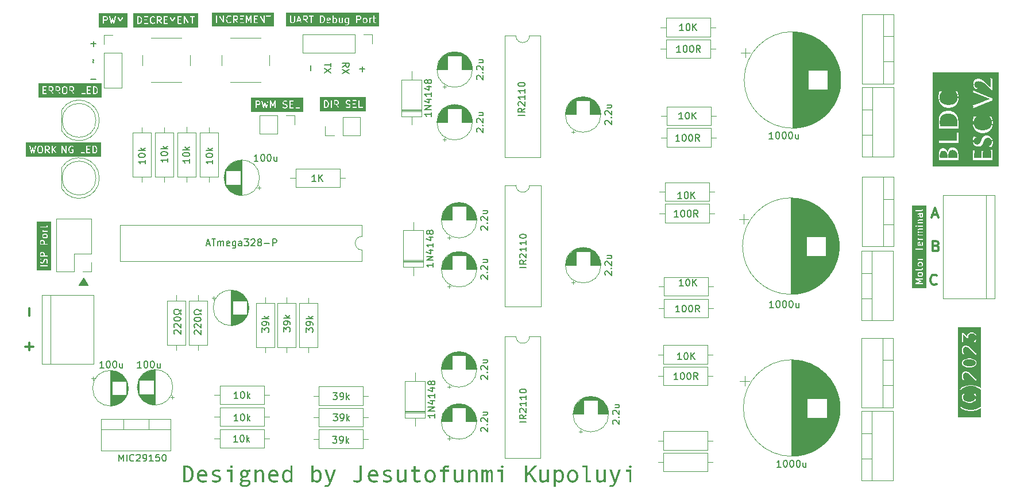
<source format=gbr>
%TF.GenerationSoftware,KiCad,Pcbnew,7.0.1-0*%
%TF.CreationDate,2024-01-23T12:35:28+01:00*%
%TF.ProjectId,BLDC ESC,424c4443-2045-4534-932e-6b696361645f,0.2*%
%TF.SameCoordinates,Original*%
%TF.FileFunction,Legend,Top*%
%TF.FilePolarity,Positive*%
%FSLAX46Y46*%
G04 Gerber Fmt 4.6, Leading zero omitted, Abs format (unit mm)*
G04 Created by KiCad (PCBNEW 7.0.1-0) date 2024-01-23 12:35:28*
%MOMM*%
%LPD*%
G01*
G04 APERTURE LIST*
%ADD10C,0.150000*%
%ADD11C,0.300000*%
%ADD12C,0.120000*%
G04 APERTURE END LIST*
D10*
X95173800Y-94589600D02*
X93903800Y-94589600D01*
X94538800Y-93573600D01*
X95173800Y-94589600D01*
G36*
X95173800Y-94589600D02*
G01*
X93903800Y-94589600D01*
X94538800Y-93573600D01*
X95173800Y-94589600D01*
G37*
D11*
X220211542Y-88794314D02*
X220425828Y-88865742D01*
X220425828Y-88865742D02*
X220497257Y-88937171D01*
X220497257Y-88937171D02*
X220568685Y-89080028D01*
X220568685Y-89080028D02*
X220568685Y-89294314D01*
X220568685Y-89294314D02*
X220497257Y-89437171D01*
X220497257Y-89437171D02*
X220425828Y-89508600D01*
X220425828Y-89508600D02*
X220282971Y-89580028D01*
X220282971Y-89580028D02*
X219711542Y-89580028D01*
X219711542Y-89580028D02*
X219711542Y-88080028D01*
X219711542Y-88080028D02*
X220211542Y-88080028D01*
X220211542Y-88080028D02*
X220354400Y-88151457D01*
X220354400Y-88151457D02*
X220425828Y-88222885D01*
X220425828Y-88222885D02*
X220497257Y-88365742D01*
X220497257Y-88365742D02*
X220497257Y-88508600D01*
X220497257Y-88508600D02*
X220425828Y-88651457D01*
X220425828Y-88651457D02*
X220354400Y-88722885D01*
X220354400Y-88722885D02*
X220211542Y-88794314D01*
X220211542Y-88794314D02*
X219711542Y-88794314D01*
D10*
X127959733Y-62204648D02*
X127959733Y-62966553D01*
X132658780Y-62418933D02*
X133134971Y-62085600D01*
X132658780Y-61847505D02*
X133658780Y-61847505D01*
X133658780Y-61847505D02*
X133658780Y-62228457D01*
X133658780Y-62228457D02*
X133611161Y-62323695D01*
X133611161Y-62323695D02*
X133563542Y-62371314D01*
X133563542Y-62371314D02*
X133468304Y-62418933D01*
X133468304Y-62418933D02*
X133325447Y-62418933D01*
X133325447Y-62418933D02*
X133230209Y-62371314D01*
X133230209Y-62371314D02*
X133182590Y-62323695D01*
X133182590Y-62323695D02*
X133134971Y-62228457D01*
X133134971Y-62228457D02*
X133134971Y-61847505D01*
X133658780Y-62752267D02*
X132658780Y-63418933D01*
X133658780Y-63418933D02*
X132658780Y-62752267D01*
D11*
X220263885Y-94415571D02*
X220192457Y-94487000D01*
X220192457Y-94487000D02*
X219978171Y-94558428D01*
X219978171Y-94558428D02*
X219835314Y-94558428D01*
X219835314Y-94558428D02*
X219621028Y-94487000D01*
X219621028Y-94487000D02*
X219478171Y-94344142D01*
X219478171Y-94344142D02*
X219406742Y-94201285D01*
X219406742Y-94201285D02*
X219335314Y-93915571D01*
X219335314Y-93915571D02*
X219335314Y-93701285D01*
X219335314Y-93701285D02*
X219406742Y-93415571D01*
X219406742Y-93415571D02*
X219478171Y-93272714D01*
X219478171Y-93272714D02*
X219621028Y-93129857D01*
X219621028Y-93129857D02*
X219835314Y-93058428D01*
X219835314Y-93058428D02*
X219978171Y-93058428D01*
X219978171Y-93058428D02*
X220192457Y-93129857D01*
X220192457Y-93129857D02*
X220263885Y-93201285D01*
D10*
X95580248Y-64191266D02*
X96342153Y-64191266D01*
D11*
X86504000Y-104229970D02*
X86504000Y-103087113D01*
X87075428Y-103658541D02*
X85932571Y-103658541D01*
G36*
X222622225Y-74674176D02*
G01*
X222654157Y-74675348D01*
X222685432Y-74677525D01*
X222716050Y-74680706D01*
X222746011Y-74684892D01*
X222775315Y-74690083D01*
X222803962Y-74696278D01*
X222841137Y-74706101D01*
X222877143Y-74717710D01*
X222911982Y-74731105D01*
X222945390Y-74746012D01*
X222977470Y-74762155D01*
X223008222Y-74779534D01*
X223037645Y-74798150D01*
X223065741Y-74818002D01*
X223092508Y-74839091D01*
X223117948Y-74861417D01*
X223142059Y-74884978D01*
X223164625Y-74909674D01*
X223185794Y-74935399D01*
X223205566Y-74962155D01*
X223223941Y-74989942D01*
X223240920Y-75018759D01*
X223256502Y-75048606D01*
X223270687Y-75079484D01*
X223283476Y-75111392D01*
X223294638Y-75143815D01*
X223304313Y-75176604D01*
X223312498Y-75209760D01*
X223319196Y-75243283D01*
X223324405Y-75277171D01*
X223328126Y-75311426D01*
X223330359Y-75346048D01*
X223331103Y-75381036D01*
X223331103Y-75410642D01*
X223331103Y-75440112D01*
X223331103Y-75469444D01*
X223331103Y-75505916D01*
X223331103Y-75542173D01*
X223331103Y-75578215D01*
X223331103Y-75614043D01*
X223330674Y-75648801D01*
X223329386Y-75682093D01*
X223327239Y-75713917D01*
X223324234Y-75744274D01*
X223319494Y-75778767D01*
X223313517Y-75811147D01*
X223285780Y-75811147D01*
X223244227Y-75811147D01*
X223202738Y-75811147D01*
X223161314Y-75811147D01*
X223119954Y-75811147D01*
X223078659Y-75811147D01*
X223037428Y-75811147D01*
X222996261Y-75811147D01*
X222955159Y-75811147D01*
X222914121Y-75811147D01*
X222873148Y-75811147D01*
X222845836Y-75811147D01*
X222804805Y-75811147D01*
X222763696Y-75811147D01*
X222722510Y-75811147D01*
X222681247Y-75811147D01*
X222639907Y-75811147D01*
X222598489Y-75811147D01*
X222556994Y-75811147D01*
X222515421Y-75811147D01*
X222473772Y-75811147D01*
X222432045Y-75811147D01*
X221987279Y-75811147D01*
X221987279Y-75617707D01*
X221987382Y-75591120D01*
X221987923Y-75551829D01*
X221988927Y-75513247D01*
X221990396Y-75475374D01*
X221992328Y-75438209D01*
X221994723Y-75401752D01*
X221997583Y-75366003D01*
X222000906Y-75330963D01*
X222004693Y-75296632D01*
X222008943Y-75263008D01*
X222013657Y-75230094D01*
X222015346Y-75219244D01*
X222020893Y-75187286D01*
X222027161Y-75156218D01*
X222034151Y-75126038D01*
X222041861Y-75096746D01*
X222050293Y-75068344D01*
X222062658Y-75031856D01*
X222076305Y-74996949D01*
X222091235Y-74963621D01*
X222107446Y-74931873D01*
X222124952Y-74901637D01*
X222144128Y-74873209D01*
X222164977Y-74846590D01*
X222187497Y-74821781D01*
X222211688Y-74798780D01*
X222237551Y-74777588D01*
X222265086Y-74758205D01*
X222294292Y-74740631D01*
X222301823Y-74736529D01*
X222333261Y-74721422D01*
X222366806Y-74708399D01*
X222402458Y-74697459D01*
X222440217Y-74688604D01*
X222469918Y-74683329D01*
X222500804Y-74679227D01*
X222532875Y-74676297D01*
X222566131Y-74674539D01*
X222600573Y-74673953D01*
X222622225Y-74674176D01*
G37*
G36*
X221294185Y-74774222D02*
G01*
X221325436Y-74776077D01*
X221355631Y-74779168D01*
X221384770Y-74783496D01*
X221421979Y-74791189D01*
X221457310Y-74801081D01*
X221490764Y-74813171D01*
X221522340Y-74827459D01*
X221552038Y-74843946D01*
X221579905Y-74862046D01*
X221606352Y-74881544D01*
X221631379Y-74902438D01*
X221654986Y-74924729D01*
X221677174Y-74948417D01*
X221697943Y-74973501D01*
X221717291Y-74999982D01*
X221735220Y-75027860D01*
X221751649Y-75056941D01*
X221766865Y-75087028D01*
X221780867Y-75118123D01*
X221793655Y-75150226D01*
X221805230Y-75183336D01*
X221815591Y-75217454D01*
X221824739Y-75252579D01*
X221832673Y-75288712D01*
X221839542Y-75325199D01*
X221845496Y-75361756D01*
X221850533Y-75398381D01*
X221854655Y-75435074D01*
X221857861Y-75471837D01*
X221860150Y-75508668D01*
X221861524Y-75545568D01*
X221861982Y-75582536D01*
X221861982Y-75811147D01*
X221549107Y-75811147D01*
X221524120Y-75811147D01*
X221486704Y-75811147D01*
X221449364Y-75811147D01*
X221412103Y-75811147D01*
X221374918Y-75811147D01*
X221337811Y-75811147D01*
X221300781Y-75811147D01*
X221263828Y-75811147D01*
X221226953Y-75811147D01*
X221190155Y-75811147D01*
X221153434Y-75811147D01*
X221128873Y-75811147D01*
X221091978Y-75811147D01*
X221055019Y-75811147D01*
X221017996Y-75811147D01*
X220980908Y-75811147D01*
X220943755Y-75811147D01*
X220906539Y-75811147D01*
X220869257Y-75811147D01*
X220831912Y-75811147D01*
X220794502Y-75811147D01*
X220757028Y-75811147D01*
X220755536Y-75799590D01*
X220751746Y-75767258D01*
X220748656Y-75737165D01*
X220745775Y-75705388D01*
X220743106Y-75671929D01*
X220740865Y-75641317D01*
X220739087Y-75608285D01*
X220737960Y-75578907D01*
X220737155Y-75547849D01*
X220736672Y-75515109D01*
X220736511Y-75480687D01*
X220736809Y-75449363D01*
X220737702Y-75418038D01*
X220739190Y-75386714D01*
X220741274Y-75355390D01*
X220743953Y-75324066D01*
X220747227Y-75292742D01*
X220751097Y-75261418D01*
X220755562Y-75230094D01*
X220758089Y-75214443D01*
X220764020Y-75183760D01*
X220771118Y-75153901D01*
X220779384Y-75124867D01*
X220788818Y-75096657D01*
X220799420Y-75069271D01*
X220814314Y-75036198D01*
X220831033Y-75004413D01*
X220845848Y-74979867D01*
X220866363Y-74950729D01*
X220889096Y-74923309D01*
X220914048Y-74897607D01*
X220941217Y-74873621D01*
X220964550Y-74855669D01*
X220989303Y-74838817D01*
X221002303Y-74830920D01*
X221029917Y-74816654D01*
X221059685Y-74804427D01*
X221091604Y-74794237D01*
X221125676Y-74786086D01*
X221161900Y-74779972D01*
X221200277Y-74775896D01*
X221230472Y-74774177D01*
X221261878Y-74773604D01*
X221294185Y-74774222D01*
G37*
G36*
X222015065Y-69313760D02*
G01*
X222065818Y-69315108D01*
X222115357Y-69317355D01*
X222163683Y-69320500D01*
X222210795Y-69324545D01*
X222256694Y-69329488D01*
X222301379Y-69335330D01*
X222344850Y-69342070D01*
X222387108Y-69349709D01*
X222428152Y-69358247D01*
X222467983Y-69367684D01*
X222506600Y-69378020D01*
X222544004Y-69389254D01*
X222580194Y-69401387D01*
X222615170Y-69414419D01*
X222648933Y-69428349D01*
X222681651Y-69442992D01*
X222713493Y-69458162D01*
X222744459Y-69473858D01*
X222774550Y-69490081D01*
X222803764Y-69506831D01*
X222832103Y-69524107D01*
X222859566Y-69541910D01*
X222886154Y-69560240D01*
X222911865Y-69579096D01*
X222936700Y-69598479D01*
X222960660Y-69618389D01*
X222983744Y-69638825D01*
X223005952Y-69659788D01*
X223027284Y-69681278D01*
X223047740Y-69703294D01*
X223067321Y-69725837D01*
X223086083Y-69748832D01*
X223104083Y-69772205D01*
X223129656Y-69807972D01*
X223153516Y-69844590D01*
X223175664Y-69882058D01*
X223196098Y-69920376D01*
X223214819Y-69959544D01*
X223231827Y-69999562D01*
X223247122Y-70040431D01*
X223260704Y-70082149D01*
X223268807Y-70110433D01*
X223276148Y-70139096D01*
X223279529Y-70153475D01*
X223285969Y-70182235D01*
X223291980Y-70210995D01*
X223300191Y-70254134D01*
X223307436Y-70297273D01*
X223313715Y-70340413D01*
X223319028Y-70383552D01*
X223323375Y-70426692D01*
X223326756Y-70469831D01*
X223329171Y-70512970D01*
X223330620Y-70556110D01*
X223331103Y-70599249D01*
X223331103Y-70628991D01*
X223331103Y-70658592D01*
X223331103Y-70688050D01*
X223331103Y-70717367D01*
X223331103Y-70756236D01*
X223331103Y-70794853D01*
X223331103Y-70833219D01*
X223331103Y-70871332D01*
X223331103Y-70909193D01*
X223331069Y-70918521D01*
X223330262Y-70954631D01*
X223328379Y-70988817D01*
X223325419Y-71021080D01*
X223321384Y-71051420D01*
X223314825Y-71086640D01*
X223306586Y-71118854D01*
X223296665Y-71148063D01*
X223241186Y-71148063D01*
X223185576Y-71148063D01*
X223129834Y-71148063D01*
X223073961Y-71148063D01*
X223017956Y-71148063D01*
X222961819Y-71148063D01*
X222905551Y-71148063D01*
X222849151Y-71148063D01*
X222792619Y-71148063D01*
X222735956Y-71148063D01*
X222679161Y-71148063D01*
X222622234Y-71148063D01*
X222565175Y-71148063D01*
X222507985Y-71148063D01*
X222450664Y-71148063D01*
X222393210Y-71148063D01*
X221660482Y-71148063D01*
X221631837Y-71148063D01*
X221588955Y-71148063D01*
X221546176Y-71148063D01*
X221503500Y-71148063D01*
X221460928Y-71148063D01*
X221418458Y-71148063D01*
X221376092Y-71148063D01*
X221333828Y-71148063D01*
X221291668Y-71148063D01*
X221249610Y-71148063D01*
X221207656Y-71148063D01*
X221179706Y-71148063D01*
X221138071Y-71148063D01*
X221096785Y-71148063D01*
X221055846Y-71148063D01*
X221015254Y-71148063D01*
X220975011Y-71148063D01*
X220935115Y-71148063D01*
X220895567Y-71148063D01*
X220856367Y-71148063D01*
X220817514Y-71148063D01*
X220779009Y-71148063D01*
X220776920Y-71131634D01*
X220772844Y-71098020D01*
X220768906Y-71063398D01*
X220765105Y-71027769D01*
X220761441Y-70991133D01*
X220757915Y-70953489D01*
X220754526Y-70914838D01*
X220752074Y-70885188D01*
X220749700Y-70854971D01*
X220748103Y-70834446D01*
X220745901Y-70803283D01*
X220743930Y-70771669D01*
X220742191Y-70739605D01*
X220740684Y-70707089D01*
X220739409Y-70674123D01*
X220738366Y-70640706D01*
X220737554Y-70606838D01*
X220736975Y-70572519D01*
X220736627Y-70537749D01*
X220736511Y-70502529D01*
X220736717Y-70470269D01*
X220737335Y-70438335D01*
X220738366Y-70406728D01*
X220739808Y-70375446D01*
X220741663Y-70344491D01*
X220743930Y-70313863D01*
X220746609Y-70283561D01*
X220749700Y-70253584D01*
X220753204Y-70223935D01*
X220757119Y-70194611D01*
X220763765Y-70151238D01*
X220771339Y-70108599D01*
X220779839Y-70066694D01*
X220789268Y-70025523D01*
X220796197Y-69998558D01*
X220807847Y-69959001D01*
X220821004Y-69920514D01*
X220835668Y-69883095D01*
X220851839Y-69846746D01*
X220869516Y-69811465D01*
X220888701Y-69777254D01*
X220909393Y-69744111D01*
X220931592Y-69712038D01*
X220955297Y-69681034D01*
X220980510Y-69651098D01*
X220989262Y-69641318D01*
X221016688Y-69612768D01*
X221045866Y-69585402D01*
X221076795Y-69559221D01*
X221109476Y-69534225D01*
X221143908Y-69510415D01*
X221180092Y-69487789D01*
X221218028Y-69466348D01*
X221244292Y-69452712D01*
X221271334Y-69439603D01*
X221299155Y-69427021D01*
X221327754Y-69414965D01*
X221357132Y-69403436D01*
X221387320Y-69392523D01*
X221418533Y-69382313D01*
X221450770Y-69372808D01*
X221484032Y-69364006D01*
X221518318Y-69355909D01*
X221553629Y-69348516D01*
X221589965Y-69341827D01*
X221627326Y-69335842D01*
X221665711Y-69330561D01*
X221705121Y-69325985D01*
X221745556Y-69322112D01*
X221787015Y-69318943D01*
X221829499Y-69316479D01*
X221873007Y-69314719D01*
X221917541Y-69313663D01*
X221963099Y-69313311D01*
X222015065Y-69313760D01*
G37*
G36*
X229421865Y-77059014D02*
G01*
X219670362Y-77059014D01*
X219670362Y-76180442D01*
X220611215Y-76180442D01*
X220644371Y-76180442D01*
X220677527Y-76180442D01*
X220710682Y-76180442D01*
X220743838Y-76180442D01*
X220776994Y-76180442D01*
X220810150Y-76180442D01*
X220843306Y-76180442D01*
X220876462Y-76180442D01*
X220909618Y-76180442D01*
X220942774Y-76180442D01*
X220975930Y-76180442D01*
X221009086Y-76180442D01*
X221042242Y-76180442D01*
X221075398Y-76180442D01*
X221108554Y-76180442D01*
X221141710Y-76180442D01*
X221174900Y-76180442D01*
X221208159Y-76180442D01*
X221241487Y-76180442D01*
X221274883Y-76180442D01*
X221308349Y-76180442D01*
X221341882Y-76180442D01*
X221375485Y-76180442D01*
X221409156Y-76180442D01*
X221442896Y-76180442D01*
X221476704Y-76180442D01*
X221510582Y-76180442D01*
X221544528Y-76180442D01*
X221578542Y-76180442D01*
X221612626Y-76180442D01*
X221646778Y-76180442D01*
X221680998Y-76180442D01*
X222393943Y-76180442D01*
X222428158Y-76180442D01*
X222462293Y-76180442D01*
X222496348Y-76180442D01*
X222530322Y-76180442D01*
X222564217Y-76180442D01*
X222598031Y-76180442D01*
X222631765Y-76180442D01*
X222665419Y-76180442D01*
X222698993Y-76180442D01*
X222732487Y-76180442D01*
X222765900Y-76180442D01*
X222799234Y-76180442D01*
X222832487Y-76180442D01*
X222865660Y-76180442D01*
X222898753Y-76180442D01*
X222931766Y-76180442D01*
X222964656Y-76180442D01*
X222997563Y-76180442D01*
X223030487Y-76180442D01*
X223063428Y-76180442D01*
X223096386Y-76180442D01*
X223129362Y-76180442D01*
X223162355Y-76180442D01*
X223195365Y-76180442D01*
X223228392Y-76180442D01*
X223261436Y-76180442D01*
X223294498Y-76180442D01*
X223327577Y-76180442D01*
X223360673Y-76180442D01*
X223393786Y-76180442D01*
X223426916Y-76180442D01*
X223460063Y-76180442D01*
X225635827Y-76180442D01*
X225669078Y-76180442D01*
X225702334Y-76180442D01*
X225735596Y-76180442D01*
X225768863Y-76180442D01*
X225802137Y-76180442D01*
X225835416Y-76180442D01*
X225868700Y-76180442D01*
X225901991Y-76180442D01*
X225935287Y-76180442D01*
X225968589Y-76180442D01*
X226001897Y-76180442D01*
X226035210Y-76180442D01*
X226068529Y-76180442D01*
X226101854Y-76180442D01*
X226135185Y-76180442D01*
X226168521Y-76180442D01*
X226201806Y-76180442D01*
X226235165Y-76180442D01*
X226268598Y-76180442D01*
X226302106Y-76180442D01*
X226335689Y-76180442D01*
X226369346Y-76180442D01*
X226403077Y-76180442D01*
X226436883Y-76180442D01*
X226470763Y-76180442D01*
X226504717Y-76180442D01*
X226538746Y-76180442D01*
X226572850Y-76180442D01*
X226607027Y-76180442D01*
X226641280Y-76180442D01*
X226675606Y-76180442D01*
X226710007Y-76180442D01*
X227425883Y-76180442D01*
X227460278Y-76180442D01*
X227494588Y-76180442D01*
X227528811Y-76180442D01*
X227562949Y-76180442D01*
X227597001Y-76180442D01*
X227630967Y-76180442D01*
X227664847Y-76180442D01*
X227698641Y-76180442D01*
X227732350Y-76180442D01*
X227765972Y-76180442D01*
X227799509Y-76180442D01*
X227832960Y-76180442D01*
X227866325Y-76180442D01*
X227899604Y-76180442D01*
X227932797Y-76180442D01*
X227965904Y-76180442D01*
X227998974Y-76180442D01*
X228032056Y-76180442D01*
X228065149Y-76180442D01*
X228098253Y-76180442D01*
X228131369Y-76180442D01*
X228164496Y-76180442D01*
X228197635Y-76180442D01*
X228230785Y-76180442D01*
X228263947Y-76180442D01*
X228297120Y-76180442D01*
X228330305Y-76180442D01*
X228363501Y-76180442D01*
X228396708Y-76180442D01*
X228429927Y-76180442D01*
X228463158Y-76180442D01*
X228496400Y-76180442D01*
X228496400Y-76156374D01*
X228496400Y-76120347D01*
X228496400Y-76084409D01*
X228496400Y-76048562D01*
X228496400Y-76012805D01*
X228496400Y-75977138D01*
X228496400Y-75941562D01*
X228496400Y-75906075D01*
X228496400Y-75870679D01*
X228496400Y-75835372D01*
X228496400Y-75800156D01*
X228496400Y-75776689D01*
X228496400Y-75741413D01*
X228496400Y-75706047D01*
X228496400Y-75670590D01*
X228496400Y-75635043D01*
X228496400Y-75599407D01*
X228496400Y-75563680D01*
X228496400Y-75527863D01*
X228496400Y-75491955D01*
X228496400Y-75455958D01*
X228496400Y-75419870D01*
X228496400Y-75395810D01*
X228496400Y-75359828D01*
X228496400Y-75323974D01*
X228496400Y-75288250D01*
X228496400Y-75252654D01*
X228496400Y-75217186D01*
X228496400Y-75181848D01*
X228496400Y-75146638D01*
X228496400Y-75111558D01*
X228496400Y-75076606D01*
X228496400Y-75041782D01*
X228496400Y-75018510D01*
X228496400Y-74983568D01*
X228496400Y-74948588D01*
X228496400Y-74913570D01*
X228496400Y-74878513D01*
X228496400Y-74843417D01*
X228496400Y-74808282D01*
X228496400Y-74773109D01*
X228496400Y-74737897D01*
X228496400Y-74702647D01*
X228496400Y-74667358D01*
X228482740Y-74670947D01*
X228451770Y-74676299D01*
X228419738Y-74679036D01*
X228387956Y-74679814D01*
X228382278Y-74679814D01*
X228352536Y-74679814D01*
X228322743Y-74679814D01*
X228316200Y-74679705D01*
X228287028Y-74676299D01*
X228258263Y-74667358D01*
X228261331Y-74680229D01*
X228268601Y-74713635D01*
X228275299Y-74748794D01*
X228280245Y-74778183D01*
X228284824Y-74808695D01*
X228289037Y-74840328D01*
X228292884Y-74873083D01*
X228296365Y-74906960D01*
X228299284Y-74941502D01*
X228301814Y-74976615D01*
X228303955Y-75012301D01*
X228305707Y-75048560D01*
X228307069Y-75085391D01*
X228308042Y-75122795D01*
X228308626Y-75160771D01*
X228308821Y-75199319D01*
X228308821Y-75238073D01*
X228308821Y-75277034D01*
X228308821Y-75306390D01*
X228308821Y-75335861D01*
X228308821Y-75365449D01*
X228308821Y-75395152D01*
X228308821Y-75424971D01*
X228308821Y-75454907D01*
X228308821Y-75484958D01*
X228308821Y-75515125D01*
X228308821Y-75553891D01*
X228308821Y-75592153D01*
X228308821Y-75629911D01*
X228308821Y-75667166D01*
X228308821Y-75703917D01*
X228308821Y-75740164D01*
X228308821Y-75775908D01*
X228308821Y-75811147D01*
X228276569Y-75811147D01*
X228245758Y-75811147D01*
X228211368Y-75811147D01*
X228181280Y-75811147D01*
X228148903Y-75811147D01*
X228114236Y-75811147D01*
X228077279Y-75811147D01*
X228057816Y-75811147D01*
X228027419Y-75811147D01*
X227995580Y-75811147D01*
X227962298Y-75811147D01*
X227927573Y-75811147D01*
X227891406Y-75811147D01*
X227853797Y-75811147D01*
X227814744Y-75811147D01*
X227774250Y-75811147D01*
X227732312Y-75811147D01*
X227688933Y-75811147D01*
X227440538Y-75811147D01*
X227279337Y-75811147D01*
X227263206Y-75811147D01*
X227233072Y-75811147D01*
X227202566Y-75811147D01*
X227170161Y-75811147D01*
X227151277Y-75811147D01*
X227120537Y-75811147D01*
X227089561Y-75811147D01*
X227089561Y-75796271D01*
X227089561Y-75763813D01*
X227089561Y-75734010D01*
X227089561Y-75701703D01*
X227089561Y-75666891D01*
X227089561Y-75637239D01*
X227089561Y-75605983D01*
X227089561Y-75573480D01*
X227089561Y-75540450D01*
X227089561Y-75506893D01*
X227089561Y-75472810D01*
X227089561Y-75438200D01*
X227089561Y-75403063D01*
X227089561Y-75367400D01*
X227089561Y-75331210D01*
X227089561Y-75294768D01*
X227089561Y-75258349D01*
X227089561Y-75221953D01*
X227089561Y-75185580D01*
X227089561Y-75149230D01*
X227089561Y-75112903D01*
X227089561Y-75076598D01*
X227089561Y-75040317D01*
X227089780Y-75013293D01*
X227090753Y-74978242D01*
X227092504Y-74944313D01*
X227095035Y-74911506D01*
X227098343Y-74879821D01*
X227102431Y-74849259D01*
X227107296Y-74819818D01*
X227114473Y-74784595D01*
X227092517Y-74788828D01*
X227063323Y-74793110D01*
X227030588Y-74796066D01*
X226997970Y-74797051D01*
X226966737Y-74796272D01*
X226936054Y-74793937D01*
X226905921Y-74790044D01*
X226876337Y-74784595D01*
X226879442Y-74796267D01*
X226886329Y-74825798D01*
X226891964Y-74855830D01*
X226896347Y-74886362D01*
X226899478Y-74917396D01*
X226901356Y-74948930D01*
X226901982Y-74980966D01*
X226901982Y-75007092D01*
X226901982Y-75040587D01*
X226901982Y-75075013D01*
X226901982Y-75110368D01*
X226901982Y-75146654D01*
X226901982Y-75176353D01*
X226901982Y-75206646D01*
X226901982Y-75237638D01*
X226901982Y-75269432D01*
X226901982Y-75302027D01*
X226901982Y-75335423D01*
X226901982Y-75369621D01*
X226901982Y-75404620D01*
X226901982Y-75440421D01*
X226901982Y-75477023D01*
X226901982Y-75514621D01*
X226901982Y-75553410D01*
X226901982Y-75583283D01*
X226901982Y-75613826D01*
X226901982Y-75645038D01*
X226901982Y-75676921D01*
X226901982Y-75709473D01*
X226901982Y-75742694D01*
X226901982Y-75776586D01*
X226901982Y-75811147D01*
X226869679Y-75811147D01*
X226838746Y-75811147D01*
X226804163Y-75811147D01*
X226773869Y-75811147D01*
X226741240Y-75811147D01*
X226706275Y-75811147D01*
X226668975Y-75811147D01*
X226630209Y-75811147D01*
X226591214Y-75811147D01*
X226561817Y-75811147D01*
X226532292Y-75811147D01*
X226502638Y-75811147D01*
X226472855Y-75811147D01*
X226442944Y-75811147D01*
X226412903Y-75811147D01*
X226382734Y-75811147D01*
X226352436Y-75811147D01*
X226314494Y-75811147D01*
X226277606Y-75811147D01*
X226241771Y-75811147D01*
X226206989Y-75811147D01*
X226173261Y-75811147D01*
X226140586Y-75811147D01*
X226108964Y-75811147D01*
X226078395Y-75811147D01*
X226047964Y-75811147D01*
X226017121Y-75811147D01*
X225985865Y-75811147D01*
X225954198Y-75811147D01*
X225922118Y-75811147D01*
X225889626Y-75811147D01*
X225856722Y-75811147D01*
X225823406Y-75811147D01*
X225823406Y-75798154D01*
X225823406Y-75759868D01*
X225823406Y-75722625D01*
X225823406Y-75686426D01*
X225823406Y-75651270D01*
X225823406Y-75617157D01*
X225823406Y-75584088D01*
X225823406Y-75552062D01*
X225823406Y-75521079D01*
X225823406Y-75491140D01*
X225823406Y-75452843D01*
X225823406Y-75415852D01*
X225823406Y-75379616D01*
X225823406Y-75344136D01*
X225823406Y-75309411D01*
X225823406Y-75275443D01*
X225823406Y-75242229D01*
X225823406Y-75209772D01*
X225823406Y-75178070D01*
X225823472Y-75162368D01*
X225823998Y-75131273D01*
X225825052Y-75100590D01*
X225826632Y-75070319D01*
X225828738Y-75040460D01*
X225831371Y-75011013D01*
X225835403Y-74974785D01*
X225840259Y-74939200D01*
X225844208Y-74910452D01*
X225847632Y-74880994D01*
X225850528Y-74850826D01*
X225852898Y-74819949D01*
X225854741Y-74788361D01*
X225856058Y-74756064D01*
X225856848Y-74723057D01*
X225857111Y-74689340D01*
X225839920Y-74693351D01*
X225808886Y-74698857D01*
X225777735Y-74702161D01*
X225746469Y-74703262D01*
X225729085Y-74702922D01*
X225697883Y-74700597D01*
X225666797Y-74696070D01*
X225635827Y-74689340D01*
X225635827Y-74712862D01*
X225635827Y-74748080D01*
X225635827Y-74783221D01*
X225635827Y-74818284D01*
X225635827Y-74853271D01*
X225635827Y-74888180D01*
X225635827Y-74923012D01*
X225635827Y-74957766D01*
X225635827Y-74992443D01*
X225635827Y-75027043D01*
X225635827Y-75061566D01*
X225635827Y-75084484D01*
X225635827Y-75118936D01*
X225635827Y-75153478D01*
X225635827Y-75188110D01*
X225635827Y-75222832D01*
X225635827Y-75257645D01*
X225635827Y-75292547D01*
X225635827Y-75327540D01*
X225635827Y-75362623D01*
X225635827Y-75397796D01*
X225635827Y-75433059D01*
X225635827Y-75456501D01*
X225635827Y-75491642D01*
X225635827Y-75526757D01*
X225635827Y-75561846D01*
X225635827Y-75596910D01*
X225635827Y-75631948D01*
X225635827Y-75666960D01*
X225635827Y-75701946D01*
X225635827Y-75736907D01*
X225635827Y-75771842D01*
X225635827Y-75806751D01*
X225635827Y-75829935D01*
X225635827Y-75864754D01*
X225635827Y-75899624D01*
X225635827Y-75934546D01*
X225635827Y-75969520D01*
X225635827Y-76004545D01*
X225635827Y-76039621D01*
X225635827Y-76074749D01*
X225635827Y-76109929D01*
X225635827Y-76145160D01*
X225635827Y-76180442D01*
X223460063Y-76180442D01*
X223459619Y-76167886D01*
X223458636Y-76136419D01*
X223457831Y-76104846D01*
X223457204Y-76073164D01*
X223456757Y-76041376D01*
X223456489Y-76009480D01*
X223456400Y-75977477D01*
X223456400Y-75964571D01*
X223456400Y-75932382D01*
X223456400Y-75900300D01*
X223456400Y-75868325D01*
X223456400Y-75836458D01*
X223456400Y-75804698D01*
X223456400Y-75773045D01*
X223456400Y-75760578D01*
X223456400Y-75729308D01*
X223456400Y-75697895D01*
X223456400Y-75666339D01*
X223456400Y-75634640D01*
X223456400Y-75602798D01*
X223456400Y-75570812D01*
X223456400Y-75557907D01*
X223456400Y-75525717D01*
X223456400Y-75493635D01*
X223456400Y-75461661D01*
X223456400Y-75429794D01*
X223456400Y-75398034D01*
X223456400Y-75366381D01*
X223456242Y-75343292D01*
X223455416Y-75308625D01*
X223453881Y-75273920D01*
X223451637Y-75239176D01*
X223448686Y-75204394D01*
X223445026Y-75169573D01*
X223440657Y-75134713D01*
X223435580Y-75099815D01*
X223429795Y-75064878D01*
X223423301Y-75029902D01*
X223416099Y-74994888D01*
X223410827Y-74971658D01*
X223402039Y-74937286D01*
X223392194Y-74903480D01*
X223381293Y-74870241D01*
X223369336Y-74837569D01*
X223356323Y-74805463D01*
X223342254Y-74773924D01*
X223327129Y-74742952D01*
X223310947Y-74712547D01*
X223293709Y-74682708D01*
X223275416Y-74653436D01*
X223262627Y-74634248D01*
X223242543Y-74606324D01*
X223221377Y-74579431D01*
X223199129Y-74553568D01*
X223175799Y-74528735D01*
X223151387Y-74504933D01*
X223125893Y-74482161D01*
X223099317Y-74460419D01*
X223071660Y-74439708D01*
X223042920Y-74420028D01*
X223013099Y-74401378D01*
X222981929Y-74384093D01*
X222949420Y-74368508D01*
X222915571Y-74354623D01*
X222880383Y-74342439D01*
X222843856Y-74331954D01*
X222805988Y-74323170D01*
X222766782Y-74316086D01*
X222726236Y-74310702D01*
X222684350Y-74307019D01*
X222641125Y-74305035D01*
X222611563Y-74304657D01*
X222566638Y-74305508D01*
X222523270Y-74308058D01*
X222481458Y-74312308D01*
X222441204Y-74318259D01*
X222402507Y-74325909D01*
X222365367Y-74335260D01*
X222329784Y-74346311D01*
X222295757Y-74359063D01*
X222263288Y-74373514D01*
X222232376Y-74389665D01*
X222203022Y-74407517D01*
X222175224Y-74427069D01*
X222148983Y-74448321D01*
X222124299Y-74471273D01*
X222101172Y-74495925D01*
X222079603Y-74522278D01*
X222059372Y-74550101D01*
X222040447Y-74579167D01*
X222022828Y-74609475D01*
X222006513Y-74641026D01*
X221991503Y-74673818D01*
X221977799Y-74707853D01*
X221965400Y-74743130D01*
X221954306Y-74779649D01*
X221944517Y-74817410D01*
X221936034Y-74856413D01*
X221928855Y-74896659D01*
X221922982Y-74938147D01*
X221918414Y-74980877D01*
X221915151Y-75024849D01*
X221913193Y-75070064D01*
X221912540Y-75116521D01*
X221903444Y-75077331D01*
X221893558Y-75039080D01*
X221882882Y-75001768D01*
X221871416Y-74965395D01*
X221859160Y-74929961D01*
X221846114Y-74895466D01*
X221832278Y-74861909D01*
X221817652Y-74829291D01*
X221802236Y-74797612D01*
X221786030Y-74766872D01*
X221769034Y-74737070D01*
X221751249Y-74708208D01*
X221732673Y-74680284D01*
X221713307Y-74653299D01*
X221693151Y-74627253D01*
X221672206Y-74602145D01*
X221650264Y-74578188D01*
X221627303Y-74555777D01*
X221603323Y-74534912D01*
X221578325Y-74515592D01*
X221552307Y-74497817D01*
X221525271Y-74481588D01*
X221497215Y-74466905D01*
X221468141Y-74453768D01*
X221438047Y-74442176D01*
X221406935Y-74432129D01*
X221374804Y-74423628D01*
X221341653Y-74416673D01*
X221307484Y-74411264D01*
X221272296Y-74407400D01*
X221236089Y-74405081D01*
X221198863Y-74404309D01*
X221177654Y-74404589D01*
X221146677Y-74406062D01*
X221116706Y-74408796D01*
X221078306Y-74414406D01*
X221041693Y-74422260D01*
X221006865Y-74432358D01*
X220973824Y-74444700D01*
X220942568Y-74459286D01*
X220913099Y-74476116D01*
X220885255Y-74494686D01*
X220858877Y-74514859D01*
X220833964Y-74536635D01*
X220810517Y-74560013D01*
X220788535Y-74584995D01*
X220768018Y-74611579D01*
X220748968Y-74639766D01*
X220731382Y-74669556D01*
X220723116Y-74684909D01*
X220707545Y-74716508D01*
X220693257Y-74749298D01*
X220680251Y-74783278D01*
X220668528Y-74818449D01*
X220658086Y-74854811D01*
X220648927Y-74892363D01*
X220642899Y-74921309D01*
X220637593Y-74950924D01*
X220634399Y-74970885D01*
X220629994Y-75001149D01*
X220626052Y-75031799D01*
X220622575Y-75062835D01*
X220619561Y-75094258D01*
X220617011Y-75126068D01*
X220614924Y-75158263D01*
X220613301Y-75190845D01*
X220612142Y-75223814D01*
X220611446Y-75257169D01*
X220611215Y-75290910D01*
X220611240Y-75304486D01*
X220611530Y-75338600D01*
X220612142Y-75372964D01*
X220613076Y-75407579D01*
X220614332Y-75442445D01*
X220615909Y-75477560D01*
X220616077Y-75480687D01*
X220617809Y-75512927D01*
X220618608Y-75527020D01*
X220620379Y-75562154D01*
X220621828Y-75597145D01*
X220622955Y-75631992D01*
X220623760Y-75666697D01*
X220624243Y-75701258D01*
X220624404Y-75735676D01*
X220624404Y-75749341D01*
X220624404Y-75783651D01*
X220624404Y-75818177D01*
X220624404Y-75852917D01*
X220624404Y-75887872D01*
X220624404Y-75923042D01*
X220624404Y-75958426D01*
X220624352Y-75972516D01*
X220623773Y-76007618D01*
X220622549Y-76042541D01*
X220620681Y-76077284D01*
X220618170Y-76111849D01*
X220615014Y-76146235D01*
X220611215Y-76180442D01*
X219670362Y-76180442D01*
X219670362Y-73615893D01*
X220598758Y-73615893D01*
X220633062Y-73615893D01*
X220667280Y-73615893D01*
X220701412Y-73615893D01*
X220735458Y-73615893D01*
X220769418Y-73615893D01*
X220803292Y-73615893D01*
X220837081Y-73615893D01*
X220870784Y-73615893D01*
X220904400Y-73615893D01*
X220937931Y-73615893D01*
X220971376Y-73615893D01*
X221004736Y-73615893D01*
X221038009Y-73615893D01*
X221071196Y-73615893D01*
X221104298Y-73615893D01*
X221137314Y-73615893D01*
X221170329Y-73615893D01*
X221203431Y-73615893D01*
X221236618Y-73615893D01*
X221269892Y-73615893D01*
X221303251Y-73615893D01*
X221336696Y-73615893D01*
X221370227Y-73615893D01*
X221403844Y-73615893D01*
X221437546Y-73615893D01*
X221471335Y-73615893D01*
X221505209Y-73615893D01*
X221539169Y-73615893D01*
X221573216Y-73615893D01*
X221607348Y-73615893D01*
X221641565Y-73615893D01*
X221675869Y-73615893D01*
X222391745Y-73615893D01*
X222426057Y-73615893D01*
X222460301Y-73615893D01*
X222494476Y-73615893D01*
X222528582Y-73615893D01*
X222562620Y-73615893D01*
X222596588Y-73615893D01*
X222630488Y-73615893D01*
X222664320Y-73615893D01*
X222698083Y-73615893D01*
X222731777Y-73615893D01*
X222765402Y-73615893D01*
X222798959Y-73615893D01*
X222832447Y-73615893D01*
X222865866Y-73615893D01*
X222899217Y-73615893D01*
X222932499Y-73615893D01*
X222965715Y-73615893D01*
X222998868Y-73615893D01*
X223031958Y-73615893D01*
X223064985Y-73615893D01*
X223097949Y-73615893D01*
X223130850Y-73615893D01*
X223163689Y-73615893D01*
X223196464Y-73615893D01*
X223229176Y-73615893D01*
X223261826Y-73615893D01*
X223294412Y-73615893D01*
X223326936Y-73615893D01*
X223359396Y-73615893D01*
X223391793Y-73615893D01*
X223424128Y-73615893D01*
X223456400Y-73615893D01*
X223456400Y-73591220D01*
X223456400Y-73554426D01*
X223456400Y-73517890D01*
X223456400Y-73481611D01*
X223456400Y-73445590D01*
X223456400Y-73409827D01*
X223456400Y-73374321D01*
X223456400Y-73339073D01*
X223456400Y-73304082D01*
X223456400Y-73270045D01*
X225588933Y-73270045D01*
X225589162Y-73295896D01*
X225590364Y-73334073D01*
X225592596Y-73371528D01*
X225595859Y-73408261D01*
X225600153Y-73444274D01*
X225605476Y-73479565D01*
X225611830Y-73514135D01*
X225619215Y-73547984D01*
X225627630Y-73581111D01*
X225637075Y-73613517D01*
X225647551Y-73645202D01*
X225654970Y-73665898D01*
X225666785Y-73696246D01*
X225679425Y-73725756D01*
X225692889Y-73754429D01*
X225707177Y-73782265D01*
X225722289Y-73809264D01*
X225738226Y-73835425D01*
X225754987Y-73860749D01*
X225772573Y-73885236D01*
X225790983Y-73908886D01*
X225810217Y-73931699D01*
X225823380Y-73946319D01*
X225843715Y-73967433D01*
X225871931Y-73994064D01*
X225901406Y-74018953D01*
X225932141Y-74042103D01*
X225964135Y-74063512D01*
X225997388Y-74083182D01*
X226031901Y-74101111D01*
X226058612Y-74113415D01*
X226076687Y-74120957D01*
X226104260Y-74131358D01*
X226132388Y-74140664D01*
X226161070Y-74148875D01*
X226190305Y-74155991D01*
X226220095Y-74162012D01*
X226250438Y-74166939D01*
X226281335Y-74170771D01*
X226312785Y-74173508D01*
X226344790Y-74175150D01*
X226377349Y-74175697D01*
X226407734Y-74175314D01*
X226451852Y-74173300D01*
X226494219Y-74169561D01*
X226534834Y-74164095D01*
X226573697Y-74156904D01*
X226610808Y-74147987D01*
X226646168Y-74137343D01*
X226679777Y-74124974D01*
X226711633Y-74110879D01*
X226741738Y-74095058D01*
X226770091Y-74077512D01*
X226788117Y-74065052D01*
X226814405Y-74045666D01*
X226839792Y-74025442D01*
X226864277Y-74004381D01*
X226887860Y-73982483D01*
X226910542Y-73959748D01*
X226932322Y-73936175D01*
X226953200Y-73911765D01*
X226973177Y-73886518D01*
X226992252Y-73860434D01*
X227010426Y-73833513D01*
X227022115Y-73815198D01*
X227039177Y-73787392D01*
X227055672Y-73759187D01*
X227071600Y-73730582D01*
X227086962Y-73701579D01*
X227101757Y-73672176D01*
X227115985Y-73642374D01*
X227129646Y-73612172D01*
X227142741Y-73581572D01*
X227155269Y-73550572D01*
X227167230Y-73519172D01*
X227175067Y-73498195D01*
X227187015Y-73467062D01*
X227199195Y-73436328D01*
X227211607Y-73405994D01*
X227224251Y-73376059D01*
X227237127Y-73346523D01*
X227250234Y-73317386D01*
X227263574Y-73288648D01*
X227277145Y-73260310D01*
X227290948Y-73232371D01*
X227304983Y-73204832D01*
X227319462Y-73177786D01*
X227334598Y-73151603D01*
X227350391Y-73126283D01*
X227366841Y-73101826D01*
X227389796Y-73070559D01*
X227413919Y-73040827D01*
X227439210Y-73012628D01*
X227465668Y-72985964D01*
X227493294Y-72960833D01*
X227507620Y-72948944D01*
X227538142Y-72927466D01*
X227571161Y-72909056D01*
X227606675Y-72893714D01*
X227634949Y-72884222D01*
X227664627Y-72876455D01*
X227695708Y-72870414D01*
X227728194Y-72866099D01*
X227762083Y-72863511D01*
X227797376Y-72862648D01*
X227828472Y-72863300D01*
X227859109Y-72865258D01*
X227889288Y-72868521D01*
X227919009Y-72873089D01*
X227948273Y-72878962D01*
X227977078Y-72886141D01*
X228005426Y-72894624D01*
X228033315Y-72904413D01*
X228047031Y-72909774D01*
X228080318Y-72924404D01*
X228112175Y-72940786D01*
X228142600Y-72958922D01*
X228171595Y-72978811D01*
X228199158Y-73000453D01*
X228225290Y-73023848D01*
X228245108Y-73043609D01*
X228268431Y-73069791D01*
X228290145Y-73097619D01*
X228310249Y-73127093D01*
X228328742Y-73158212D01*
X228342378Y-73184293D01*
X228354983Y-73211426D01*
X228366146Y-73239339D01*
X228375820Y-73268121D01*
X228384006Y-73297774D01*
X228390703Y-73328297D01*
X228395913Y-73359689D01*
X228399634Y-73391952D01*
X228401866Y-73425085D01*
X228402610Y-73459089D01*
X228402262Y-73483743D01*
X228400717Y-73515955D01*
X228397935Y-73547410D01*
X228393916Y-73578111D01*
X228388661Y-73608055D01*
X228382170Y-73637244D01*
X228374442Y-73665677D01*
X228363043Y-73700156D01*
X228357917Y-73713609D01*
X228344325Y-73746338D01*
X228329624Y-73777780D01*
X228313813Y-73807933D01*
X228296894Y-73836799D01*
X228278866Y-73864376D01*
X228259728Y-73890666D01*
X228251703Y-73900735D01*
X228231137Y-73925057D01*
X228209857Y-73948162D01*
X228187861Y-73970051D01*
X228165149Y-73990723D01*
X228141722Y-74010179D01*
X228117579Y-74028419D01*
X228107790Y-74035291D01*
X228078561Y-74054843D01*
X228049538Y-74072797D01*
X228020721Y-74089155D01*
X227992111Y-74103916D01*
X227963706Y-74117079D01*
X227963706Y-74167637D01*
X227971311Y-74168418D01*
X228000872Y-74171583D01*
X228035891Y-74175637D01*
X228068764Y-74179798D01*
X228099490Y-74184066D01*
X228133527Y-74189330D01*
X228164473Y-74194748D01*
X228189228Y-74199689D01*
X228220209Y-74207177D01*
X228252581Y-74216364D01*
X228280620Y-74225320D01*
X228309625Y-74235455D01*
X228339596Y-74246772D01*
X228359116Y-74218848D01*
X228378110Y-74189298D01*
X228396577Y-74158123D01*
X228414517Y-74125322D01*
X228431931Y-74090895D01*
X228444646Y-74064008D01*
X228457064Y-74036207D01*
X228469186Y-74007491D01*
X228481012Y-73977860D01*
X228492143Y-73946772D01*
X228502178Y-73913959D01*
X228511119Y-73879419D01*
X228518965Y-73843153D01*
X228525717Y-73805161D01*
X228531373Y-73765444D01*
X228535935Y-73724000D01*
X228539402Y-73680831D01*
X228541105Y-73651092D01*
X228542321Y-73620587D01*
X228543051Y-73589314D01*
X228543294Y-73557274D01*
X228543227Y-73542213D01*
X228542689Y-73512394D01*
X228541613Y-73482982D01*
X228538989Y-73439626D01*
X228535155Y-73397184D01*
X228530111Y-73355657D01*
X228523855Y-73315044D01*
X228516389Y-73275346D01*
X228507712Y-73236562D01*
X228497825Y-73198692D01*
X228486727Y-73161738D01*
X228474418Y-73125697D01*
X228465579Y-73102115D01*
X228451463Y-73067612D01*
X228436316Y-73034152D01*
X228420138Y-73001735D01*
X228402931Y-72970362D01*
X228384693Y-72940031D01*
X228365424Y-72910744D01*
X228345125Y-72882501D01*
X228323796Y-72855300D01*
X228301436Y-72829143D01*
X228278046Y-72804029D01*
X228261938Y-72787789D01*
X228237131Y-72764352D01*
X228211551Y-72742022D01*
X228185199Y-72720800D01*
X228158074Y-72700686D01*
X228130175Y-72681679D01*
X228101505Y-72663781D01*
X228072061Y-72646989D01*
X228041844Y-72631306D01*
X228010855Y-72616730D01*
X227979093Y-72603262D01*
X227957492Y-72594921D01*
X227924800Y-72583419D01*
X227891761Y-72573128D01*
X227858374Y-72564048D01*
X227824639Y-72556178D01*
X227790557Y-72549519D01*
X227756126Y-72544071D01*
X227721348Y-72539834D01*
X227686222Y-72536807D01*
X227650748Y-72534991D01*
X227614927Y-72534385D01*
X227586439Y-72534769D01*
X227545071Y-72536782D01*
X227505338Y-72540522D01*
X227467241Y-72545987D01*
X227430780Y-72553179D01*
X227395955Y-72562096D01*
X227362765Y-72572739D01*
X227331212Y-72585108D01*
X227301293Y-72599203D01*
X227273011Y-72615024D01*
X227246365Y-72632571D01*
X227229251Y-72644944D01*
X227204322Y-72664223D01*
X227180282Y-72684366D01*
X227157130Y-72705371D01*
X227134867Y-72727239D01*
X227113492Y-72749970D01*
X227093007Y-72773564D01*
X227073410Y-72798021D01*
X227054702Y-72823341D01*
X227036882Y-72849524D01*
X227019951Y-72876569D01*
X227009069Y-72894885D01*
X226993154Y-72922691D01*
X226977728Y-72950896D01*
X226962792Y-72979500D01*
X226948344Y-73008504D01*
X226934387Y-73037906D01*
X226920919Y-73067709D01*
X226907940Y-73097910D01*
X226895451Y-73128511D01*
X226883451Y-73159511D01*
X226871940Y-73190910D01*
X226864272Y-73211887D01*
X226852524Y-73243020D01*
X226840479Y-73273754D01*
X226828138Y-73304089D01*
X226815500Y-73334024D01*
X226802567Y-73363560D01*
X226789337Y-73392697D01*
X226775810Y-73421434D01*
X226761988Y-73449772D01*
X226747869Y-73477711D01*
X226733455Y-73505251D01*
X226718589Y-73532172D01*
X226703118Y-73558256D01*
X226687042Y-73583503D01*
X226670360Y-73607913D01*
X226647176Y-73639157D01*
X226622916Y-73668912D01*
X226597579Y-73697180D01*
X226571167Y-73723959D01*
X226543678Y-73749249D01*
X226521780Y-73766796D01*
X226490278Y-73787507D01*
X226456143Y-73805150D01*
X226428814Y-73816368D01*
X226400004Y-73825861D01*
X226369712Y-73833627D01*
X226337939Y-73839668D01*
X226304685Y-73843983D01*
X226269950Y-73846572D01*
X226233734Y-73847435D01*
X226219606Y-73847280D01*
X226184887Y-73845541D01*
X226151027Y-73841871D01*
X226118026Y-73836268D01*
X226085883Y-73828733D01*
X226054599Y-73819266D01*
X226024173Y-73807867D01*
X226012281Y-73802793D01*
X225983476Y-73788979D01*
X225955995Y-73773555D01*
X225929838Y-73756521D01*
X225905005Y-73737878D01*
X225881495Y-73717624D01*
X225859309Y-73695760D01*
X225850734Y-73686506D01*
X225830398Y-73662546D01*
X225811636Y-73637405D01*
X225794449Y-73611083D01*
X225778835Y-73583581D01*
X225764796Y-73554898D01*
X225752331Y-73525034D01*
X225747717Y-73512778D01*
X225737485Y-73481487D01*
X225729113Y-73449266D01*
X225722601Y-73416114D01*
X225717950Y-73382032D01*
X225715159Y-73347020D01*
X225714229Y-73311078D01*
X225714269Y-73303829D01*
X225715646Y-73268574D01*
X225718991Y-73234964D01*
X225724304Y-73203000D01*
X225731585Y-73172682D01*
X225740834Y-73144010D01*
X225754529Y-73111775D01*
X225759641Y-73101426D01*
X225775870Y-73071475D01*
X225793438Y-73043174D01*
X225812346Y-73016521D01*
X225832594Y-72991516D01*
X225854180Y-72968161D01*
X225861551Y-72960747D01*
X225884176Y-72939676D01*
X225907575Y-72920356D01*
X225931747Y-72902787D01*
X225956691Y-72886971D01*
X225982408Y-72872906D01*
X225995369Y-72866434D01*
X226024912Y-72852284D01*
X226053473Y-72839466D01*
X226081051Y-72827980D01*
X226111368Y-72816486D01*
X226111368Y-72765927D01*
X226096238Y-72762813D01*
X226066975Y-72756585D01*
X226032263Y-72748800D01*
X225999627Y-72741015D01*
X225969066Y-72733229D01*
X225940579Y-72725444D01*
X225909135Y-72716102D01*
X225899094Y-72712848D01*
X225869384Y-72702501D01*
X225840293Y-72691278D01*
X225811820Y-72679179D01*
X225783964Y-72666205D01*
X225756727Y-72652355D01*
X225735994Y-72684011D01*
X225716656Y-72716331D01*
X225698716Y-72749315D01*
X225682172Y-72782963D01*
X225667025Y-72817276D01*
X225653275Y-72852252D01*
X225640922Y-72887892D01*
X225629965Y-72924197D01*
X225627441Y-72933363D01*
X225618144Y-72971087D01*
X225612014Y-73000492D01*
X225606604Y-73030850D01*
X225601916Y-73062162D01*
X225597949Y-73094426D01*
X225594703Y-73127644D01*
X225592178Y-73161814D01*
X225590375Y-73196938D01*
X225589293Y-73233015D01*
X225588933Y-73270045D01*
X223456400Y-73270045D01*
X223456400Y-73269349D01*
X223456400Y-73234874D01*
X223456400Y-73211830D01*
X223456400Y-73177060D01*
X223456400Y-73142046D01*
X223456400Y-73106787D01*
X223456400Y-73071284D01*
X223456400Y-73035535D01*
X223456400Y-72999542D01*
X223456400Y-72963304D01*
X223456400Y-72926822D01*
X223456400Y-72890094D01*
X223456400Y-72853122D01*
X223456400Y-72829400D01*
X223456400Y-72793817D01*
X223456400Y-72758234D01*
X223456400Y-72722651D01*
X223456400Y-72687068D01*
X223456400Y-72651484D01*
X223456400Y-72615901D01*
X223456400Y-72580318D01*
X223456400Y-72544735D01*
X223456400Y-72509152D01*
X223456400Y-72473569D01*
X223456400Y-72449847D01*
X223456400Y-72414264D01*
X223456400Y-72378680D01*
X223456400Y-72343097D01*
X223456400Y-72307514D01*
X223456400Y-72271931D01*
X223456400Y-72236348D01*
X223456400Y-72200765D01*
X223456400Y-72165182D01*
X223456400Y-72129599D01*
X223456400Y-72094015D01*
X223436081Y-72100137D01*
X223405730Y-72107773D01*
X223374760Y-72113189D01*
X223344292Y-72115265D01*
X223341109Y-72115244D01*
X223310332Y-72113189D01*
X223279763Y-72108541D01*
X223250536Y-72102295D01*
X223218995Y-72094015D01*
X223225029Y-72133050D01*
X223230673Y-72171753D01*
X223235928Y-72210124D01*
X223240794Y-72248163D01*
X223245271Y-72285870D01*
X223249358Y-72323245D01*
X223253056Y-72360288D01*
X223256365Y-72396999D01*
X223259284Y-72433377D01*
X223261814Y-72469424D01*
X223263955Y-72505139D01*
X223265707Y-72540522D01*
X223267069Y-72575573D01*
X223268042Y-72610291D01*
X223268626Y-72644678D01*
X223268821Y-72678733D01*
X223268821Y-72712722D01*
X223268821Y-72746911D01*
X223268821Y-72781300D01*
X223268821Y-72815890D01*
X223268821Y-72850681D01*
X223268821Y-72885671D01*
X223268821Y-72920862D01*
X223268821Y-72956254D01*
X223268821Y-72991845D01*
X223268821Y-73027638D01*
X223268821Y-73063630D01*
X223268821Y-73099823D01*
X223268821Y-73136216D01*
X223268821Y-73172809D01*
X223268821Y-73209603D01*
X223268821Y-73246597D01*
X223230587Y-73246597D01*
X223191724Y-73246597D01*
X223152231Y-73246597D01*
X223112109Y-73246597D01*
X223071356Y-73246597D01*
X223029974Y-73246597D01*
X222987963Y-73246597D01*
X222945321Y-73246597D01*
X222902050Y-73246597D01*
X222858150Y-73246597D01*
X222813619Y-73246597D01*
X222768459Y-73246597D01*
X222722669Y-73246597D01*
X222676250Y-73246597D01*
X222629200Y-73246597D01*
X222581522Y-73246597D01*
X222557388Y-73246597D01*
X222508301Y-73246597D01*
X222458121Y-73246597D01*
X222406847Y-73246597D01*
X222354480Y-73246597D01*
X222301019Y-73246597D01*
X222246465Y-73246597D01*
X222190818Y-73246597D01*
X222134077Y-73246597D01*
X222076243Y-73246597D01*
X222046916Y-73246597D01*
X222017316Y-73246597D01*
X221987442Y-73246597D01*
X221957295Y-73246597D01*
X221926874Y-73246597D01*
X221896181Y-73246597D01*
X221865214Y-73246597D01*
X221833973Y-73246597D01*
X221802459Y-73246597D01*
X221770672Y-73246597D01*
X221738612Y-73246597D01*
X221706278Y-73246597D01*
X221673671Y-73246597D01*
X221639459Y-73246597D01*
X221605333Y-73246597D01*
X221571292Y-73246597D01*
X221537338Y-73246597D01*
X221503469Y-73246597D01*
X221469686Y-73246597D01*
X221435989Y-73246597D01*
X221402378Y-73246597D01*
X221368853Y-73246597D01*
X221335414Y-73246597D01*
X221302060Y-73246597D01*
X221268793Y-73246597D01*
X221235611Y-73246597D01*
X221202515Y-73246597D01*
X221169505Y-73246597D01*
X221136581Y-73246597D01*
X221103568Y-73246597D01*
X221070475Y-73246597D01*
X221037302Y-73246597D01*
X221004049Y-73246597D01*
X220970715Y-73246597D01*
X220937302Y-73246597D01*
X220903808Y-73246597D01*
X220870234Y-73246597D01*
X220836580Y-73246597D01*
X220802846Y-73246597D01*
X220769032Y-73246597D01*
X220735137Y-73246597D01*
X220701163Y-73246597D01*
X220667108Y-73246597D01*
X220632973Y-73246597D01*
X220598758Y-73246597D01*
X220599261Y-73249662D01*
X220604126Y-73279916D01*
X220608706Y-73309454D01*
X220613413Y-73341119D01*
X220616504Y-73369126D01*
X220618582Y-73400099D01*
X220619275Y-73431245D01*
X220618702Y-73459638D01*
X220616750Y-73490871D01*
X220613413Y-73522103D01*
X220612999Y-73524946D01*
X220608261Y-73556587D01*
X220603653Y-73585954D01*
X220598758Y-73615893D01*
X219670362Y-73615893D01*
X219670362Y-71517358D01*
X220595827Y-71517358D01*
X220630134Y-71517358D01*
X220664360Y-71517358D01*
X220698507Y-71517358D01*
X220732573Y-71517358D01*
X220766559Y-71517358D01*
X220800465Y-71517358D01*
X220834290Y-71517358D01*
X220868036Y-71517358D01*
X220901701Y-71517358D01*
X220935287Y-71517358D01*
X220968792Y-71517358D01*
X221002217Y-71517358D01*
X221035562Y-71517358D01*
X221068826Y-71517358D01*
X221102011Y-71517358D01*
X221135115Y-71517358D01*
X221168134Y-71517358D01*
X221201244Y-71517358D01*
X221234446Y-71517358D01*
X221267739Y-71517358D01*
X221301124Y-71517358D01*
X221334601Y-71517358D01*
X221368169Y-71517358D01*
X221401829Y-71517358D01*
X221435580Y-71517358D01*
X221469423Y-71517358D01*
X221503357Y-71517358D01*
X221537383Y-71517358D01*
X221571501Y-71517358D01*
X221605710Y-71517358D01*
X221640011Y-71517358D01*
X221674404Y-71517358D01*
X222390279Y-71517358D01*
X222424595Y-71517358D01*
X222458847Y-71517358D01*
X222493036Y-71517358D01*
X222527162Y-71517358D01*
X222561226Y-71517358D01*
X222595226Y-71517358D01*
X222629163Y-71517358D01*
X222663038Y-71517358D01*
X222696849Y-71517358D01*
X222730598Y-71517358D01*
X222764283Y-71517358D01*
X222797906Y-71517358D01*
X222831465Y-71517358D01*
X222864962Y-71517358D01*
X222898395Y-71517358D01*
X222931766Y-71517358D01*
X222965071Y-71517358D01*
X222998307Y-71517358D01*
X223031474Y-71517358D01*
X223064573Y-71517358D01*
X223097603Y-71517358D01*
X223130564Y-71517358D01*
X223163457Y-71517358D01*
X223196281Y-71517358D01*
X223229036Y-71517358D01*
X223261723Y-71517358D01*
X223294341Y-71517358D01*
X223326890Y-71517358D01*
X223359370Y-71517358D01*
X223391782Y-71517358D01*
X223424125Y-71517358D01*
X223456400Y-71517358D01*
X223456400Y-71482073D01*
X223456400Y-71446925D01*
X223456400Y-71411914D01*
X223456400Y-71377041D01*
X223456400Y-71342305D01*
X223456400Y-71307706D01*
X223456400Y-71273245D01*
X223456400Y-71238921D01*
X223456400Y-71204597D01*
X223456400Y-71170136D01*
X223456400Y-71135538D01*
X223456400Y-71100802D01*
X223456400Y-71065929D01*
X223456400Y-71030918D01*
X223456400Y-70995770D01*
X223456400Y-70960484D01*
X223456400Y-70925199D01*
X223456400Y-70890051D01*
X223456400Y-70855040D01*
X223456400Y-70820167D01*
X223456400Y-70785431D01*
X223456400Y-70750832D01*
X223456400Y-70716371D01*
X223456400Y-70682048D01*
X223456400Y-70647735D01*
X223456400Y-70613308D01*
X223456400Y-70588991D01*
X225588933Y-70588991D01*
X225589322Y-70632628D01*
X225590490Y-70675796D01*
X225592436Y-70718495D01*
X225595161Y-70760724D01*
X225598664Y-70802484D01*
X225602946Y-70843774D01*
X225608006Y-70884595D01*
X225613845Y-70924947D01*
X225620463Y-70964829D01*
X225627859Y-71004242D01*
X225636033Y-71043185D01*
X225644986Y-71081659D01*
X225654718Y-71119664D01*
X225665228Y-71157199D01*
X225676517Y-71194265D01*
X225688584Y-71230861D01*
X225701306Y-71266902D01*
X225714744Y-71302302D01*
X225728898Y-71337061D01*
X225743767Y-71371179D01*
X225759352Y-71404655D01*
X225775652Y-71437491D01*
X225792668Y-71469685D01*
X225810400Y-71501238D01*
X225828847Y-71532150D01*
X225848009Y-71562421D01*
X225867888Y-71592051D01*
X225888481Y-71621039D01*
X225909790Y-71649387D01*
X225931815Y-71677093D01*
X225954556Y-71704158D01*
X225978012Y-71730582D01*
X226002160Y-71756322D01*
X226026978Y-71781335D01*
X226052466Y-71805621D01*
X226078624Y-71829180D01*
X226105452Y-71852012D01*
X226132949Y-71874117D01*
X226161116Y-71895495D01*
X226189953Y-71916146D01*
X226219460Y-71936069D01*
X226249636Y-71955266D01*
X226280482Y-71973736D01*
X226311998Y-71991479D01*
X226344184Y-72008495D01*
X226377039Y-72024784D01*
X226410565Y-72040346D01*
X226444760Y-72055181D01*
X226479495Y-72069200D01*
X226514827Y-72082315D01*
X226550753Y-72094525D01*
X226587275Y-72105831D01*
X226624393Y-72116232D01*
X226662105Y-72125729D01*
X226700413Y-72134321D01*
X226739316Y-72142009D01*
X226778815Y-72148793D01*
X226818909Y-72154672D01*
X226859598Y-72159646D01*
X226900883Y-72163716D01*
X226942763Y-72166882D01*
X226985238Y-72169143D01*
X227028309Y-72170500D01*
X227071975Y-72170952D01*
X227115733Y-72170500D01*
X227158895Y-72169143D01*
X227201462Y-72166882D01*
X227243434Y-72163716D01*
X227284810Y-72159646D01*
X227325591Y-72154672D01*
X227365776Y-72148793D01*
X227405367Y-72142009D01*
X227444362Y-72134321D01*
X227482761Y-72125729D01*
X227520565Y-72116232D01*
X227557774Y-72105831D01*
X227594388Y-72094525D01*
X227630406Y-72082315D01*
X227665829Y-72069200D01*
X227700656Y-72055181D01*
X227734763Y-72040363D01*
X227768205Y-72024853D01*
X227800983Y-72008650D01*
X227833097Y-71991754D01*
X227864547Y-71974166D01*
X227895333Y-71955885D01*
X227925455Y-71936911D01*
X227954913Y-71917245D01*
X227983707Y-71896886D01*
X228011837Y-71875834D01*
X228039303Y-71854090D01*
X228066105Y-71831653D01*
X228092242Y-71808523D01*
X228117716Y-71784701D01*
X228142526Y-71760186D01*
X228166672Y-71734978D01*
X228190105Y-71709032D01*
X228212776Y-71682485D01*
X228234687Y-71655337D01*
X228255836Y-71627588D01*
X228276223Y-71599238D01*
X228295849Y-71570286D01*
X228314714Y-71540734D01*
X228332818Y-71510580D01*
X228350160Y-71479826D01*
X228366741Y-71448470D01*
X228382560Y-71416513D01*
X228397619Y-71383956D01*
X228411915Y-71350797D01*
X228425451Y-71317037D01*
X228438225Y-71282676D01*
X228450238Y-71247714D01*
X228461506Y-71212162D01*
X228472048Y-71176216D01*
X228481862Y-71139874D01*
X228490950Y-71103137D01*
X228499310Y-71066006D01*
X228506944Y-71028479D01*
X228513850Y-70990558D01*
X228520030Y-70952241D01*
X228525483Y-70913530D01*
X228530208Y-70874423D01*
X228534207Y-70834922D01*
X228537478Y-70795025D01*
X228540023Y-70754734D01*
X228541840Y-70714047D01*
X228542931Y-70672966D01*
X228543294Y-70631489D01*
X228542916Y-70592666D01*
X228541783Y-70554232D01*
X228539894Y-70516188D01*
X228537249Y-70478532D01*
X228533849Y-70441266D01*
X228529693Y-70404389D01*
X228524781Y-70367902D01*
X228519114Y-70331803D01*
X228512977Y-70296335D01*
X228506658Y-70261736D01*
X228500155Y-70228008D01*
X228493469Y-70195149D01*
X228486599Y-70163161D01*
X228479547Y-70132043D01*
X228472311Y-70101795D01*
X228464892Y-70072417D01*
X228462961Y-70065170D01*
X228453068Y-70029939D01*
X228442782Y-69996390D01*
X228432103Y-69964523D01*
X228421029Y-69934337D01*
X228409563Y-69905833D01*
X228395283Y-69873848D01*
X228390454Y-69863676D01*
X228376278Y-69835288D01*
X228360325Y-69806206D01*
X228342865Y-69778294D01*
X228324208Y-69753680D01*
X228084606Y-69715579D01*
X228068486Y-69732431D01*
X228080427Y-69747521D01*
X228099155Y-69771787D01*
X228118861Y-69798011D01*
X228139546Y-69826192D01*
X228157532Y-69851172D01*
X228176197Y-69877512D01*
X228187529Y-69893779D01*
X228206102Y-69921750D01*
X228224280Y-69950794D01*
X228242065Y-69980912D01*
X228259457Y-70012103D01*
X228276455Y-70044368D01*
X228289770Y-70070952D01*
X228302558Y-70098029D01*
X228314912Y-70125769D01*
X228326830Y-70154174D01*
X228338313Y-70183243D01*
X228349361Y-70212975D01*
X228359975Y-70243372D01*
X228370153Y-70274433D01*
X228379896Y-70306158D01*
X228388826Y-70338409D01*
X228396565Y-70371416D01*
X228403114Y-70405179D01*
X228408472Y-70439698D01*
X228412639Y-70474972D01*
X228415616Y-70511001D01*
X228417402Y-70547786D01*
X228417998Y-70585327D01*
X228417686Y-70616148D01*
X228416750Y-70646693D01*
X228415190Y-70676964D01*
X228413006Y-70706960D01*
X228410198Y-70736682D01*
X228406766Y-70766128D01*
X228402710Y-70795300D01*
X228395457Y-70838542D01*
X228386799Y-70881166D01*
X228376738Y-70923172D01*
X228365273Y-70964560D01*
X228352403Y-71005330D01*
X228338130Y-71045481D01*
X228327720Y-71071739D01*
X228310850Y-71110332D01*
X228292472Y-71147971D01*
X228272587Y-71184658D01*
X228251196Y-71220391D01*
X228228297Y-71255171D01*
X228203892Y-71288999D01*
X228177980Y-71321873D01*
X228150560Y-71353794D01*
X228121634Y-71384761D01*
X228091201Y-71414776D01*
X228070066Y-71434199D01*
X228037076Y-71462325D01*
X228002540Y-71489240D01*
X227978658Y-71506510D01*
X227954089Y-71523243D01*
X227928833Y-71539437D01*
X227902889Y-71555094D01*
X227876259Y-71570212D01*
X227848942Y-71584792D01*
X227820938Y-71598834D01*
X227792247Y-71612338D01*
X227762870Y-71625304D01*
X227732805Y-71637732D01*
X227702053Y-71649621D01*
X227670614Y-71660973D01*
X227638372Y-71671620D01*
X227605390Y-71681581D01*
X227571670Y-71690854D01*
X227537212Y-71699441D01*
X227502015Y-71707341D01*
X227466080Y-71714554D01*
X227429406Y-71721079D01*
X227391994Y-71726918D01*
X227353844Y-71732070D01*
X227314955Y-71736535D01*
X227275327Y-71740314D01*
X227234962Y-71743405D01*
X227193857Y-71745809D01*
X227152014Y-71747526D01*
X227109433Y-71748557D01*
X227066113Y-71748900D01*
X227022797Y-71748557D01*
X226980224Y-71747526D01*
X226938395Y-71745809D01*
X226897311Y-71743405D01*
X226856971Y-71740314D01*
X226817375Y-71736535D01*
X226778523Y-71732070D01*
X226740416Y-71726918D01*
X226703052Y-71721079D01*
X226666433Y-71714554D01*
X226630558Y-71707341D01*
X226595427Y-71699441D01*
X226561040Y-71690854D01*
X226527398Y-71681581D01*
X226494499Y-71671620D01*
X226462345Y-71660973D01*
X226446495Y-71655364D01*
X226415314Y-71643744D01*
X226384825Y-71631585D01*
X226355030Y-71618888D01*
X226325927Y-71605653D01*
X226297516Y-71591880D01*
X226269798Y-71577569D01*
X226242773Y-71562720D01*
X226216441Y-71547333D01*
X226190801Y-71531407D01*
X226165854Y-71514944D01*
X226141600Y-71497942D01*
X226106517Y-71471431D01*
X226072992Y-71443709D01*
X226041026Y-71414776D01*
X226020573Y-71394872D01*
X225991159Y-71364222D01*
X225963265Y-71332619D01*
X225936891Y-71300063D01*
X225912037Y-71266553D01*
X225888703Y-71232091D01*
X225866889Y-71196675D01*
X225846594Y-71160306D01*
X225827819Y-71122984D01*
X225810564Y-71084709D01*
X225794829Y-71045481D01*
X225780425Y-71005330D01*
X225767438Y-70964560D01*
X225755867Y-70923172D01*
X225745714Y-70881166D01*
X225736977Y-70838542D01*
X225729657Y-70795300D01*
X225725564Y-70766128D01*
X225722100Y-70736682D01*
X225719267Y-70706960D01*
X225717063Y-70676964D01*
X225715489Y-70646693D01*
X225714544Y-70616148D01*
X225714229Y-70585327D01*
X225714859Y-70547809D01*
X225716748Y-70511093D01*
X225719896Y-70475178D01*
X225724304Y-70440064D01*
X225729971Y-70405752D01*
X225736898Y-70372241D01*
X225745084Y-70339531D01*
X225754529Y-70307623D01*
X225762247Y-70284218D01*
X225773037Y-70253713D01*
X225784400Y-70224008D01*
X225796336Y-70195106D01*
X225808844Y-70167004D01*
X225821924Y-70139705D01*
X225835577Y-70113206D01*
X225853448Y-70081210D01*
X225860795Y-70068671D01*
X225879339Y-70038199D01*
X225898133Y-70008979D01*
X225917177Y-69981012D01*
X225936472Y-69954296D01*
X225956017Y-69928833D01*
X225975813Y-69904623D01*
X225979739Y-69899939D01*
X225998980Y-69877506D01*
X226021220Y-69852759D01*
X226042532Y-69830382D01*
X226066224Y-69807271D01*
X226088654Y-69787386D01*
X226080593Y-69761740D01*
X226067658Y-69759334D01*
X226035170Y-69753168D01*
X226004756Y-69747269D01*
X225971972Y-69740803D01*
X225942842Y-69734982D01*
X225912066Y-69728768D01*
X225905788Y-69727427D01*
X225875641Y-69720361D01*
X225842205Y-69711079D01*
X225811757Y-69700921D01*
X225780010Y-69687963D01*
X225752331Y-69673813D01*
X225743893Y-69696184D01*
X225731537Y-69730514D01*
X225719542Y-69765770D01*
X225707907Y-69801955D01*
X225696632Y-69839066D01*
X225685719Y-69877105D01*
X225675166Y-69916071D01*
X225664973Y-69955965D01*
X225655142Y-69996786D01*
X225645670Y-70038534D01*
X225636560Y-70081210D01*
X225630793Y-70110070D01*
X225625397Y-70139313D01*
X225620374Y-70168940D01*
X225615723Y-70198950D01*
X225611444Y-70229344D01*
X225607537Y-70260122D01*
X225604002Y-70291283D01*
X225600839Y-70322827D01*
X225598049Y-70354755D01*
X225595630Y-70387067D01*
X225593584Y-70419762D01*
X225591909Y-70452841D01*
X225590607Y-70486303D01*
X225589677Y-70520149D01*
X225589119Y-70554378D01*
X225588933Y-70588991D01*
X223456400Y-70588991D01*
X223456400Y-70578767D01*
X223456400Y-70544111D01*
X223456400Y-70509341D01*
X223456400Y-70474456D01*
X223456400Y-70439457D01*
X223456400Y-70404343D01*
X223456116Y-70373572D01*
X223455266Y-70342622D01*
X223453849Y-70311496D01*
X223451866Y-70280192D01*
X223449316Y-70248710D01*
X223446199Y-70217051D01*
X223442515Y-70185215D01*
X223438264Y-70153201D01*
X223433447Y-70121009D01*
X223428064Y-70088640D01*
X223422113Y-70056094D01*
X223415596Y-70023370D01*
X223408512Y-69990469D01*
X223400861Y-69957390D01*
X223392644Y-69924134D01*
X223383859Y-69890701D01*
X223374305Y-69857359D01*
X223363961Y-69824377D01*
X223352827Y-69791757D01*
X223340903Y-69759496D01*
X223328189Y-69727597D01*
X223314685Y-69696058D01*
X223300391Y-69664880D01*
X223285307Y-69634063D01*
X223269434Y-69603606D01*
X223252770Y-69573509D01*
X223235316Y-69543774D01*
X223217072Y-69514399D01*
X223198038Y-69485384D01*
X223178215Y-69456731D01*
X223157601Y-69428438D01*
X223136197Y-69400505D01*
X223113878Y-69373059D01*
X223090699Y-69346226D01*
X223066662Y-69320005D01*
X223041767Y-69294397D01*
X223016012Y-69269401D01*
X222989400Y-69245018D01*
X222961928Y-69221247D01*
X222933598Y-69198089D01*
X222904409Y-69175543D01*
X222874361Y-69153610D01*
X222843455Y-69132289D01*
X222811690Y-69111581D01*
X222779066Y-69091486D01*
X222745584Y-69072002D01*
X222711243Y-69053132D01*
X222676044Y-69034874D01*
X222639814Y-69017483D01*
X222602565Y-69001214D01*
X222564297Y-68986067D01*
X222525010Y-68972042D01*
X222484704Y-68959139D01*
X222443379Y-68947358D01*
X222401036Y-68936700D01*
X222357673Y-68927163D01*
X222313291Y-68918748D01*
X222267891Y-68911455D01*
X222221471Y-68905284D01*
X222174033Y-68900235D01*
X222125576Y-68896308D01*
X222076099Y-68893503D01*
X222025604Y-68891820D01*
X221974090Y-68891259D01*
X221934313Y-68891562D01*
X221895035Y-68892473D01*
X221856255Y-68893990D01*
X221817973Y-68896113D01*
X221780189Y-68898844D01*
X221742902Y-68902181D01*
X221706114Y-68906125D01*
X221669824Y-68910676D01*
X221634032Y-68915834D01*
X221598738Y-68921598D01*
X221563942Y-68927970D01*
X221529644Y-68934948D01*
X221495844Y-68942533D01*
X221462542Y-68950724D01*
X221429738Y-68959523D01*
X221397432Y-68968928D01*
X221365687Y-68978894D01*
X221334566Y-68989559D01*
X221304070Y-69000922D01*
X221274197Y-69012983D01*
X221244947Y-69025743D01*
X221216322Y-69039201D01*
X221188321Y-69053358D01*
X221160944Y-69068213D01*
X221134191Y-69083766D01*
X221108062Y-69100018D01*
X221082557Y-69116968D01*
X221057675Y-69134616D01*
X221033418Y-69152963D01*
X221009785Y-69172008D01*
X220986775Y-69191752D01*
X220964390Y-69212194D01*
X220942545Y-69233263D01*
X220921342Y-69255070D01*
X220900780Y-69277616D01*
X220880859Y-69300900D01*
X220861579Y-69324923D01*
X220842940Y-69349684D01*
X220824942Y-69375183D01*
X220807586Y-69401421D01*
X220790870Y-69428398D01*
X220774796Y-69456113D01*
X220759363Y-69484566D01*
X220744571Y-69513758D01*
X220730420Y-69543688D01*
X220716911Y-69574357D01*
X220704042Y-69605764D01*
X220691815Y-69637909D01*
X220680191Y-69670748D01*
X220669318Y-69704416D01*
X220659194Y-69738914D01*
X220649820Y-69774243D01*
X220641196Y-69810401D01*
X220633322Y-69847390D01*
X220626198Y-69885208D01*
X220619824Y-69923857D01*
X220614200Y-69963335D01*
X220609326Y-70003644D01*
X220605201Y-70044783D01*
X220601826Y-70086751D01*
X220599202Y-70129550D01*
X220597327Y-70173179D01*
X220596202Y-70217638D01*
X220595827Y-70262927D01*
X220595827Y-70272771D01*
X220595827Y-70302288D01*
X220595827Y-70331779D01*
X220595827Y-70361244D01*
X220595827Y-70390683D01*
X220595827Y-70420097D01*
X220595827Y-70449485D01*
X220595827Y-70478847D01*
X220595827Y-70502529D01*
X220595827Y-70508183D01*
X220595827Y-70537494D01*
X220595827Y-70576535D01*
X220595827Y-70586290D01*
X220595827Y-70625343D01*
X220595827Y-70654662D01*
X220595827Y-70684007D01*
X220595827Y-70713377D01*
X220595827Y-70742774D01*
X220595827Y-70772196D01*
X220595827Y-70801644D01*
X220595827Y-70831118D01*
X220595827Y-70860617D01*
X220595827Y-70890142D01*
X220595827Y-70899987D01*
X220595827Y-70929504D01*
X220595827Y-70958995D01*
X220595827Y-70988460D01*
X220595827Y-71017899D01*
X220595827Y-71047313D01*
X220595827Y-71076701D01*
X220595827Y-71106063D01*
X220595827Y-71135399D01*
X220595827Y-71164710D01*
X220595827Y-71203750D01*
X220595827Y-71232902D01*
X220595827Y-71271851D01*
X220595827Y-71310892D01*
X220595827Y-71340232D01*
X220595827Y-71369625D01*
X220595827Y-71399068D01*
X220595827Y-71428563D01*
X220595827Y-71458110D01*
X220595827Y-71487708D01*
X220595827Y-71517358D01*
X219670362Y-71517358D01*
X219670362Y-66857937D01*
X220548933Y-66857937D01*
X220549322Y-66901575D01*
X220550490Y-66944743D01*
X220552436Y-66987441D01*
X220555161Y-67029671D01*
X220558664Y-67071430D01*
X220562946Y-67112721D01*
X220568006Y-67153542D01*
X220573845Y-67193893D01*
X220580463Y-67233775D01*
X220587859Y-67273188D01*
X220596033Y-67312132D01*
X220604986Y-67350606D01*
X220614718Y-67388610D01*
X220625228Y-67426145D01*
X220636517Y-67463211D01*
X220648584Y-67499807D01*
X220661306Y-67535849D01*
X220674744Y-67571248D01*
X220688898Y-67606007D01*
X220703767Y-67640125D01*
X220719352Y-67673602D01*
X220735652Y-67706437D01*
X220752668Y-67738631D01*
X220770400Y-67770184D01*
X220788847Y-67801096D01*
X220808009Y-67831367D01*
X220827888Y-67860997D01*
X220848481Y-67889985D01*
X220869790Y-67918333D01*
X220891815Y-67946039D01*
X220914556Y-67973104D01*
X220938012Y-67999528D01*
X220962160Y-68025268D01*
X220986978Y-68050281D01*
X221012466Y-68074567D01*
X221038624Y-68098126D01*
X221065452Y-68120958D01*
X221092949Y-68143063D01*
X221121116Y-68164441D01*
X221149953Y-68185092D01*
X221179460Y-68205016D01*
X221209636Y-68224213D01*
X221240482Y-68242683D01*
X221271998Y-68260425D01*
X221304184Y-68277441D01*
X221337039Y-68293730D01*
X221370565Y-68309292D01*
X221404760Y-68324127D01*
X221439495Y-68338146D01*
X221474827Y-68351261D01*
X221510753Y-68363471D01*
X221547275Y-68374777D01*
X221584393Y-68385178D01*
X221622105Y-68394675D01*
X221660413Y-68403267D01*
X221699316Y-68410955D01*
X221738815Y-68417739D01*
X221778909Y-68423618D01*
X221819598Y-68428592D01*
X221860883Y-68432662D01*
X221902763Y-68435828D01*
X221945238Y-68438089D01*
X221988309Y-68439446D01*
X222031975Y-68439898D01*
X222075733Y-68439446D01*
X222118895Y-68438089D01*
X222161462Y-68435828D01*
X222203434Y-68432662D01*
X222244810Y-68428592D01*
X222285591Y-68423618D01*
X222325776Y-68417739D01*
X222365367Y-68410955D01*
X222404362Y-68403267D01*
X222442761Y-68394675D01*
X222480565Y-68385178D01*
X222517774Y-68374777D01*
X222554388Y-68363471D01*
X222590406Y-68351261D01*
X222625829Y-68338146D01*
X222660656Y-68324127D01*
X222694763Y-68309309D01*
X222728205Y-68293799D01*
X222760983Y-68277596D01*
X222793097Y-68260700D01*
X222824547Y-68243112D01*
X222855333Y-68224831D01*
X222885455Y-68205857D01*
X222914913Y-68186191D01*
X222943707Y-68165832D01*
X222971837Y-68144780D01*
X222999303Y-68123036D01*
X223026105Y-68100599D01*
X223052242Y-68077469D01*
X223077716Y-68053647D01*
X223102526Y-68029132D01*
X223126672Y-68003925D01*
X223150105Y-67977979D01*
X223172776Y-67951432D01*
X223194687Y-67924283D01*
X223215836Y-67896534D01*
X223236223Y-67868184D01*
X223255849Y-67839233D01*
X223274714Y-67809680D01*
X223292818Y-67779527D01*
X223310160Y-67748772D01*
X223326741Y-67717416D01*
X223342560Y-67685460D01*
X223357619Y-67652902D01*
X223371915Y-67619743D01*
X223385451Y-67585983D01*
X223398225Y-67551622D01*
X223410238Y-67516660D01*
X223421506Y-67481109D01*
X223432048Y-67445162D01*
X223441862Y-67408820D01*
X223450950Y-67372084D01*
X223459310Y-67334952D01*
X223466944Y-67297426D01*
X223473850Y-67259504D01*
X223480030Y-67221187D01*
X223485483Y-67182476D01*
X223490208Y-67143369D01*
X223494207Y-67103868D01*
X223497478Y-67063971D01*
X223500023Y-67023680D01*
X223501840Y-66982993D01*
X223502931Y-66941912D01*
X223503294Y-66900436D01*
X223502916Y-66861612D01*
X223501783Y-66823178D01*
X223499894Y-66785134D01*
X223497249Y-66747478D01*
X223493849Y-66710212D01*
X223489693Y-66673335D01*
X223484781Y-66636848D01*
X223479114Y-66600750D01*
X223472977Y-66565281D01*
X223466658Y-66530682D01*
X223460155Y-66496954D01*
X223453469Y-66464096D01*
X223446599Y-66432107D01*
X223439547Y-66400989D01*
X223432311Y-66370741D01*
X223424892Y-66341364D01*
X223422961Y-66334116D01*
X223413068Y-66298885D01*
X223402782Y-66265337D01*
X223392103Y-66233469D01*
X223381029Y-66203284D01*
X223369563Y-66174780D01*
X223355283Y-66142794D01*
X223350454Y-66132622D01*
X223336278Y-66104234D01*
X223320325Y-66075153D01*
X223302865Y-66047240D01*
X223284208Y-66022627D01*
X223044606Y-65984525D01*
X223028486Y-66001378D01*
X223040427Y-66016467D01*
X223059155Y-66040733D01*
X223078861Y-66066957D01*
X223099546Y-66095138D01*
X223117532Y-66120118D01*
X223136197Y-66146458D01*
X223147529Y-66162725D01*
X223166102Y-66190696D01*
X223184280Y-66219741D01*
X223202065Y-66249858D01*
X223219457Y-66281049D01*
X223236455Y-66313314D01*
X223249770Y-66339898D01*
X223262558Y-66366975D01*
X223274912Y-66394715D01*
X223286830Y-66423120D01*
X223298313Y-66452189D01*
X223309361Y-66481922D01*
X223319975Y-66512318D01*
X223330153Y-66543379D01*
X223339896Y-66575104D01*
X223348826Y-66607356D01*
X223356565Y-66640363D01*
X223363114Y-66674125D01*
X223368472Y-66708644D01*
X223372639Y-66743918D01*
X223375616Y-66779947D01*
X223377402Y-66816733D01*
X223377998Y-66854274D01*
X223377686Y-66885094D01*
X223376750Y-66915640D01*
X223375190Y-66945910D01*
X223373006Y-66975907D01*
X223370198Y-67005628D01*
X223366766Y-67035074D01*
X223362710Y-67064246D01*
X223355457Y-67107489D01*
X223346799Y-67150113D01*
X223336738Y-67192119D01*
X223325273Y-67233506D01*
X223312403Y-67274276D01*
X223298130Y-67314427D01*
X223287720Y-67340685D01*
X223270850Y-67379278D01*
X223252472Y-67416918D01*
X223232587Y-67453604D01*
X223211196Y-67489337D01*
X223188297Y-67524118D01*
X223163892Y-67557945D01*
X223137980Y-67590819D01*
X223110560Y-67622740D01*
X223081634Y-67653708D01*
X223051201Y-67683722D01*
X223030066Y-67703145D01*
X222997076Y-67731271D01*
X222962540Y-67758186D01*
X222938658Y-67775456D01*
X222914089Y-67792189D01*
X222888833Y-67808383D01*
X222862889Y-67824040D01*
X222836259Y-67839158D01*
X222808942Y-67853738D01*
X222780938Y-67867780D01*
X222752247Y-67881284D01*
X222722870Y-67894250D01*
X222692805Y-67906678D01*
X222662053Y-67918568D01*
X222630614Y-67929919D01*
X222598372Y-67940567D01*
X222565390Y-67950527D01*
X222531670Y-67959801D01*
X222497212Y-67968387D01*
X222462015Y-67976287D01*
X222426080Y-67983500D01*
X222389406Y-67990026D01*
X222351994Y-67995865D01*
X222313844Y-68001017D01*
X222274955Y-68005482D01*
X222235327Y-68009260D01*
X222194962Y-68012351D01*
X222153857Y-68014755D01*
X222112014Y-68016473D01*
X222069433Y-68017503D01*
X222026113Y-68017847D01*
X221982797Y-68017503D01*
X221940224Y-68016473D01*
X221898395Y-68014755D01*
X221857311Y-68012351D01*
X221816971Y-68009260D01*
X221777375Y-68005482D01*
X221738523Y-68001017D01*
X221700416Y-67995865D01*
X221663052Y-67990026D01*
X221626433Y-67983500D01*
X221590558Y-67976287D01*
X221555427Y-67968387D01*
X221521040Y-67959801D01*
X221487398Y-67950527D01*
X221454499Y-67940567D01*
X221422345Y-67929919D01*
X221406495Y-67924311D01*
X221375314Y-67912690D01*
X221344825Y-67900531D01*
X221315030Y-67887834D01*
X221285927Y-67874600D01*
X221257516Y-67860827D01*
X221229798Y-67846515D01*
X221202773Y-67831666D01*
X221176441Y-67816279D01*
X221150801Y-67800354D01*
X221125854Y-67783890D01*
X221101600Y-67766888D01*
X221066517Y-67740377D01*
X221032992Y-67712655D01*
X221001026Y-67683722D01*
X220980573Y-67663818D01*
X220951159Y-67633168D01*
X220923265Y-67601565D01*
X220896891Y-67569009D01*
X220872037Y-67535499D01*
X220848703Y-67501037D01*
X220826889Y-67465621D01*
X220806594Y-67429252D01*
X220787819Y-67391930D01*
X220770564Y-67353655D01*
X220754829Y-67314427D01*
X220740425Y-67274276D01*
X220727438Y-67233506D01*
X220715867Y-67192119D01*
X220705714Y-67150113D01*
X220696977Y-67107489D01*
X220689657Y-67064246D01*
X220685564Y-67035074D01*
X220682100Y-67005628D01*
X220679267Y-66975907D01*
X220677063Y-66945910D01*
X220675489Y-66915640D01*
X220674544Y-66885094D01*
X220674229Y-66854274D01*
X220674859Y-66816756D01*
X220676748Y-66780039D01*
X220679896Y-66744124D01*
X220684304Y-66709010D01*
X220689971Y-66674698D01*
X220696898Y-66641187D01*
X220705084Y-66608478D01*
X220714529Y-66576569D01*
X220722247Y-66553164D01*
X220733037Y-66522659D01*
X220744400Y-66492955D01*
X220756336Y-66464052D01*
X220768844Y-66435951D01*
X220781924Y-66408651D01*
X220795577Y-66382152D01*
X220813448Y-66350156D01*
X220820795Y-66337617D01*
X220839339Y-66307145D01*
X220858133Y-66277925D01*
X220877177Y-66249958D01*
X220896472Y-66223243D01*
X220916017Y-66197780D01*
X220935813Y-66173569D01*
X220939739Y-66168885D01*
X220958980Y-66146452D01*
X220981220Y-66121705D01*
X221002532Y-66099329D01*
X221026224Y-66076218D01*
X221048654Y-66056332D01*
X221040593Y-66030687D01*
X221027658Y-66028280D01*
X220995170Y-66022114D01*
X220964756Y-66016215D01*
X220931972Y-66009750D01*
X220902842Y-66003929D01*
X220872066Y-65997714D01*
X220865788Y-65996374D01*
X220835641Y-65989308D01*
X220802205Y-65980025D01*
X220771757Y-65969867D01*
X220740010Y-65956909D01*
X220712331Y-65942759D01*
X220703893Y-65965130D01*
X220691537Y-65999460D01*
X220679542Y-66034717D01*
X220667907Y-66070901D01*
X220656632Y-66108012D01*
X220645719Y-66146051D01*
X220635166Y-66185018D01*
X220624973Y-66224911D01*
X220615142Y-66265732D01*
X220605670Y-66307481D01*
X220596560Y-66350156D01*
X220590793Y-66379016D01*
X220585397Y-66408259D01*
X220580374Y-66437886D01*
X220575723Y-66467897D01*
X220571444Y-66498291D01*
X220567537Y-66529068D01*
X220564002Y-66560229D01*
X220560839Y-66591774D01*
X220558049Y-66623702D01*
X220555630Y-66656013D01*
X220553584Y-66688708D01*
X220551909Y-66721787D01*
X220550607Y-66755249D01*
X220549677Y-66789095D01*
X220549119Y-66823324D01*
X220548933Y-66857937D01*
X219670362Y-66857937D01*
X219670362Y-65856297D01*
X225638758Y-65856297D01*
X225644669Y-65884433D01*
X225650439Y-65916307D01*
X225654767Y-65946120D01*
X225657992Y-65978297D01*
X225659275Y-66011636D01*
X225658293Y-66040607D01*
X225655348Y-66072384D01*
X225651260Y-66101853D01*
X225645731Y-66133383D01*
X225638758Y-66166974D01*
X225673975Y-66178847D01*
X225710749Y-66191383D01*
X225739351Y-66201221D01*
X225768829Y-66211433D01*
X225799183Y-66222018D01*
X225830412Y-66232977D01*
X225862518Y-66244309D01*
X225895499Y-66256015D01*
X225929357Y-66268094D01*
X225964090Y-66280547D01*
X225987651Y-66289031D01*
X226023423Y-66301971D01*
X226059711Y-66315169D01*
X226096513Y-66328624D01*
X226133831Y-66342337D01*
X226171664Y-66356307D01*
X226210012Y-66370535D01*
X226248875Y-66385021D01*
X226288253Y-66399764D01*
X226328147Y-66414765D01*
X226368556Y-66430024D01*
X226382130Y-66435114D01*
X226423075Y-66450471D01*
X226450558Y-66460781D01*
X226478190Y-66471148D01*
X226505971Y-66481572D01*
X226533901Y-66492054D01*
X226561979Y-66502593D01*
X226590206Y-66513188D01*
X226618582Y-66523842D01*
X226647107Y-66534552D01*
X226675781Y-66545320D01*
X226704603Y-66556145D01*
X226733575Y-66567027D01*
X226762695Y-66577966D01*
X226791964Y-66588963D01*
X226821382Y-66600017D01*
X226850840Y-66611019D01*
X226880229Y-66622044D01*
X226909550Y-66633093D01*
X226938802Y-66644164D01*
X226967985Y-66655258D01*
X226997100Y-66666375D01*
X227026145Y-66677514D01*
X227055122Y-66688677D01*
X227084031Y-66699863D01*
X227112871Y-66711071D01*
X227141642Y-66722302D01*
X227170344Y-66733557D01*
X227198978Y-66744834D01*
X227227543Y-66756134D01*
X227256039Y-66767457D01*
X227284466Y-66778803D01*
X227312797Y-66790060D01*
X227341001Y-66801300D01*
X227369079Y-66812522D01*
X227397032Y-66823728D01*
X227424858Y-66834916D01*
X227452559Y-66846088D01*
X227480134Y-66857242D01*
X227507582Y-66868379D01*
X227534905Y-66879498D01*
X227562102Y-66890601D01*
X227602661Y-66907223D01*
X227642937Y-66923806D01*
X227682929Y-66940350D01*
X227722638Y-66956856D01*
X227748773Y-66967801D01*
X227787407Y-66984047D01*
X227825358Y-67000087D01*
X227862626Y-67015920D01*
X227899211Y-67031548D01*
X227935114Y-67046970D01*
X227970335Y-67062185D01*
X228004872Y-67077195D01*
X228038728Y-67091998D01*
X228071900Y-67106596D01*
X228104390Y-67120987D01*
X228064716Y-67137734D01*
X228025015Y-67154452D01*
X227985284Y-67171141D01*
X227945525Y-67187802D01*
X227905737Y-67204435D01*
X227865921Y-67221039D01*
X227826076Y-67237614D01*
X227786202Y-67254160D01*
X227746300Y-67270678D01*
X227706369Y-67287167D01*
X227666410Y-67303628D01*
X227626422Y-67320060D01*
X227586405Y-67336463D01*
X227546360Y-67352838D01*
X227506286Y-67369184D01*
X227466183Y-67385502D01*
X227426009Y-67401693D01*
X227385904Y-67417845D01*
X227345867Y-67433956D01*
X227305899Y-67450028D01*
X227265999Y-67466059D01*
X227226169Y-67482050D01*
X227186407Y-67498001D01*
X227146714Y-67513912D01*
X227107089Y-67529783D01*
X227067533Y-67545614D01*
X227028046Y-67561405D01*
X226988627Y-67577156D01*
X226949278Y-67592867D01*
X226909996Y-67608538D01*
X226870784Y-67624168D01*
X226831640Y-67639759D01*
X226792574Y-67655189D01*
X226753593Y-67670522D01*
X226714698Y-67685757D01*
X226675890Y-67700896D01*
X226637167Y-67715937D01*
X226598530Y-67730880D01*
X226559978Y-67745727D01*
X226521513Y-67760476D01*
X226483133Y-67775127D01*
X226444840Y-67789682D01*
X226406632Y-67804139D01*
X226368510Y-67818499D01*
X226330474Y-67832761D01*
X226292524Y-67846926D01*
X226254659Y-67860994D01*
X226216881Y-67874964D01*
X226179160Y-67888723D01*
X226141650Y-67902339D01*
X226104353Y-67915811D01*
X226067267Y-67929141D01*
X226030393Y-67942327D01*
X225993731Y-67955370D01*
X225957280Y-67968270D01*
X225921042Y-67981027D01*
X225885015Y-67993641D01*
X225849200Y-68006111D01*
X225813597Y-68018439D01*
X225778206Y-68030623D01*
X225743026Y-68042665D01*
X225708058Y-68054563D01*
X225673302Y-68066318D01*
X225638758Y-68077930D01*
X225641241Y-68096370D01*
X225645530Y-68129021D01*
X225649587Y-68160976D01*
X225653413Y-68192236D01*
X225654460Y-68202364D01*
X225656985Y-68232284D01*
X225658702Y-68264713D01*
X225659275Y-68296283D01*
X225659183Y-68308992D01*
X225658153Y-68341363D01*
X225656246Y-68371232D01*
X225653413Y-68401796D01*
X225650888Y-68422310D01*
X225646908Y-68453756D01*
X225642697Y-68486014D01*
X225638758Y-68515369D01*
X225683798Y-68496355D01*
X225729159Y-68477233D01*
X225774840Y-68458002D01*
X225820841Y-68438662D01*
X225867163Y-68419213D01*
X225913806Y-68399655D01*
X225960769Y-68379989D01*
X226008053Y-68360214D01*
X226055658Y-68340330D01*
X226103583Y-68320337D01*
X226151828Y-68300236D01*
X226200395Y-68280026D01*
X226249281Y-68259707D01*
X226298489Y-68239279D01*
X226348017Y-68218743D01*
X226397865Y-68198098D01*
X226447814Y-68177341D01*
X226497642Y-68156653D01*
X226547350Y-68136033D01*
X226596938Y-68115483D01*
X226646406Y-68095001D01*
X226695753Y-68074587D01*
X226744981Y-68054243D01*
X226794088Y-68033967D01*
X226843075Y-68013759D01*
X226891942Y-67993621D01*
X226940688Y-67973551D01*
X226989314Y-67953550D01*
X227037820Y-67933617D01*
X227086206Y-67913753D01*
X227134472Y-67893958D01*
X227182617Y-67874232D01*
X227230462Y-67854614D01*
X227278009Y-67835145D01*
X227325259Y-67815825D01*
X227372211Y-67796654D01*
X227418865Y-67777632D01*
X227465221Y-67758758D01*
X227511280Y-67740034D01*
X227557042Y-67721458D01*
X227602505Y-67703031D01*
X227647671Y-67684753D01*
X227692539Y-67666623D01*
X227737110Y-67648643D01*
X227781382Y-67630811D01*
X227825358Y-67613129D01*
X227869035Y-67595595D01*
X227912415Y-67578209D01*
X227955257Y-67561062D01*
X227997320Y-67544241D01*
X228038604Y-67527746D01*
X228079111Y-67511577D01*
X228118838Y-67495735D01*
X228157787Y-67480218D01*
X228195958Y-67465029D01*
X228233350Y-67450165D01*
X228269963Y-67435628D01*
X228305798Y-67421417D01*
X228340855Y-67407532D01*
X228375133Y-67393974D01*
X228408632Y-67380742D01*
X228441353Y-67367836D01*
X228473296Y-67355257D01*
X228504460Y-67343004D01*
X228502570Y-67328979D01*
X228499548Y-67298112D01*
X228497730Y-67268024D01*
X228496683Y-67235061D01*
X228496400Y-67204518D01*
X228496525Y-67186806D01*
X228497352Y-67156087D01*
X228498950Y-67125718D01*
X228501319Y-67095700D01*
X228504460Y-67066032D01*
X228459855Y-67048696D01*
X228415253Y-67031311D01*
X228370651Y-67013875D01*
X228326052Y-66996389D01*
X228281453Y-66978852D01*
X228236856Y-66961266D01*
X228192261Y-66943630D01*
X228147667Y-66925944D01*
X228103074Y-66908207D01*
X228058483Y-66890421D01*
X228013893Y-66872584D01*
X227969304Y-66854697D01*
X227924717Y-66836760D01*
X227880132Y-66818773D01*
X227835548Y-66800736D01*
X227790965Y-66782649D01*
X227746384Y-66764512D01*
X227701804Y-66746325D01*
X227657226Y-66728088D01*
X227612649Y-66709800D01*
X227568073Y-66691463D01*
X227523499Y-66673075D01*
X227478926Y-66654637D01*
X227434355Y-66636149D01*
X227389785Y-66617612D01*
X227345217Y-66599024D01*
X227300650Y-66580386D01*
X227256085Y-66561697D01*
X227211521Y-66542959D01*
X227166958Y-66524171D01*
X227122397Y-66505332D01*
X227077837Y-66486444D01*
X227033265Y-66467506D01*
X226988667Y-66448519D01*
X226944044Y-66429484D01*
X226899395Y-66410400D01*
X226854720Y-66391268D01*
X226810019Y-66372087D01*
X226765293Y-66352857D01*
X226720540Y-66333578D01*
X226675762Y-66314251D01*
X226630958Y-66294875D01*
X226586129Y-66275451D01*
X226541274Y-66255978D01*
X226496393Y-66236456D01*
X226451486Y-66216886D01*
X226406553Y-66197267D01*
X226361595Y-66177599D01*
X226316611Y-66157882D01*
X226271601Y-66138117D01*
X226226565Y-66118304D01*
X226181504Y-66098441D01*
X226136417Y-66078530D01*
X226091304Y-66058570D01*
X226046165Y-66038562D01*
X226001001Y-66018505D01*
X225955811Y-65998399D01*
X225910595Y-65978245D01*
X225865353Y-65958042D01*
X225820086Y-65937790D01*
X225774792Y-65917490D01*
X225729473Y-65897141D01*
X225684129Y-65876744D01*
X225638758Y-65856297D01*
X219670362Y-65856297D01*
X219670362Y-64941119D01*
X225682722Y-64941119D01*
X225682818Y-64957301D01*
X225683585Y-64989209D01*
X225685119Y-65020510D01*
X225687420Y-65051205D01*
X225690489Y-65081292D01*
X225694324Y-65110773D01*
X225701515Y-65153857D01*
X225710432Y-65195575D01*
X225721076Y-65235928D01*
X225733445Y-65274916D01*
X225747540Y-65312538D01*
X225763361Y-65348796D01*
X225780908Y-65383687D01*
X225793524Y-65406305D01*
X225814081Y-65439522D01*
X225836595Y-65471890D01*
X225861067Y-65503407D01*
X225887497Y-65534074D01*
X225915884Y-65563891D01*
X225946229Y-65592859D01*
X225978532Y-65620976D01*
X226012793Y-65648243D01*
X226036721Y-65665948D01*
X226061520Y-65683276D01*
X226087188Y-65700226D01*
X226287223Y-65553680D01*
X226278430Y-65523639D01*
X226254482Y-65518246D01*
X226225045Y-65510132D01*
X226193995Y-65500054D01*
X226166097Y-65489853D01*
X226137014Y-65478209D01*
X226127162Y-65473970D01*
X226098087Y-65459845D01*
X226069734Y-65443608D01*
X226042102Y-65425258D01*
X226015192Y-65404796D01*
X225989002Y-65382222D01*
X225980387Y-65374216D01*
X225959600Y-65353075D01*
X225939887Y-65330324D01*
X225921247Y-65305963D01*
X225903680Y-65279992D01*
X225887186Y-65252411D01*
X225871766Y-65223220D01*
X225868791Y-65217138D01*
X225855331Y-65185636D01*
X225844233Y-65152309D01*
X225835496Y-65117157D01*
X225830206Y-65087722D01*
X225826428Y-65057119D01*
X225824161Y-65025349D01*
X225823406Y-64992410D01*
X225823987Y-64969149D01*
X225827037Y-64934955D01*
X225832702Y-64901598D01*
X225840982Y-64869078D01*
X225851876Y-64837395D01*
X225865385Y-64806550D01*
X225881509Y-64776542D01*
X225900247Y-64747371D01*
X225921600Y-64719037D01*
X225945568Y-64691540D01*
X225972150Y-64664881D01*
X225991378Y-64647845D01*
X226022603Y-64624352D01*
X226056688Y-64603332D01*
X226093632Y-64584784D01*
X226133436Y-64568710D01*
X226161560Y-64559368D01*
X226190955Y-64551125D01*
X226221621Y-64543981D01*
X226253558Y-64537936D01*
X226286765Y-64532990D01*
X226321243Y-64529143D01*
X226356992Y-64526395D01*
X226394012Y-64524746D01*
X226432303Y-64524197D01*
X226467554Y-64524495D01*
X226502233Y-64525388D01*
X226536339Y-64526876D01*
X226569873Y-64528960D01*
X226602834Y-64531639D01*
X226635223Y-64534913D01*
X226667040Y-64538783D01*
X226698284Y-64543248D01*
X226729322Y-64548560D01*
X226760520Y-64554971D01*
X226791878Y-64562482D01*
X226823397Y-64571091D01*
X226855076Y-64580800D01*
X226886915Y-64591608D01*
X226918915Y-64603515D01*
X226951075Y-64616521D01*
X226959104Y-64619949D01*
X226991504Y-64634449D01*
X227024362Y-64650208D01*
X227057678Y-64667227D01*
X227091453Y-64685505D01*
X227117084Y-64700040D01*
X227142973Y-64715284D01*
X227169119Y-64731236D01*
X227195523Y-64747896D01*
X227222185Y-64765265D01*
X227240088Y-64777211D01*
X227267447Y-64795969D01*
X227295412Y-64815731D01*
X227323982Y-64836498D01*
X227353157Y-64858270D01*
X227382938Y-64881046D01*
X227413324Y-64904826D01*
X227444315Y-64929612D01*
X227475912Y-64955402D01*
X227508114Y-64982197D01*
X227540921Y-65009996D01*
X227563167Y-65029116D01*
X227585755Y-65048739D01*
X227608687Y-65068866D01*
X227631963Y-65089497D01*
X227655582Y-65110632D01*
X227679545Y-65132270D01*
X227703851Y-65154412D01*
X227728500Y-65177058D01*
X227753493Y-65200208D01*
X227778829Y-65223861D01*
X227804509Y-65248018D01*
X227830532Y-65272679D01*
X227856899Y-65297844D01*
X227883609Y-65323512D01*
X227910663Y-65349684D01*
X227938060Y-65376360D01*
X227965898Y-65403588D01*
X227994274Y-65431418D01*
X228023189Y-65459848D01*
X228052641Y-65488880D01*
X228082631Y-65518512D01*
X228113160Y-65548746D01*
X228144226Y-65579581D01*
X228175831Y-65611016D01*
X228207974Y-65643053D01*
X228240654Y-65675691D01*
X228273873Y-65708930D01*
X228307630Y-65742770D01*
X228341925Y-65777211D01*
X228376759Y-65812253D01*
X228412130Y-65847897D01*
X228448039Y-65884141D01*
X228496400Y-65884141D01*
X228496400Y-65855845D01*
X228496400Y-65813423D01*
X228496400Y-65771026D01*
X228496400Y-65728655D01*
X228496400Y-65686310D01*
X228496400Y-65643991D01*
X228496400Y-65601697D01*
X228496400Y-65559429D01*
X228496400Y-65517187D01*
X228496400Y-65474971D01*
X228496400Y-65432780D01*
X228496400Y-65404653D01*
X228496400Y-65362430D01*
X228496400Y-65320169D01*
X228496400Y-65277869D01*
X228496400Y-65235530D01*
X228496400Y-65193153D01*
X228496400Y-65150737D01*
X228496400Y-65108282D01*
X228496400Y-65065789D01*
X228496400Y-65023257D01*
X228496400Y-64980687D01*
X228496400Y-64952311D01*
X228496400Y-64909811D01*
X228496400Y-64867389D01*
X228496400Y-64825043D01*
X228496400Y-64782776D01*
X228496400Y-64740585D01*
X228496400Y-64698472D01*
X228496400Y-64656436D01*
X228496400Y-64614477D01*
X228496400Y-64572596D01*
X228496400Y-64530791D01*
X228496400Y-64502931D01*
X228496400Y-64461075D01*
X228496400Y-64419142D01*
X228496400Y-64377132D01*
X228496400Y-64335044D01*
X228496400Y-64292879D01*
X228496400Y-64250637D01*
X228496400Y-64208318D01*
X228496400Y-64165921D01*
X228496400Y-64123447D01*
X228496400Y-64080896D01*
X228475196Y-64085876D01*
X228444937Y-64092102D01*
X228411978Y-64097476D01*
X228381544Y-64100817D01*
X228349854Y-64102145D01*
X228345749Y-64102124D01*
X228315416Y-64100817D01*
X228282277Y-64097476D01*
X228251640Y-64092994D01*
X228218942Y-64087018D01*
X228190119Y-64080896D01*
X228193136Y-64103282D01*
X228197296Y-64137686D01*
X228201018Y-64173082D01*
X228204303Y-64209471D01*
X228207149Y-64246851D01*
X228209558Y-64285222D01*
X228211528Y-64324586D01*
X228213061Y-64364941D01*
X228214156Y-64406288D01*
X228214813Y-64448626D01*
X228215032Y-64491957D01*
X228215032Y-64521358D01*
X228215032Y-64551308D01*
X228215032Y-64581808D01*
X228215032Y-64612857D01*
X228215032Y-64644456D01*
X228215032Y-64676604D01*
X228215032Y-64709302D01*
X228215032Y-64742550D01*
X228215032Y-64776347D01*
X228215032Y-64810694D01*
X228215032Y-64845590D01*
X228215032Y-64881036D01*
X228215032Y-64917031D01*
X228215032Y-64953576D01*
X228215032Y-64990670D01*
X228215032Y-65028314D01*
X228215032Y-65428384D01*
X228192054Y-65411279D01*
X228168549Y-65393304D01*
X228144518Y-65374460D01*
X228119960Y-65354745D01*
X228094876Y-65334160D01*
X228069265Y-65312704D01*
X228043127Y-65290379D01*
X228016462Y-65267184D01*
X227989500Y-65243210D01*
X227962469Y-65218915D01*
X227935370Y-65194300D01*
X227908202Y-65169364D01*
X227880965Y-65144108D01*
X227853659Y-65118531D01*
X227826285Y-65092634D01*
X227798842Y-65066416D01*
X227771468Y-65040072D01*
X227744299Y-65013797D01*
X227717337Y-64987590D01*
X227690581Y-64961453D01*
X227664031Y-64935383D01*
X227637687Y-64909383D01*
X227611550Y-64883451D01*
X227585618Y-64857588D01*
X227566334Y-64838436D01*
X227541324Y-64813580D01*
X227517116Y-64789503D01*
X227493708Y-64766205D01*
X227471103Y-64743685D01*
X227449298Y-64721943D01*
X227428295Y-64700980D01*
X227403169Y-64675872D01*
X227394894Y-64667618D01*
X227370242Y-64643277D01*
X227345847Y-64619567D01*
X227321710Y-64596488D01*
X227297830Y-64574040D01*
X227274208Y-64552224D01*
X227250844Y-64531038D01*
X227227737Y-64510484D01*
X227204888Y-64490561D01*
X227182297Y-64471269D01*
X227152575Y-64446528D01*
X227122946Y-64422863D01*
X227093408Y-64400228D01*
X227063961Y-64378624D01*
X227034606Y-64358051D01*
X227005343Y-64338507D01*
X226976171Y-64319995D01*
X226947091Y-64302512D01*
X226918102Y-64286060D01*
X226888896Y-64270432D01*
X226859530Y-64255789D01*
X226830003Y-64242131D01*
X226800316Y-64229457D01*
X226770469Y-64217767D01*
X226740461Y-64207063D01*
X226710294Y-64197343D01*
X226679965Y-64188607D01*
X226649076Y-64180707D01*
X226617592Y-64173861D01*
X226585512Y-64168068D01*
X226552837Y-64163328D01*
X226519567Y-64159642D01*
X226485701Y-64157008D01*
X226451240Y-64155428D01*
X226416183Y-64154902D01*
X226380147Y-64155449D01*
X226345129Y-64157091D01*
X226311128Y-64159828D01*
X226278144Y-64163660D01*
X226246178Y-64168587D01*
X226215230Y-64174608D01*
X226185299Y-64181724D01*
X226156385Y-64189935D01*
X226119417Y-64202586D01*
X226084257Y-64217184D01*
X226050723Y-64233258D01*
X226018632Y-64250706D01*
X225987983Y-64269528D01*
X225958777Y-64289724D01*
X225931014Y-64311293D01*
X225904693Y-64334237D01*
X225879814Y-64358554D01*
X225856379Y-64384246D01*
X225834443Y-64411242D01*
X225814063Y-64439475D01*
X225795242Y-64468945D01*
X225777977Y-64499650D01*
X225762269Y-64531593D01*
X225748118Y-64564772D01*
X225735524Y-64599187D01*
X225724487Y-64634839D01*
X225714699Y-64671361D01*
X225706215Y-64708386D01*
X225699037Y-64745916D01*
X225693163Y-64783949D01*
X225688595Y-64822486D01*
X225686026Y-64851719D01*
X225684190Y-64881236D01*
X225683089Y-64911036D01*
X225682722Y-64941119D01*
X219670362Y-64941119D01*
X219670362Y-63202326D01*
X229421865Y-63202326D01*
X229421865Y-77059014D01*
G37*
D10*
X130991780Y-61823695D02*
X130991780Y-62395123D01*
X129991780Y-62109409D02*
X130991780Y-62109409D01*
X130991780Y-62633219D02*
X129991780Y-63299885D01*
X130991780Y-63299885D02*
X129991780Y-62633219D01*
X95879533Y-61307695D02*
X95927152Y-61355314D01*
X95927152Y-61355314D02*
X95974771Y-61450552D01*
X95974771Y-61450552D02*
X95879533Y-61641028D01*
X95879533Y-61641028D02*
X95927152Y-61736266D01*
X95927152Y-61736266D02*
X95974771Y-61783885D01*
D11*
G36*
X109699746Y-121217754D02*
G01*
X109729446Y-121218720D01*
X109758770Y-121220330D01*
X109787718Y-121222584D01*
X109816291Y-121225482D01*
X109844488Y-121229024D01*
X109872309Y-121233210D01*
X109899755Y-121238040D01*
X109926825Y-121243514D01*
X109953520Y-121249632D01*
X109979838Y-121256394D01*
X110005781Y-121263800D01*
X110031349Y-121271850D01*
X110056540Y-121280544D01*
X110081356Y-121289882D01*
X110105797Y-121299864D01*
X110129862Y-121310490D01*
X110153551Y-121321760D01*
X110176864Y-121333674D01*
X110199802Y-121346232D01*
X110222364Y-121359434D01*
X110244550Y-121373280D01*
X110266361Y-121387770D01*
X110287796Y-121402904D01*
X110308855Y-121418682D01*
X110329539Y-121435103D01*
X110349847Y-121452169D01*
X110369779Y-121469879D01*
X110389336Y-121488233D01*
X110408517Y-121507231D01*
X110427323Y-121526873D01*
X110445752Y-121547159D01*
X110463747Y-121568004D01*
X110481170Y-121589322D01*
X110498022Y-121611114D01*
X110514303Y-121633379D01*
X110530012Y-121656118D01*
X110545150Y-121679330D01*
X110559717Y-121703015D01*
X110573713Y-121727174D01*
X110587137Y-121751806D01*
X110599990Y-121776912D01*
X110612272Y-121802492D01*
X110623983Y-121828544D01*
X110635122Y-121855071D01*
X110645690Y-121882070D01*
X110655687Y-121909543D01*
X110665113Y-121937490D01*
X110673967Y-121965910D01*
X110682250Y-121994804D01*
X110689962Y-122024171D01*
X110697103Y-122054011D01*
X110703672Y-122084325D01*
X110709671Y-122115112D01*
X110715097Y-122146373D01*
X110719953Y-122178107D01*
X110724237Y-122210315D01*
X110727951Y-122242996D01*
X110731092Y-122276151D01*
X110733663Y-122309779D01*
X110735663Y-122343881D01*
X110737091Y-122378456D01*
X110737948Y-122413504D01*
X110738233Y-122449026D01*
X110737943Y-122485293D01*
X110737074Y-122521049D01*
X110735625Y-122556295D01*
X110733596Y-122591030D01*
X110730988Y-122625255D01*
X110727800Y-122658970D01*
X110724033Y-122692174D01*
X110719686Y-122724868D01*
X110714759Y-122757051D01*
X110709253Y-122788724D01*
X110703167Y-122819887D01*
X110696502Y-122850539D01*
X110689257Y-122880680D01*
X110681432Y-122910311D01*
X110673028Y-122939432D01*
X110664044Y-122968042D01*
X110654481Y-122996142D01*
X110644338Y-123023731D01*
X110633615Y-123050810D01*
X110622313Y-123077379D01*
X110610431Y-123103437D01*
X110597970Y-123128985D01*
X110584929Y-123154022D01*
X110571308Y-123178549D01*
X110557108Y-123202565D01*
X110542328Y-123226071D01*
X110526969Y-123249067D01*
X110511030Y-123271552D01*
X110494511Y-123293527D01*
X110477413Y-123314991D01*
X110459735Y-123335945D01*
X110441478Y-123356388D01*
X110422805Y-123376261D01*
X110403804Y-123395503D01*
X110384475Y-123414114D01*
X110364818Y-123432094D01*
X110344833Y-123449443D01*
X110324521Y-123466162D01*
X110303880Y-123482249D01*
X110282911Y-123497706D01*
X110261614Y-123512531D01*
X110239990Y-123526726D01*
X110218037Y-123540290D01*
X110195756Y-123553223D01*
X110173148Y-123565525D01*
X110150211Y-123577197D01*
X110126947Y-123588237D01*
X110103354Y-123598647D01*
X110079434Y-123608425D01*
X110055186Y-123617573D01*
X110030609Y-123626090D01*
X110005705Y-123633976D01*
X109980473Y-123641231D01*
X109954912Y-123647855D01*
X109929024Y-123653849D01*
X109902808Y-123659211D01*
X109876264Y-123663943D01*
X109849392Y-123668044D01*
X109822192Y-123671513D01*
X109794664Y-123674352D01*
X109766808Y-123676561D01*
X109738624Y-123678138D01*
X109710112Y-123679084D01*
X109681272Y-123679400D01*
X109172636Y-123679400D01*
X109172636Y-121490984D01*
X109493205Y-121490984D01*
X109493205Y-123405848D01*
X109672724Y-123405848D01*
X109714157Y-123404862D01*
X109754497Y-123401907D01*
X109793746Y-123396982D01*
X109831901Y-123390086D01*
X109868965Y-123381220D01*
X109904936Y-123370385D01*
X109939814Y-123357579D01*
X109973600Y-123342802D01*
X110006294Y-123326056D01*
X110037895Y-123307339D01*
X110068404Y-123286653D01*
X110097821Y-123263996D01*
X110126145Y-123239369D01*
X110153376Y-123212772D01*
X110179516Y-123184204D01*
X110204563Y-123153667D01*
X110228297Y-123121290D01*
X110250501Y-123087359D01*
X110271174Y-123051872D01*
X110290315Y-123014830D01*
X110307924Y-122976233D01*
X110324003Y-122936081D01*
X110338550Y-122894373D01*
X110351566Y-122851111D01*
X110363051Y-122806293D01*
X110373004Y-122759921D01*
X110381426Y-122711993D01*
X110385063Y-122687446D01*
X110388317Y-122662510D01*
X110391188Y-122637185D01*
X110393677Y-122611472D01*
X110395782Y-122585369D01*
X110397505Y-122558878D01*
X110398845Y-122531998D01*
X110399802Y-122504730D01*
X110400376Y-122477072D01*
X110400567Y-122449026D01*
X110400375Y-122421204D01*
X110399797Y-122393759D01*
X110398834Y-122366693D01*
X110397486Y-122340004D01*
X110395752Y-122313694D01*
X110393634Y-122287761D01*
X110391130Y-122262207D01*
X110388241Y-122237031D01*
X110384967Y-122212233D01*
X110381307Y-122187813D01*
X110372832Y-122140107D01*
X110362817Y-122093913D01*
X110351261Y-122049231D01*
X110338164Y-122006062D01*
X110323526Y-121964404D01*
X110307347Y-121924259D01*
X110289628Y-121885627D01*
X110270367Y-121848506D01*
X110249566Y-121812898D01*
X110227224Y-121778801D01*
X110203341Y-121746217D01*
X110178228Y-121715310D01*
X110152041Y-121686397D01*
X110124780Y-121659478D01*
X110096447Y-121634553D01*
X110067040Y-121611621D01*
X110036560Y-121590684D01*
X110005006Y-121571741D01*
X109972379Y-121554792D01*
X109938679Y-121539837D01*
X109903905Y-121526876D01*
X109868058Y-121515909D01*
X109831138Y-121506936D01*
X109793145Y-121499957D01*
X109754078Y-121494972D01*
X109713937Y-121491981D01*
X109672724Y-121490984D01*
X109493205Y-121490984D01*
X109172636Y-121490984D01*
X109172636Y-121217432D01*
X109669671Y-121217432D01*
X109699746Y-121217754D01*
G37*
G36*
X112049409Y-121804549D02*
G01*
X112087875Y-121807354D01*
X112125525Y-121812029D01*
X112162360Y-121818574D01*
X112198378Y-121826989D01*
X112233581Y-121837274D01*
X112267969Y-121849429D01*
X112301540Y-121863454D01*
X112334296Y-121879349D01*
X112366236Y-121897114D01*
X112397360Y-121916748D01*
X112427669Y-121938253D01*
X112457161Y-121961628D01*
X112485838Y-121986873D01*
X112513700Y-122013988D01*
X112540745Y-122042972D01*
X112566625Y-122073500D01*
X112590834Y-122105245D01*
X112613374Y-122138206D01*
X112634245Y-122172383D01*
X112653445Y-122207777D01*
X112670976Y-122244387D01*
X112686838Y-122282214D01*
X112701030Y-122321257D01*
X112713552Y-122361516D01*
X112724405Y-122402992D01*
X112733587Y-122445685D01*
X112741101Y-122489593D01*
X112746945Y-122534719D01*
X112751119Y-122581060D01*
X112753623Y-122628619D01*
X112754458Y-122677393D01*
X112754458Y-122780586D01*
X111526527Y-122780586D01*
X111527192Y-122815130D01*
X111529189Y-122849002D01*
X111532516Y-122882202D01*
X111537174Y-122914729D01*
X111543164Y-122946583D01*
X111550484Y-122977764D01*
X111559135Y-123008273D01*
X111569117Y-123038109D01*
X111580430Y-123067273D01*
X111593074Y-123095764D01*
X111607048Y-123123582D01*
X111622354Y-123150728D01*
X111638991Y-123177201D01*
X111656958Y-123203002D01*
X111676257Y-123228130D01*
X111696886Y-123252585D01*
X111718556Y-123275876D01*
X111740821Y-123297665D01*
X111763683Y-123317951D01*
X111787142Y-123336734D01*
X111811196Y-123354015D01*
X111835847Y-123369793D01*
X111861094Y-123384068D01*
X111886938Y-123396841D01*
X111913378Y-123408111D01*
X111940414Y-123417878D01*
X111968046Y-123426143D01*
X111996275Y-123432905D01*
X112025100Y-123438164D01*
X112054521Y-123441921D01*
X112084538Y-123444175D01*
X112115152Y-123444926D01*
X112145370Y-123444600D01*
X112175879Y-123443619D01*
X112206679Y-123441985D01*
X112237770Y-123439698D01*
X112269152Y-123436757D01*
X112300824Y-123433163D01*
X112332788Y-123428915D01*
X112365043Y-123424013D01*
X112397589Y-123418458D01*
X112430426Y-123412249D01*
X112463554Y-123405387D01*
X112496972Y-123397871D01*
X112530682Y-123389702D01*
X112564683Y-123380879D01*
X112598975Y-123371403D01*
X112633558Y-123361273D01*
X112687291Y-123634215D01*
X112654989Y-123644418D01*
X112622195Y-123653964D01*
X112588909Y-123662851D01*
X112555133Y-123671080D01*
X112520865Y-123678651D01*
X112486106Y-123685563D01*
X112450855Y-123691817D01*
X112415113Y-123697412D01*
X112378880Y-123702350D01*
X112342155Y-123706629D01*
X112304939Y-123710249D01*
X112267232Y-123713212D01*
X112229033Y-123715516D01*
X112190343Y-123717162D01*
X112151161Y-123718149D01*
X112111489Y-123718478D01*
X112086225Y-123718223D01*
X112061268Y-123717457D01*
X112036618Y-123716181D01*
X111988237Y-123712098D01*
X111941082Y-123705973D01*
X111895153Y-123697806D01*
X111850450Y-123687597D01*
X111806973Y-123675347D01*
X111764722Y-123661055D01*
X111723696Y-123644721D01*
X111683897Y-123626346D01*
X111645324Y-123605929D01*
X111607977Y-123583470D01*
X111571856Y-123558969D01*
X111536960Y-123532427D01*
X111503291Y-123503843D01*
X111470848Y-123473217D01*
X111455086Y-123457139D01*
X111424918Y-123423767D01*
X111396697Y-123388989D01*
X111370421Y-123352803D01*
X111346093Y-123315211D01*
X111323710Y-123276210D01*
X111303274Y-123235803D01*
X111284784Y-123193988D01*
X111268240Y-123150766D01*
X111253643Y-123106137D01*
X111240992Y-123060101D01*
X111230287Y-123012657D01*
X111225665Y-122988408D01*
X111221529Y-122963806D01*
X111217879Y-122938853D01*
X111214717Y-122913548D01*
X111212040Y-122887891D01*
X111209851Y-122861882D01*
X111208148Y-122835522D01*
X111206931Y-122808810D01*
X111206201Y-122781746D01*
X111205958Y-122754330D01*
X111206177Y-122727442D01*
X111206834Y-122700894D01*
X111207928Y-122674687D01*
X111209460Y-122648819D01*
X111211429Y-122623291D01*
X111213836Y-122598103D01*
X111216681Y-122573254D01*
X111219964Y-122548746D01*
X111223684Y-122524577D01*
X111226930Y-122507034D01*
X111545456Y-122507034D01*
X112423509Y-122507034D01*
X112422409Y-122475451D01*
X112419108Y-122444587D01*
X112413607Y-122414443D01*
X112405906Y-122385017D01*
X112396005Y-122356311D01*
X112383903Y-122328324D01*
X112369601Y-122301056D01*
X112353098Y-122274507D01*
X112334395Y-122248677D01*
X112313492Y-122223567D01*
X112298334Y-122207226D01*
X112274726Y-122183983D01*
X112250614Y-122163026D01*
X112225997Y-122144355D01*
X112200876Y-122127971D01*
X112175250Y-122113873D01*
X112149120Y-122102061D01*
X112122485Y-122092535D01*
X112095346Y-122085295D01*
X112067702Y-122080342D01*
X112039554Y-122077674D01*
X112020508Y-122077166D01*
X111995817Y-122077653D01*
X111959781Y-122080208D01*
X111924948Y-122084952D01*
X111891317Y-122091885D01*
X111858888Y-122101009D01*
X111827661Y-122112322D01*
X111797636Y-122125824D01*
X111768814Y-122141516D01*
X111741193Y-122159398D01*
X111714775Y-122179469D01*
X111689559Y-122201730D01*
X111666089Y-122225580D01*
X111644679Y-122250417D01*
X111625331Y-122276241D01*
X111608043Y-122303053D01*
X111592816Y-122330852D01*
X111579650Y-122359639D01*
X111568544Y-122389413D01*
X111559500Y-122420175D01*
X111552516Y-122451924D01*
X111547593Y-122484661D01*
X111545456Y-122507034D01*
X111226930Y-122507034D01*
X111232438Y-122477260D01*
X111242942Y-122431302D01*
X111255197Y-122386704D01*
X111269203Y-122343466D01*
X111284960Y-122301587D01*
X111302467Y-122261067D01*
X111321725Y-122221907D01*
X111342734Y-122184107D01*
X111365493Y-122147666D01*
X111390003Y-122112585D01*
X111416264Y-122078863D01*
X111430051Y-122062512D01*
X111458578Y-122031161D01*
X111488135Y-122001833D01*
X111518723Y-121974527D01*
X111550341Y-121949244D01*
X111582989Y-121925984D01*
X111616668Y-121904746D01*
X111651377Y-121885531D01*
X111687117Y-121868339D01*
X111723887Y-121853169D01*
X111761687Y-121840022D01*
X111800518Y-121828897D01*
X111840379Y-121819796D01*
X111881271Y-121812716D01*
X111923193Y-121807660D01*
X111966145Y-121804626D01*
X112010128Y-121803614D01*
X112049409Y-121804549D01*
G37*
G36*
X114608872Y-122161430D02*
G01*
X114578825Y-122151226D01*
X114549137Y-122141681D01*
X114519806Y-122132794D01*
X114490834Y-122124565D01*
X114462219Y-122116994D01*
X114433961Y-122110082D01*
X114406062Y-122103828D01*
X114378520Y-122098232D01*
X114351336Y-122093295D01*
X114324510Y-122089016D01*
X114298042Y-122085395D01*
X114271931Y-122082433D01*
X114246178Y-122080129D01*
X114220783Y-122078483D01*
X114195746Y-122077496D01*
X114171066Y-122077166D01*
X114144720Y-122077422D01*
X114119108Y-122078187D01*
X114094230Y-122079463D01*
X114058291Y-122082335D01*
X114024005Y-122086354D01*
X113991373Y-122091522D01*
X113960393Y-122097839D01*
X113931066Y-122105304D01*
X113903391Y-122113917D01*
X113877370Y-122123679D01*
X113853002Y-122134590D01*
X113837675Y-122142501D01*
X113816287Y-122154975D01*
X113791042Y-122172659D01*
X113769537Y-122191545D01*
X113751772Y-122211633D01*
X113737748Y-122232923D01*
X113727463Y-122255415D01*
X113720918Y-122279110D01*
X113718113Y-122304006D01*
X113717996Y-122310418D01*
X113720567Y-122337796D01*
X113728281Y-122363830D01*
X113741137Y-122388519D01*
X113756249Y-122408612D01*
X113771729Y-122424602D01*
X113791398Y-122440308D01*
X113816821Y-122456134D01*
X113841303Y-122468880D01*
X113869467Y-122481703D01*
X113893007Y-122491370D01*
X113918618Y-122501080D01*
X113946302Y-122510833D01*
X113976056Y-122520629D01*
X113997043Y-122527184D01*
X114251666Y-122607173D01*
X114284757Y-122617731D01*
X114316710Y-122628569D01*
X114347526Y-122639685D01*
X114377203Y-122651080D01*
X114405743Y-122662754D01*
X114433146Y-122674708D01*
X114459410Y-122686940D01*
X114484537Y-122699451D01*
X114508526Y-122712242D01*
X114531377Y-122725312D01*
X114545979Y-122734180D01*
X114567113Y-122747745D01*
X114587238Y-122761879D01*
X114612502Y-122781609D01*
X114635972Y-122802351D01*
X114657649Y-122824104D01*
X114677532Y-122846868D01*
X114695621Y-122870643D01*
X114711916Y-122895430D01*
X114719392Y-122908203D01*
X114733130Y-122934507D01*
X114745037Y-122961822D01*
X114755112Y-122990148D01*
X114763355Y-123019486D01*
X114769767Y-123049835D01*
X114774346Y-123081195D01*
X114777094Y-123113567D01*
X114777953Y-123138510D01*
X114778010Y-123146950D01*
X114777144Y-123179713D01*
X114774547Y-123211598D01*
X114770217Y-123242606D01*
X114764157Y-123272735D01*
X114756364Y-123301987D01*
X114746840Y-123330361D01*
X114735585Y-123357858D01*
X114722597Y-123384476D01*
X114707878Y-123410217D01*
X114691428Y-123435080D01*
X114673245Y-123459066D01*
X114653331Y-123482173D01*
X114631686Y-123504403D01*
X114608309Y-123525755D01*
X114583200Y-123546230D01*
X114556359Y-123565827D01*
X114528274Y-123584312D01*
X114499277Y-123601604D01*
X114469369Y-123617704D01*
X114438550Y-123632612D01*
X114406820Y-123646327D01*
X114374179Y-123658849D01*
X114340627Y-123670178D01*
X114306163Y-123680315D01*
X114270789Y-123689260D01*
X114234503Y-123697012D01*
X114197306Y-123703571D01*
X114159198Y-123708938D01*
X114120178Y-123713112D01*
X114080248Y-123716093D01*
X114039407Y-123717882D01*
X113997654Y-123718478D01*
X113956228Y-123717985D01*
X113915604Y-123716503D01*
X113875781Y-123714035D01*
X113836759Y-123710579D01*
X113798539Y-123706135D01*
X113761120Y-123700704D01*
X113724503Y-123694285D01*
X113688687Y-123686879D01*
X113653672Y-123678486D01*
X113619459Y-123669105D01*
X113586047Y-123658737D01*
X113553437Y-123647381D01*
X113521628Y-123635037D01*
X113490621Y-123621707D01*
X113460415Y-123607388D01*
X113431011Y-123592083D01*
X113490850Y-123317920D01*
X113521340Y-123333300D01*
X113551901Y-123347687D01*
X113582534Y-123361082D01*
X113613239Y-123373485D01*
X113644015Y-123384896D01*
X113674862Y-123395315D01*
X113705781Y-123404741D01*
X113736772Y-123413175D01*
X113767834Y-123420617D01*
X113798968Y-123427066D01*
X113830173Y-123432523D01*
X113861450Y-123436988D01*
X113892799Y-123440461D01*
X113924219Y-123442942D01*
X113955710Y-123444430D01*
X113987274Y-123444926D01*
X114014116Y-123444626D01*
X114040301Y-123443724D01*
X114065827Y-123442222D01*
X114090695Y-123440118D01*
X114126763Y-123435835D01*
X114161349Y-123430200D01*
X114194454Y-123423213D01*
X114226078Y-123414873D01*
X114256221Y-123405181D01*
X114284883Y-123394136D01*
X114312063Y-123381739D01*
X114337762Y-123367990D01*
X114361551Y-123353042D01*
X114382999Y-123337278D01*
X114402108Y-123320699D01*
X114423947Y-123297324D01*
X114441626Y-123272499D01*
X114455145Y-123246224D01*
X114464505Y-123218498D01*
X114469705Y-123189323D01*
X114470874Y-123166490D01*
X114469279Y-123140941D01*
X114464494Y-123116198D01*
X114456519Y-123092260D01*
X114445353Y-123069126D01*
X114430997Y-123046798D01*
X114413451Y-123025275D01*
X114405539Y-123016891D01*
X114386420Y-122999946D01*
X114361423Y-122982697D01*
X114338819Y-122969559D01*
X114312908Y-122956250D01*
X114283692Y-122942769D01*
X114251170Y-122929116D01*
X114227652Y-122919919D01*
X114202665Y-122910645D01*
X114176209Y-122901295D01*
X114148283Y-122891869D01*
X114118888Y-122882366D01*
X114088024Y-122872787D01*
X114062421Y-122864971D01*
X114037668Y-122857398D01*
X114013763Y-122850069D01*
X113979499Y-122839530D01*
X113947145Y-122829539D01*
X113916702Y-122820096D01*
X113888169Y-122811200D01*
X113861547Y-122802851D01*
X113836835Y-122795050D01*
X113806858Y-122785499D01*
X113780278Y-122776922D01*
X113755586Y-122768336D01*
X113731277Y-122758757D01*
X113707348Y-122748185D01*
X113683802Y-122736622D01*
X113660637Y-122724067D01*
X113637854Y-122710519D01*
X113615452Y-122695979D01*
X113593432Y-122680446D01*
X113572252Y-122664017D01*
X113552369Y-122646787D01*
X113533783Y-122628755D01*
X113516496Y-122609921D01*
X113500505Y-122590286D01*
X113485813Y-122569850D01*
X113472417Y-122548612D01*
X113460320Y-122526573D01*
X113449586Y-122503800D01*
X113440284Y-122480358D01*
X113432413Y-122456248D01*
X113425973Y-122431471D01*
X113420964Y-122406026D01*
X113417386Y-122379913D01*
X113415240Y-122353132D01*
X113414524Y-122325684D01*
X113415342Y-122295857D01*
X113417797Y-122266827D01*
X113421887Y-122238593D01*
X113427614Y-122211157D01*
X113434977Y-122184516D01*
X113443976Y-122158673D01*
X113454612Y-122133626D01*
X113466884Y-122109376D01*
X113480792Y-122085922D01*
X113496336Y-122063266D01*
X113513516Y-122041405D01*
X113532333Y-122020342D01*
X113552786Y-122000075D01*
X113574875Y-121980605D01*
X113598601Y-121961931D01*
X113623962Y-121944054D01*
X113650655Y-121927048D01*
X113678373Y-121911139D01*
X113707117Y-121896327D01*
X113736887Y-121882612D01*
X113767682Y-121869994D01*
X113799502Y-121858474D01*
X113832349Y-121848050D01*
X113866221Y-121838724D01*
X113901118Y-121830495D01*
X113937042Y-121823364D01*
X113973991Y-121817329D01*
X114011965Y-121812392D01*
X114050965Y-121808552D01*
X114090991Y-121805809D01*
X114132042Y-121804163D01*
X114174119Y-121803614D01*
X114201852Y-121803944D01*
X114230095Y-121804931D01*
X114258848Y-121806577D01*
X114288112Y-121808881D01*
X114317886Y-121811843D01*
X114348171Y-121815464D01*
X114378966Y-121819743D01*
X114410272Y-121824680D01*
X114442088Y-121830276D01*
X114474414Y-121836530D01*
X114507251Y-121843442D01*
X114540598Y-121851013D01*
X114574456Y-121859242D01*
X114608824Y-121868129D01*
X114643702Y-121877674D01*
X114679091Y-121887878D01*
X114608872Y-122161430D01*
G37*
G36*
X116305749Y-121178353D02*
G01*
X116331279Y-121179754D01*
X116355587Y-121183958D01*
X116383143Y-121192702D01*
X116408939Y-121205482D01*
X116432975Y-121222297D01*
X116448020Y-121235750D01*
X116465083Y-121254077D01*
X116481741Y-121277604D01*
X116494235Y-121302806D01*
X116502564Y-121329683D01*
X116506729Y-121358233D01*
X116507249Y-121373136D01*
X116505833Y-121398607D01*
X116501584Y-121422736D01*
X116492747Y-121449920D01*
X116479831Y-121475172D01*
X116462837Y-121498492D01*
X116449242Y-121512965D01*
X116430443Y-121529149D01*
X116406114Y-121544948D01*
X116379854Y-121556798D01*
X116351661Y-121564698D01*
X116326691Y-121568264D01*
X116305749Y-121569141D01*
X116277084Y-121567081D01*
X116249707Y-121560898D01*
X116223617Y-121550594D01*
X116198816Y-121536169D01*
X116179133Y-121520999D01*
X116167752Y-121510523D01*
X116150513Y-121491552D01*
X116136196Y-121471656D01*
X116122872Y-121446562D01*
X116113756Y-121420136D01*
X116108847Y-121392380D01*
X116107912Y-121373136D01*
X116110016Y-121344142D01*
X116116327Y-121316693D01*
X116126846Y-121290790D01*
X116141572Y-121266433D01*
X116157058Y-121247316D01*
X116167752Y-121236360D01*
X116186899Y-121219649D01*
X116211056Y-121203335D01*
X116236501Y-121191099D01*
X116263234Y-121182941D01*
X116291255Y-121178863D01*
X116305749Y-121178353D01*
G37*
G36*
X116455958Y-123679400D02*
G01*
X116148823Y-123679400D01*
X116148823Y-122116245D01*
X115621869Y-122116245D01*
X115621869Y-121842693D01*
X116455958Y-121842693D01*
X116455958Y-123679400D01*
G37*
G36*
X119090728Y-122116245D02*
G01*
X118762832Y-122116245D01*
X118777572Y-122145240D01*
X118787338Y-122168576D01*
X118795998Y-122193275D01*
X118803552Y-122219337D01*
X118810001Y-122246763D01*
X118815345Y-122275551D01*
X118819583Y-122305703D01*
X118822715Y-122337218D01*
X118824742Y-122370096D01*
X118825663Y-122404337D01*
X118825724Y-122416053D01*
X118825037Y-122447123D01*
X118822977Y-122477591D01*
X118819542Y-122507458D01*
X118814733Y-122536725D01*
X118808551Y-122565390D01*
X118800995Y-122593454D01*
X118792065Y-122620917D01*
X118781761Y-122647779D01*
X118770083Y-122674040D01*
X118757031Y-122699699D01*
X118742606Y-122724758D01*
X118726806Y-122749216D01*
X118709633Y-122773072D01*
X118691086Y-122796328D01*
X118671164Y-122818983D01*
X118649870Y-122841036D01*
X118627597Y-122862109D01*
X118604589Y-122881823D01*
X118580847Y-122900177D01*
X118556370Y-122917171D01*
X118531159Y-122932806D01*
X118505213Y-122947081D01*
X118478532Y-122959997D01*
X118451117Y-122971553D01*
X118422967Y-122981750D01*
X118394082Y-122990587D01*
X118364463Y-122998065D01*
X118334109Y-123004183D01*
X118303021Y-123008941D01*
X118271198Y-123012340D01*
X118238640Y-123014379D01*
X118205348Y-123015059D01*
X118178214Y-123014868D01*
X118152377Y-123014296D01*
X118127839Y-123013342D01*
X118104597Y-123012006D01*
X118076130Y-123025461D01*
X118049500Y-123038653D01*
X118024706Y-123051583D01*
X118001748Y-123064251D01*
X117980627Y-123076656D01*
X117952390Y-123094772D01*
X117928285Y-123112298D01*
X117908312Y-123129234D01*
X117888109Y-123150896D01*
X117873187Y-123176498D01*
X117869514Y-123195799D01*
X117876555Y-123221416D01*
X117893179Y-123241320D01*
X117913520Y-123256299D01*
X117919583Y-123259912D01*
X117943651Y-123271095D01*
X117967722Y-123278494D01*
X117994971Y-123283875D01*
X118020105Y-123286817D01*
X118047445Y-123288359D01*
X118064908Y-123288611D01*
X118667577Y-123288611D01*
X118694907Y-123289036D01*
X118721482Y-123290309D01*
X118747304Y-123292432D01*
X118772373Y-123295404D01*
X118796687Y-123299225D01*
X118831746Y-123306549D01*
X118865109Y-123315783D01*
X118896775Y-123326928D01*
X118926746Y-123339983D01*
X118955022Y-123354949D01*
X118981601Y-123371825D01*
X119006484Y-123390612D01*
X119014402Y-123397299D01*
X119036881Y-123418478D01*
X119057149Y-123441256D01*
X119075206Y-123465633D01*
X119091052Y-123491609D01*
X119104687Y-123519185D01*
X119116111Y-123548360D01*
X119125324Y-123579134D01*
X119132326Y-123611508D01*
X119137116Y-123645480D01*
X119139696Y-123681052D01*
X119140187Y-123705656D01*
X119139099Y-123744079D01*
X119135837Y-123781495D01*
X119130398Y-123817905D01*
X119122785Y-123853308D01*
X119112996Y-123887705D01*
X119101032Y-123921095D01*
X119086893Y-123953479D01*
X119070578Y-123984856D01*
X119052088Y-124015226D01*
X119031423Y-124044590D01*
X119008582Y-124072948D01*
X118983566Y-124100299D01*
X118956375Y-124126643D01*
X118927009Y-124151981D01*
X118895467Y-124176312D01*
X118861750Y-124199637D01*
X118826669Y-124221819D01*
X118790882Y-124242570D01*
X118754388Y-124261890D01*
X118717189Y-124279779D01*
X118679284Y-124296237D01*
X118640672Y-124311263D01*
X118601355Y-124324859D01*
X118561332Y-124337023D01*
X118520602Y-124347757D01*
X118479167Y-124357059D01*
X118437025Y-124364930D01*
X118394178Y-124371370D01*
X118350624Y-124376379D01*
X118306365Y-124379957D01*
X118261399Y-124382103D01*
X118215728Y-124382819D01*
X118178288Y-124382311D01*
X118141682Y-124380787D01*
X118105912Y-124378247D01*
X118070976Y-124374690D01*
X118036875Y-124370118D01*
X118003609Y-124364529D01*
X117971177Y-124357925D01*
X117939581Y-124350304D01*
X117908819Y-124341667D01*
X117878892Y-124332014D01*
X117849800Y-124321346D01*
X117821543Y-124309661D01*
X117794120Y-124296959D01*
X117767533Y-124283242D01*
X117741780Y-124268509D01*
X117716862Y-124252760D01*
X117693201Y-124236268D01*
X117671066Y-124219157D01*
X117650458Y-124201426D01*
X117631377Y-124183074D01*
X117613822Y-124164102D01*
X117597793Y-124144510D01*
X117583292Y-124124298D01*
X117570316Y-124103466D01*
X117553715Y-124071055D01*
X117540549Y-124037249D01*
X117530818Y-124002047D01*
X117526238Y-123977804D01*
X117523185Y-123952941D01*
X117521658Y-123927457D01*
X117521468Y-123914483D01*
X117522510Y-123886374D01*
X117522647Y-123885174D01*
X117810895Y-123885174D01*
X117813564Y-123912496D01*
X117821569Y-123938745D01*
X117834911Y-123963921D01*
X117853590Y-123988023D01*
X117872376Y-124006532D01*
X117894577Y-124024354D01*
X117920194Y-124041490D01*
X117941468Y-124053602D01*
X117964072Y-124064523D01*
X117988007Y-124074253D01*
X118013273Y-124082791D01*
X118039871Y-124090138D01*
X118067799Y-124096294D01*
X118097058Y-124101258D01*
X118127648Y-124105031D01*
X118159569Y-124107612D01*
X118192821Y-124109002D01*
X118215728Y-124109267D01*
X118247778Y-124108854D01*
X118279202Y-124107616D01*
X118310002Y-124105553D01*
X118340177Y-124102665D01*
X118369727Y-124098951D01*
X118398652Y-124094412D01*
X118426953Y-124089048D01*
X118454628Y-124082858D01*
X118481678Y-124075843D01*
X118508104Y-124068003D01*
X118533904Y-124059338D01*
X118559080Y-124049847D01*
X118583631Y-124039531D01*
X118607556Y-124028390D01*
X118630857Y-124016424D01*
X118653533Y-124003632D01*
X118675272Y-123990325D01*
X118695608Y-123976660D01*
X118723482Y-123955492D01*
X118748201Y-123933519D01*
X118769764Y-123910741D01*
X118788172Y-123887159D01*
X118803424Y-123862771D01*
X118815521Y-123837578D01*
X118824461Y-123811580D01*
X118830247Y-123784777D01*
X118832876Y-123757169D01*
X118833052Y-123747787D01*
X118830900Y-123721598D01*
X118824444Y-123697985D01*
X118809140Y-123670508D01*
X118786185Y-123647610D01*
X118763948Y-123633442D01*
X118737406Y-123621850D01*
X118706560Y-123612834D01*
X118671410Y-123606394D01*
X118645586Y-123603532D01*
X118617848Y-123601814D01*
X118588198Y-123601242D01*
X118557811Y-123601242D01*
X118529036Y-123601242D01*
X118496292Y-123601242D01*
X118469130Y-123601242D01*
X118439735Y-123601242D01*
X118408107Y-123601242D01*
X118374247Y-123601242D01*
X118338155Y-123601242D01*
X118312853Y-123601242D01*
X118286558Y-123601242D01*
X118261548Y-123601242D01*
X118229820Y-123601242D01*
X118199943Y-123601242D01*
X118171917Y-123601242D01*
X118145742Y-123601242D01*
X118115626Y-123601242D01*
X118088403Y-123601242D01*
X118073456Y-123601242D01*
X118049581Y-123606787D01*
X118024126Y-123619209D01*
X118001328Y-123633184D01*
X117979904Y-123647880D01*
X117965990Y-123658028D01*
X117943032Y-123675583D01*
X117921864Y-123693138D01*
X117902484Y-123710693D01*
X117884893Y-123728248D01*
X117866146Y-123749314D01*
X117849974Y-123770380D01*
X117836694Y-123791532D01*
X117824672Y-123816426D01*
X117816391Y-123841554D01*
X117811849Y-123866916D01*
X117810895Y-123885174D01*
X117522647Y-123885174D01*
X117525637Y-123858985D01*
X117530849Y-123832316D01*
X117538145Y-123806368D01*
X117547526Y-123781140D01*
X117558991Y-123756632D01*
X117572542Y-123732844D01*
X117588176Y-123709777D01*
X117605896Y-123687430D01*
X117625700Y-123665804D01*
X117647589Y-123644898D01*
X117671562Y-123624712D01*
X117697621Y-123605247D01*
X117725763Y-123586501D01*
X117755991Y-123568477D01*
X117788303Y-123551172D01*
X117761980Y-123538361D01*
X117737355Y-123524964D01*
X117714429Y-123510979D01*
X117693201Y-123496408D01*
X117673671Y-123481250D01*
X117647560Y-123457413D01*
X117625271Y-123432256D01*
X117606802Y-123405779D01*
X117592155Y-123377981D01*
X117581329Y-123348864D01*
X117574323Y-123318426D01*
X117571139Y-123286668D01*
X117570927Y-123275788D01*
X117572069Y-123251097D01*
X117575497Y-123226787D01*
X117581209Y-123202859D01*
X117589207Y-123179312D01*
X117599489Y-123156147D01*
X117612057Y-123133364D01*
X117626909Y-123110962D01*
X117644047Y-123088942D01*
X117663470Y-123067304D01*
X117685177Y-123046047D01*
X117709170Y-123025172D01*
X117735447Y-123004679D01*
X117764010Y-122984567D01*
X117794857Y-122964837D01*
X117827990Y-122945488D01*
X117863408Y-122926521D01*
X117841426Y-122912263D01*
X117820131Y-122896740D01*
X117799523Y-122879949D01*
X117779602Y-122861892D01*
X117760368Y-122842568D01*
X117741820Y-122821978D01*
X117723960Y-122800122D01*
X117706787Y-122776999D01*
X117690300Y-122752609D01*
X117674501Y-122726953D01*
X117664350Y-122709145D01*
X117650164Y-122681871D01*
X117637373Y-122654319D01*
X117625978Y-122626487D01*
X117615978Y-122598377D01*
X117607374Y-122569987D01*
X117600164Y-122541318D01*
X117594350Y-122512371D01*
X117589932Y-122483144D01*
X117586909Y-122453638D01*
X117585281Y-122423853D01*
X117585056Y-122409337D01*
X117888442Y-122409337D01*
X117889242Y-122436238D01*
X117891641Y-122462216D01*
X117895639Y-122487271D01*
X117901237Y-122511403D01*
X117911188Y-122542144D01*
X117923982Y-122571243D01*
X117939619Y-122598701D01*
X117958099Y-122624518D01*
X117979423Y-122648695D01*
X118002989Y-122670448D01*
X118027890Y-122689300D01*
X118054127Y-122705252D01*
X118081700Y-122718304D01*
X118110608Y-122728455D01*
X118140852Y-122735706D01*
X118172432Y-122740057D01*
X118196993Y-122741416D01*
X118205348Y-122741507D01*
X118231000Y-122740702D01*
X118255751Y-122738287D01*
X118287350Y-122732563D01*
X118317346Y-122723976D01*
X118345740Y-122712527D01*
X118372530Y-122698216D01*
X118397717Y-122681043D01*
X118421302Y-122661007D01*
X118432493Y-122649916D01*
X118453245Y-122626121D01*
X118471229Y-122600533D01*
X118486446Y-122573151D01*
X118498897Y-122543976D01*
X118508581Y-122513006D01*
X118514028Y-122488602D01*
X118517919Y-122463189D01*
X118520253Y-122436768D01*
X118521031Y-122409337D01*
X118520280Y-122380416D01*
X118518026Y-122352729D01*
X118514269Y-122326277D01*
X118509010Y-122301059D01*
X118502248Y-122277075D01*
X118490895Y-122247017D01*
X118476870Y-122219153D01*
X118460173Y-122193484D01*
X118440806Y-122170009D01*
X118435546Y-122164483D01*
X118413383Y-122144018D01*
X118389331Y-122126282D01*
X118363390Y-122111275D01*
X118335560Y-122098996D01*
X118305840Y-122089445D01*
X118274232Y-122082624D01*
X118249286Y-122079298D01*
X118223277Y-122077508D01*
X118205348Y-122077166D01*
X118180536Y-122077971D01*
X118148622Y-122081549D01*
X118118044Y-122087989D01*
X118088802Y-122097291D01*
X118060895Y-122109456D01*
X118034324Y-122124483D01*
X118009089Y-122142371D01*
X117985189Y-122163122D01*
X117979423Y-122168757D01*
X117958099Y-122192552D01*
X117939619Y-122218140D01*
X117923982Y-122245522D01*
X117911188Y-122274698D01*
X117901237Y-122305667D01*
X117895639Y-122330071D01*
X117891641Y-122355484D01*
X117889242Y-122381906D01*
X117888442Y-122409337D01*
X117585056Y-122409337D01*
X117584971Y-122403841D01*
X117585665Y-122371388D01*
X117587747Y-122339670D01*
X117591218Y-122308687D01*
X117596076Y-122278438D01*
X117602323Y-122248924D01*
X117609958Y-122220144D01*
X117618981Y-122192099D01*
X117629392Y-122164789D01*
X117641192Y-122138213D01*
X117654380Y-122112372D01*
X117668955Y-122087265D01*
X117684920Y-122062893D01*
X117702272Y-122039256D01*
X117721012Y-122016354D01*
X117741141Y-121994186D01*
X117762657Y-121972753D01*
X117785209Y-121952271D01*
X117808443Y-121933111D01*
X117832360Y-121915272D01*
X117856958Y-121898755D01*
X117882239Y-121883559D01*
X117908201Y-121869684D01*
X117934846Y-121857131D01*
X117962173Y-121845899D01*
X117990183Y-121835989D01*
X118018874Y-121827399D01*
X118048247Y-121820132D01*
X118078303Y-121814186D01*
X118109041Y-121809561D01*
X118140461Y-121806257D01*
X118172563Y-121804275D01*
X118205348Y-121803614D01*
X118240802Y-121804382D01*
X118275493Y-121806684D01*
X118309423Y-121810521D01*
X118342591Y-121815893D01*
X118374997Y-121822800D01*
X118406640Y-121831242D01*
X118437522Y-121841219D01*
X118467642Y-121852730D01*
X118496999Y-121865777D01*
X118525594Y-121880358D01*
X118544235Y-121890931D01*
X119090728Y-121799951D01*
X119090728Y-122116245D01*
G37*
G36*
X121103289Y-123679400D02*
G01*
X120796154Y-123679400D01*
X120796154Y-122511308D01*
X120795872Y-122482743D01*
X120795028Y-122455209D01*
X120793621Y-122428704D01*
X120791650Y-122403231D01*
X120789117Y-122378787D01*
X120784262Y-122344054D01*
X120778141Y-122311640D01*
X120770753Y-122281543D01*
X120762098Y-122253765D01*
X120752177Y-122228306D01*
X120740989Y-122205165D01*
X120724102Y-122177917D01*
X120704963Y-122154303D01*
X120683268Y-122133838D01*
X120659015Y-122116522D01*
X120632206Y-122102354D01*
X120602839Y-122091334D01*
X120579136Y-122085136D01*
X120553995Y-122080708D01*
X120527416Y-122078052D01*
X120499399Y-122077166D01*
X120469653Y-122078340D01*
X120439645Y-122081860D01*
X120409375Y-122087728D01*
X120378842Y-122095943D01*
X120348047Y-122106504D01*
X120316989Y-122119413D01*
X120285669Y-122134668D01*
X120254087Y-122152271D01*
X120222243Y-122172221D01*
X120190136Y-122194517D01*
X120157766Y-122219161D01*
X120125135Y-122246152D01*
X120092240Y-122275490D01*
X120059084Y-122307174D01*
X120025665Y-122341206D01*
X120008857Y-122359102D01*
X119991984Y-122377585D01*
X119991984Y-123679400D01*
X119685459Y-123679400D01*
X119685459Y-121842693D01*
X119991984Y-121842693D01*
X119991984Y-122085715D01*
X120024838Y-122051554D01*
X120058216Y-122019598D01*
X120092119Y-121989845D01*
X120126547Y-121962296D01*
X120161499Y-121936951D01*
X120196976Y-121913810D01*
X120232978Y-121892873D01*
X120269505Y-121874140D01*
X120306556Y-121857610D01*
X120344133Y-121843285D01*
X120382234Y-121831163D01*
X120420859Y-121821246D01*
X120460010Y-121813532D01*
X120499685Y-121808022D01*
X120539885Y-121804716D01*
X120580609Y-121803614D01*
X120612766Y-121804229D01*
X120643903Y-121806071D01*
X120674018Y-121809142D01*
X120703112Y-121813441D01*
X120731186Y-121818969D01*
X120758239Y-121825725D01*
X120784271Y-121833709D01*
X120809282Y-121842922D01*
X120833272Y-121853363D01*
X120856241Y-121865033D01*
X120878190Y-121877931D01*
X120899117Y-121892057D01*
X120919024Y-121907412D01*
X120937910Y-121923995D01*
X120955775Y-121941806D01*
X120972619Y-121960846D01*
X120988442Y-121981114D01*
X121003245Y-122002610D01*
X121017026Y-122025335D01*
X121029787Y-122049288D01*
X121041527Y-122074470D01*
X121052246Y-122100880D01*
X121061944Y-122128518D01*
X121070621Y-122157385D01*
X121078278Y-122187480D01*
X121084914Y-122218803D01*
X121090528Y-122251355D01*
X121095122Y-122285135D01*
X121098695Y-122320144D01*
X121101247Y-122356381D01*
X121102779Y-122393846D01*
X121103289Y-122432540D01*
X121103289Y-123679400D01*
G37*
G36*
X122551852Y-121804549D02*
G01*
X122590318Y-121807354D01*
X122627968Y-121812029D01*
X122664802Y-121818574D01*
X122700821Y-121826989D01*
X122736024Y-121837274D01*
X122770411Y-121849429D01*
X122803982Y-121863454D01*
X122836738Y-121879349D01*
X122868678Y-121897114D01*
X122899802Y-121916748D01*
X122930111Y-121938253D01*
X122959604Y-121961628D01*
X122988281Y-121986873D01*
X123016142Y-122013988D01*
X123043188Y-122042972D01*
X123069067Y-122073500D01*
X123093277Y-122105245D01*
X123115817Y-122138206D01*
X123136687Y-122172383D01*
X123155888Y-122207777D01*
X123173419Y-122244387D01*
X123189280Y-122282214D01*
X123203472Y-122321257D01*
X123215994Y-122361516D01*
X123226847Y-122402992D01*
X123236030Y-122445685D01*
X123243543Y-122489593D01*
X123249387Y-122534719D01*
X123253561Y-122581060D01*
X123256065Y-122628619D01*
X123256900Y-122677393D01*
X123256900Y-122780586D01*
X122028969Y-122780586D01*
X122029635Y-122815130D01*
X122031631Y-122849002D01*
X122034959Y-122882202D01*
X122039617Y-122914729D01*
X122045606Y-122946583D01*
X122052926Y-122977764D01*
X122061577Y-123008273D01*
X122071559Y-123038109D01*
X122082872Y-123067273D01*
X122095516Y-123095764D01*
X122109491Y-123123582D01*
X122124797Y-123150728D01*
X122141433Y-123177201D01*
X122159401Y-123203002D01*
X122178699Y-123228130D01*
X122199329Y-123252585D01*
X122220998Y-123275876D01*
X122243264Y-123297665D01*
X122266126Y-123317951D01*
X122289584Y-123336734D01*
X122313639Y-123354015D01*
X122338290Y-123369793D01*
X122363537Y-123384068D01*
X122389380Y-123396841D01*
X122415820Y-123408111D01*
X122442856Y-123417878D01*
X122470488Y-123426143D01*
X122498717Y-123432905D01*
X122527542Y-123438164D01*
X122556963Y-123441921D01*
X122586981Y-123444175D01*
X122617595Y-123444926D01*
X122647813Y-123444600D01*
X122678321Y-123443619D01*
X122709121Y-123441985D01*
X122740212Y-123439698D01*
X122771594Y-123436757D01*
X122803267Y-123433163D01*
X122835231Y-123428915D01*
X122867486Y-123424013D01*
X122900031Y-123418458D01*
X122932868Y-123412249D01*
X122965996Y-123405387D01*
X122999415Y-123397871D01*
X123033125Y-123389702D01*
X123067125Y-123380879D01*
X123101417Y-123371403D01*
X123136000Y-123361273D01*
X123189733Y-123634215D01*
X123157431Y-123644418D01*
X123124637Y-123653964D01*
X123091352Y-123662851D01*
X123057575Y-123671080D01*
X123023307Y-123678651D01*
X122988548Y-123685563D01*
X122953297Y-123691817D01*
X122917555Y-123697412D01*
X122881322Y-123702350D01*
X122844597Y-123706629D01*
X122807381Y-123710249D01*
X122769674Y-123713212D01*
X122731475Y-123715516D01*
X122692785Y-123717162D01*
X122653604Y-123718149D01*
X122613931Y-123718478D01*
X122588668Y-123718223D01*
X122563711Y-123717457D01*
X122539061Y-123716181D01*
X122490680Y-123712098D01*
X122443524Y-123705973D01*
X122397595Y-123697806D01*
X122352892Y-123687597D01*
X122309415Y-123675347D01*
X122267164Y-123661055D01*
X122226139Y-123644721D01*
X122186340Y-123626346D01*
X122147766Y-123605929D01*
X122110419Y-123583470D01*
X122074298Y-123558969D01*
X122039403Y-123532427D01*
X122005733Y-123503843D01*
X121973290Y-123473217D01*
X121957528Y-123457139D01*
X121927361Y-123423767D01*
X121899139Y-123388989D01*
X121872864Y-123352803D01*
X121848535Y-123315211D01*
X121826152Y-123276210D01*
X121805716Y-123235803D01*
X121787226Y-123193988D01*
X121770683Y-123150766D01*
X121756085Y-123106137D01*
X121743434Y-123060101D01*
X121732729Y-123012657D01*
X121728107Y-122988408D01*
X121723971Y-122963806D01*
X121720322Y-122938853D01*
X121717159Y-122913548D01*
X121714483Y-122887891D01*
X121712293Y-122861882D01*
X121710590Y-122835522D01*
X121709374Y-122808810D01*
X121708644Y-122781746D01*
X121708401Y-122754330D01*
X121708619Y-122727442D01*
X121709276Y-122700894D01*
X121710370Y-122674687D01*
X121711902Y-122648819D01*
X121713872Y-122623291D01*
X121716279Y-122598103D01*
X121719124Y-122573254D01*
X121722406Y-122548746D01*
X121726127Y-122524577D01*
X121729372Y-122507034D01*
X122047898Y-122507034D01*
X122925951Y-122507034D01*
X122924851Y-122475451D01*
X122921551Y-122444587D01*
X122916050Y-122414443D01*
X122908349Y-122385017D01*
X122898447Y-122356311D01*
X122886345Y-122328324D01*
X122872043Y-122301056D01*
X122855541Y-122274507D01*
X122836838Y-122248677D01*
X122815935Y-122223567D01*
X122800777Y-122207226D01*
X122777169Y-122183983D01*
X122753056Y-122163026D01*
X122728439Y-122144355D01*
X122703318Y-122127971D01*
X122677692Y-122113873D01*
X122651562Y-122102061D01*
X122624927Y-122092535D01*
X122597788Y-122085295D01*
X122570144Y-122080342D01*
X122541996Y-122077674D01*
X122522951Y-122077166D01*
X122498259Y-122077653D01*
X122462224Y-122080208D01*
X122427390Y-122084952D01*
X122393759Y-122091885D01*
X122361330Y-122101009D01*
X122330104Y-122112322D01*
X122300079Y-122125824D01*
X122271256Y-122141516D01*
X122243636Y-122159398D01*
X122217218Y-122179469D01*
X122192001Y-122201730D01*
X122168531Y-122225580D01*
X122147122Y-122250417D01*
X122127773Y-122276241D01*
X122110485Y-122303053D01*
X122095258Y-122330852D01*
X122082092Y-122359639D01*
X122070987Y-122389413D01*
X122061942Y-122420175D01*
X122054958Y-122451924D01*
X122050035Y-122484661D01*
X122047898Y-122507034D01*
X121729372Y-122507034D01*
X121734880Y-122477260D01*
X121745385Y-122431302D01*
X121757640Y-122386704D01*
X121771646Y-122343466D01*
X121787402Y-122301587D01*
X121804909Y-122261067D01*
X121824167Y-122221907D01*
X121845176Y-122184107D01*
X121867935Y-122147666D01*
X121892446Y-122112585D01*
X121918706Y-122078863D01*
X121932493Y-122062512D01*
X121961020Y-122031161D01*
X121990577Y-122001833D01*
X122021165Y-121974527D01*
X122052783Y-121949244D01*
X122085431Y-121925984D01*
X122119110Y-121904746D01*
X122153819Y-121885531D01*
X122189559Y-121868339D01*
X122226329Y-121853169D01*
X122264129Y-121840022D01*
X122302960Y-121828897D01*
X122342821Y-121819796D01*
X122383713Y-121812716D01*
X122425635Y-121807660D01*
X122468587Y-121804626D01*
X122512570Y-121803614D01*
X122551852Y-121804549D01*
G37*
G36*
X125297549Y-123679400D02*
G01*
X124990414Y-123679400D01*
X124990414Y-123456528D01*
X124976494Y-123476840D01*
X124959158Y-123497477D01*
X124938407Y-123518438D01*
X124914241Y-123539723D01*
X124893874Y-123555900D01*
X124871586Y-123572259D01*
X124847377Y-123588801D01*
X124821247Y-123605526D01*
X124793196Y-123622432D01*
X124783418Y-123628109D01*
X124753719Y-123644259D01*
X124723698Y-123658820D01*
X124693355Y-123671793D01*
X124662690Y-123683178D01*
X124631702Y-123692974D01*
X124600393Y-123701181D01*
X124568762Y-123707800D01*
X124536809Y-123712830D01*
X124504534Y-123716272D01*
X124471937Y-123718125D01*
X124450027Y-123718478D01*
X124410862Y-123717384D01*
X124372747Y-123714099D01*
X124335681Y-123708625D01*
X124299665Y-123700962D01*
X124264698Y-123691108D01*
X124230780Y-123679066D01*
X124197913Y-123664833D01*
X124166094Y-123648411D01*
X124135325Y-123629800D01*
X124105606Y-123608998D01*
X124076936Y-123586008D01*
X124049316Y-123560827D01*
X124022745Y-123533457D01*
X123997223Y-123503898D01*
X123972751Y-123472148D01*
X123949329Y-123438210D01*
X123927147Y-123402606D01*
X123906395Y-123365862D01*
X123887075Y-123327978D01*
X123869187Y-123288954D01*
X123852729Y-123248790D01*
X123837702Y-123207486D01*
X123824107Y-123165042D01*
X123811942Y-123121457D01*
X123801209Y-123076733D01*
X123791907Y-123030868D01*
X123784035Y-122983863D01*
X123777595Y-122935718D01*
X123774912Y-122911218D01*
X123772587Y-122886433D01*
X123770619Y-122861363D01*
X123769009Y-122836008D01*
X123767757Y-122810368D01*
X123766862Y-122784443D01*
X123766325Y-122758232D01*
X123766282Y-122751887D01*
X124086715Y-122751887D01*
X124087171Y-122789397D01*
X124088538Y-122826057D01*
X124090815Y-122861868D01*
X124094004Y-122896830D01*
X124098105Y-122930943D01*
X124103116Y-122964207D01*
X124109038Y-122996621D01*
X124115872Y-123028187D01*
X124123617Y-123058903D01*
X124132272Y-123088771D01*
X124141839Y-123117789D01*
X124152317Y-123145958D01*
X124163707Y-123173278D01*
X124176007Y-123199749D01*
X124189219Y-123225370D01*
X124203341Y-123250143D01*
X124218318Y-123273730D01*
X124233938Y-123295795D01*
X124250203Y-123316339D01*
X124267112Y-123335361D01*
X124284664Y-123352861D01*
X124312201Y-123376258D01*
X124341186Y-123396230D01*
X124371620Y-123412779D01*
X124403504Y-123425905D01*
X124436836Y-123435606D01*
X124471617Y-123441883D01*
X124507848Y-123444736D01*
X124520246Y-123444926D01*
X124550455Y-123443644D01*
X124580782Y-123439798D01*
X124605130Y-123434875D01*
X124629555Y-123428311D01*
X124654055Y-123420106D01*
X124678632Y-123410260D01*
X124703285Y-123398773D01*
X124715641Y-123392414D01*
X124740332Y-123378466D01*
X124764642Y-123362876D01*
X124788570Y-123345645D01*
X124812117Y-123326774D01*
X124835282Y-123306261D01*
X124858065Y-123284108D01*
X124880466Y-123260313D01*
X124897017Y-123241390D01*
X124902486Y-123234878D01*
X124918200Y-123215854D01*
X124936747Y-123192928D01*
X124952547Y-123172788D01*
X124968432Y-123151530D01*
X124983459Y-123129081D01*
X124990414Y-123112756D01*
X124990414Y-122337285D01*
X124967213Y-122305786D01*
X124943407Y-122276320D01*
X124918994Y-122248885D01*
X124893976Y-122223483D01*
X124868352Y-122200113D01*
X124842122Y-122178775D01*
X124815287Y-122159470D01*
X124787845Y-122142196D01*
X124759798Y-122126955D01*
X124731144Y-122113746D01*
X124701885Y-122102569D01*
X124672020Y-122093424D01*
X124641550Y-122086311D01*
X124610473Y-122081231D01*
X124578791Y-122078183D01*
X124546503Y-122077166D01*
X124520432Y-122077908D01*
X124495040Y-122080134D01*
X124470324Y-122083843D01*
X124446287Y-122089035D01*
X124411500Y-122099606D01*
X124378237Y-122113514D01*
X124346499Y-122130761D01*
X124316285Y-122151346D01*
X124296988Y-122166923D01*
X124278370Y-122183985D01*
X124260428Y-122202529D01*
X124243164Y-122222558D01*
X124226578Y-122244070D01*
X124210669Y-122267065D01*
X124195659Y-122291213D01*
X124181617Y-122316181D01*
X124168544Y-122341970D01*
X124156439Y-122368579D01*
X124145303Y-122396008D01*
X124135135Y-122424258D01*
X124125935Y-122453329D01*
X124117704Y-122483220D01*
X124110441Y-122513932D01*
X124104146Y-122545464D01*
X124098820Y-122577817D01*
X124094462Y-122610990D01*
X124091073Y-122644983D01*
X124088652Y-122679797D01*
X124087200Y-122715432D01*
X124086715Y-122751887D01*
X123766282Y-122751887D01*
X123766147Y-122731737D01*
X123766333Y-122706948D01*
X123766893Y-122682421D01*
X123769133Y-122634155D01*
X123772866Y-122586937D01*
X123778092Y-122540770D01*
X123784811Y-122495652D01*
X123793023Y-122451583D01*
X123802728Y-122408564D01*
X123813927Y-122366594D01*
X123826618Y-122325674D01*
X123840803Y-122285803D01*
X123856481Y-122246982D01*
X123873652Y-122209210D01*
X123892316Y-122172488D01*
X123912473Y-122136815D01*
X123934123Y-122102192D01*
X123957267Y-122068618D01*
X123981650Y-122036528D01*
X124007022Y-122006508D01*
X124033380Y-121978558D01*
X124060726Y-121952679D01*
X124089060Y-121928870D01*
X124118381Y-121907131D01*
X124148690Y-121887463D01*
X124179986Y-121869865D01*
X124212269Y-121854338D01*
X124245540Y-121840881D01*
X124279798Y-121829494D01*
X124315044Y-121820177D01*
X124351278Y-121812931D01*
X124388498Y-121807755D01*
X124426707Y-121804650D01*
X124465902Y-121803614D01*
X124508738Y-121804530D01*
X124550233Y-121807278D01*
X124590388Y-121811858D01*
X124629202Y-121818269D01*
X124666675Y-121826512D01*
X124702808Y-121836587D01*
X124737601Y-121848494D01*
X124771053Y-121862233D01*
X124803165Y-121877803D01*
X124833936Y-121895206D01*
X124863367Y-121914440D01*
X124891457Y-121935506D01*
X124918207Y-121958403D01*
X124943617Y-121983133D01*
X124967685Y-122009694D01*
X124990414Y-122038088D01*
X124990414Y-121217432D01*
X125297549Y-121217432D01*
X125297549Y-123679400D01*
G37*
G36*
X128393938Y-122036256D02*
G01*
X128409690Y-122016735D01*
X128428552Y-121997253D01*
X128450524Y-121977809D01*
X128475607Y-121958403D01*
X128496460Y-121943874D01*
X128519062Y-121929366D01*
X128543414Y-121914880D01*
X128569516Y-121900415D01*
X128597367Y-121885971D01*
X128607040Y-121881162D01*
X128636494Y-121867303D01*
X128666238Y-121854808D01*
X128696271Y-121843675D01*
X128726595Y-121833906D01*
X128757208Y-121825500D01*
X128788111Y-121818457D01*
X128819304Y-121812778D01*
X128850787Y-121808461D01*
X128882559Y-121805508D01*
X128914621Y-121803917D01*
X128936157Y-121803614D01*
X128975971Y-121804619D01*
X129014658Y-121807631D01*
X129052220Y-121812652D01*
X129088656Y-121819681D01*
X129123966Y-121828718D01*
X129158151Y-121839764D01*
X129191210Y-121852818D01*
X129223142Y-121867881D01*
X129253949Y-121884952D01*
X129283631Y-121904031D01*
X129312186Y-121925118D01*
X129339616Y-121948214D01*
X129365920Y-121973318D01*
X129391098Y-122000430D01*
X129415150Y-122029551D01*
X129438076Y-122060680D01*
X129459741Y-122093426D01*
X129480008Y-122127398D01*
X129498877Y-122162597D01*
X129516348Y-122199021D01*
X129532422Y-122236671D01*
X129547098Y-122275547D01*
X129560376Y-122315649D01*
X129572257Y-122356977D01*
X129582740Y-122399531D01*
X129591825Y-122443311D01*
X129599513Y-122488317D01*
X129605802Y-122534549D01*
X129610694Y-122582007D01*
X129614189Y-122630691D01*
X129615412Y-122655493D01*
X129616285Y-122680601D01*
X129616809Y-122706016D01*
X129616984Y-122731737D01*
X129616798Y-122757823D01*
X129616240Y-122783644D01*
X129615310Y-122809200D01*
X129614007Y-122834491D01*
X129612333Y-122859518D01*
X129610286Y-122884279D01*
X129607868Y-122908776D01*
X129601914Y-122956976D01*
X129594473Y-123004117D01*
X129585543Y-123050199D01*
X129575124Y-123095221D01*
X129563217Y-123139185D01*
X129549822Y-123182090D01*
X129534938Y-123223935D01*
X129518567Y-123264722D01*
X129500706Y-123304450D01*
X129481358Y-123343118D01*
X129460521Y-123380728D01*
X129438195Y-123417279D01*
X129426475Y-123435157D01*
X129402224Y-123469465D01*
X129376949Y-123501560D01*
X129350647Y-123531442D01*
X129323320Y-123559110D01*
X129294967Y-123584565D01*
X129265589Y-123607806D01*
X129235185Y-123628834D01*
X129203756Y-123647648D01*
X129171300Y-123664249D01*
X129137820Y-123678636D01*
X129103313Y-123690810D01*
X129067781Y-123700771D01*
X129031223Y-123708518D01*
X128993640Y-123714051D01*
X128955031Y-123717372D01*
X128915396Y-123718478D01*
X128883309Y-123717700D01*
X128851619Y-123715366D01*
X128820326Y-123711475D01*
X128789430Y-123706028D01*
X128758931Y-123699024D01*
X128728830Y-123690464D01*
X128699125Y-123680348D01*
X128669818Y-123668676D01*
X128640908Y-123655447D01*
X128612395Y-123640662D01*
X128593606Y-123629940D01*
X128566535Y-123613377D01*
X128541192Y-123596889D01*
X128517577Y-123580476D01*
X128495690Y-123564138D01*
X128475531Y-123547875D01*
X128457100Y-123531687D01*
X128435214Y-123510221D01*
X128416399Y-123488888D01*
X128400657Y-123467688D01*
X128393938Y-123457139D01*
X128393938Y-123679400D01*
X128087413Y-123679400D01*
X128087413Y-123107871D01*
X128393938Y-123107871D01*
X128407800Y-123134155D01*
X128422596Y-123159656D01*
X128438326Y-123184373D01*
X128454989Y-123208307D01*
X128472586Y-123231457D01*
X128491118Y-123253823D01*
X128510582Y-123275406D01*
X128530981Y-123296205D01*
X128552314Y-123316221D01*
X128574580Y-123335454D01*
X128589943Y-123347840D01*
X128613352Y-123365190D01*
X128636869Y-123380834D01*
X128660493Y-123394771D01*
X128684224Y-123407002D01*
X128708063Y-123417526D01*
X128732009Y-123426343D01*
X128756063Y-123433454D01*
X128780223Y-123438858D01*
X128804491Y-123442556D01*
X128828867Y-123444547D01*
X128845177Y-123444926D01*
X128870576Y-123444149D01*
X128895332Y-123441816D01*
X128931258Y-123435401D01*
X128965736Y-123425487D01*
X128998764Y-123412074D01*
X129030343Y-123395162D01*
X129060473Y-123374751D01*
X129079755Y-123359199D01*
X129098393Y-123342093D01*
X129116387Y-123323431D01*
X129133737Y-123303214D01*
X129150443Y-123281442D01*
X129166504Y-123258115D01*
X129174294Y-123245868D01*
X129189304Y-123220612D01*
X129203345Y-123194606D01*
X129216419Y-123167851D01*
X129228523Y-123140348D01*
X129239660Y-123112095D01*
X129249828Y-123083094D01*
X129259028Y-123053344D01*
X129267259Y-123022844D01*
X129274522Y-122991596D01*
X129280816Y-122959599D01*
X129286142Y-122926852D01*
X129290500Y-122893357D01*
X129293889Y-122859113D01*
X129296310Y-122824120D01*
X129297763Y-122788378D01*
X129298247Y-122751887D01*
X129297787Y-122714342D01*
X129296406Y-122677727D01*
X129294104Y-122642042D01*
X129290882Y-122607288D01*
X129286739Y-122573464D01*
X129281675Y-122540570D01*
X129275690Y-122508606D01*
X129268785Y-122477572D01*
X129260960Y-122447469D01*
X129252213Y-122418295D01*
X129242546Y-122390052D01*
X129231958Y-122362740D01*
X129220450Y-122336357D01*
X129208020Y-122310905D01*
X129194670Y-122286383D01*
X129180400Y-122262791D01*
X129165321Y-122240313D01*
X129149545Y-122219285D01*
X129133073Y-122199708D01*
X129115905Y-122181580D01*
X129098040Y-122164903D01*
X129069936Y-122142606D01*
X129040266Y-122123573D01*
X129009028Y-122107802D01*
X128976223Y-122095294D01*
X128941852Y-122086049D01*
X128905913Y-122080067D01*
X128881083Y-122077892D01*
X128855557Y-122077166D01*
X128821840Y-122078333D01*
X128788772Y-122081832D01*
X128756352Y-122087664D01*
X128724582Y-122095828D01*
X128693460Y-122106325D01*
X128662987Y-122119155D01*
X128633162Y-122134318D01*
X128603987Y-122151813D01*
X128575460Y-122171641D01*
X128547582Y-122193802D01*
X128520353Y-122218295D01*
X128493772Y-122245122D01*
X128467840Y-122274280D01*
X128442558Y-122305772D01*
X128417923Y-122339596D01*
X128393938Y-122375753D01*
X128393938Y-123107871D01*
X128087413Y-123107871D01*
X128087413Y-121217432D01*
X128393938Y-121217432D01*
X128393938Y-122036256D01*
G37*
G36*
X131694880Y-121842693D02*
G01*
X131006726Y-123666577D01*
X130997451Y-123691039D01*
X130988174Y-123715044D01*
X130978894Y-123738590D01*
X130969612Y-123761679D01*
X130960328Y-123784309D01*
X130941752Y-123828197D01*
X130923167Y-123870252D01*
X130904572Y-123910476D01*
X130885968Y-123948868D01*
X130867354Y-123985428D01*
X130848730Y-124020156D01*
X130830097Y-124053053D01*
X130811454Y-124084118D01*
X130792802Y-124113350D01*
X130774141Y-124140751D01*
X130755469Y-124166321D01*
X130736789Y-124190058D01*
X130718098Y-124211963D01*
X130708750Y-124222229D01*
X130689878Y-124241676D01*
X130670663Y-124259867D01*
X130651104Y-124276805D01*
X130631202Y-124292487D01*
X130610957Y-124306915D01*
X130590368Y-124320089D01*
X130558841Y-124337496D01*
X130526541Y-124352081D01*
X130493468Y-124363843D01*
X130459622Y-124372782D01*
X130425003Y-124378898D01*
X130389612Y-124382192D01*
X130365588Y-124382819D01*
X130333778Y-124382229D01*
X130301775Y-124380458D01*
X130269579Y-124377506D01*
X130237189Y-124373374D01*
X130204606Y-124368061D01*
X130171830Y-124361567D01*
X130138861Y-124353893D01*
X130105699Y-124345038D01*
X130072343Y-124335002D01*
X130038794Y-124323786D01*
X130016321Y-124315652D01*
X130068833Y-124064693D01*
X130096230Y-124072659D01*
X130122779Y-124079841D01*
X130148480Y-124086240D01*
X130173333Y-124091855D01*
X130197338Y-124096687D01*
X130228026Y-124101910D01*
X130257206Y-124105741D01*
X130284879Y-124108179D01*
X130311045Y-124109223D01*
X130317350Y-124109267D01*
X130342245Y-124108338D01*
X130374168Y-124104212D01*
X130404641Y-124096785D01*
X130433664Y-124086056D01*
X130461237Y-124072026D01*
X130487359Y-124054696D01*
X130512031Y-124034064D01*
X130529584Y-124016424D01*
X130540833Y-124003632D01*
X130557559Y-123982920D01*
X130574306Y-123960169D01*
X130591075Y-123935379D01*
X130607866Y-123908549D01*
X130624678Y-123879680D01*
X130641511Y-123848771D01*
X130652745Y-123827033D01*
X130663989Y-123804388D01*
X130675242Y-123780837D01*
X130686505Y-123756379D01*
X130697778Y-123731015D01*
X130709060Y-123704744D01*
X130720351Y-123677568D01*
X130041967Y-121842693D01*
X130375969Y-121842693D01*
X130868729Y-123233656D01*
X131360878Y-121842693D01*
X131694880Y-121842693D01*
G37*
G36*
X135545979Y-123010785D02*
G01*
X135545275Y-123052688D01*
X135543165Y-123093369D01*
X135539646Y-123132830D01*
X135534721Y-123171069D01*
X135528388Y-123208087D01*
X135520648Y-123243884D01*
X135511501Y-123278460D01*
X135500947Y-123311814D01*
X135488985Y-123343947D01*
X135475616Y-123374859D01*
X135460840Y-123404550D01*
X135444657Y-123433020D01*
X135427066Y-123460268D01*
X135408068Y-123486295D01*
X135387663Y-123511101D01*
X135365850Y-123534686D01*
X135342692Y-123556942D01*
X135318251Y-123577762D01*
X135292527Y-123597146D01*
X135265520Y-123615095D01*
X135237229Y-123631608D01*
X135207655Y-123646684D01*
X135176798Y-123660325D01*
X135144658Y-123672530D01*
X135111234Y-123683299D01*
X135076527Y-123692633D01*
X135040537Y-123700530D01*
X135003264Y-123706991D01*
X134964707Y-123712017D01*
X134924868Y-123715607D01*
X134883745Y-123717760D01*
X134841339Y-123718478D01*
X134804237Y-123717982D01*
X134767426Y-123716494D01*
X134730907Y-123714013D01*
X134694678Y-123710540D01*
X134658741Y-123706075D01*
X134623094Y-123700618D01*
X134587739Y-123694169D01*
X134552674Y-123686727D01*
X134517900Y-123678293D01*
X134483418Y-123668867D01*
X134449226Y-123658448D01*
X134415326Y-123647037D01*
X134381716Y-123634634D01*
X134348397Y-123621239D01*
X134315370Y-123606852D01*
X134282633Y-123591472D01*
X134380941Y-123318531D01*
X134408497Y-123333836D01*
X134436210Y-123348155D01*
X134464081Y-123361485D01*
X134492109Y-123373829D01*
X134520295Y-123385185D01*
X134548638Y-123395553D01*
X134577139Y-123404934D01*
X134605797Y-123413327D01*
X134634612Y-123420733D01*
X134663585Y-123427152D01*
X134692715Y-123432583D01*
X134722003Y-123437027D01*
X134751448Y-123440483D01*
X134781051Y-123442951D01*
X134810811Y-123444433D01*
X134840728Y-123444926D01*
X134865775Y-123444511D01*
X134901672Y-123442332D01*
X134935563Y-123438286D01*
X134967446Y-123432372D01*
X134997322Y-123424590D01*
X135025191Y-123414941D01*
X135051053Y-123403424D01*
X135074908Y-123390040D01*
X135096756Y-123374788D01*
X135116597Y-123357668D01*
X135134430Y-123338681D01*
X135150580Y-123317545D01*
X135165142Y-123294209D01*
X135178115Y-123268673D01*
X135189499Y-123240936D01*
X135199295Y-123210999D01*
X135207502Y-123178861D01*
X135214121Y-123144524D01*
X135219152Y-123107986D01*
X135221623Y-123082405D01*
X135223388Y-123055846D01*
X135224447Y-123028309D01*
X135224800Y-122999794D01*
X135224800Y-121217432D01*
X135545979Y-121217432D01*
X135545979Y-123010785D01*
G37*
G36*
X137255271Y-121804549D02*
G01*
X137293737Y-121807354D01*
X137331387Y-121812029D01*
X137368222Y-121818574D01*
X137404240Y-121826989D01*
X137439443Y-121837274D01*
X137473830Y-121849429D01*
X137507402Y-121863454D01*
X137540158Y-121879349D01*
X137572098Y-121897114D01*
X137603222Y-121916748D01*
X137633530Y-121938253D01*
X137663023Y-121961628D01*
X137691700Y-121986873D01*
X137719562Y-122013988D01*
X137746607Y-122042972D01*
X137772486Y-122073500D01*
X137796696Y-122105245D01*
X137819236Y-122138206D01*
X137840106Y-122172383D01*
X137859307Y-122207777D01*
X137876838Y-122244387D01*
X137892700Y-122282214D01*
X137906892Y-122321257D01*
X137919414Y-122361516D01*
X137930266Y-122402992D01*
X137939449Y-122445685D01*
X137946963Y-122489593D01*
X137952806Y-122534719D01*
X137956980Y-122581060D01*
X137959485Y-122628619D01*
X137960320Y-122677393D01*
X137960320Y-122780586D01*
X136732389Y-122780586D01*
X136733054Y-122815130D01*
X136735051Y-122849002D01*
X136738378Y-122882202D01*
X136743036Y-122914729D01*
X136749025Y-122946583D01*
X136756346Y-122977764D01*
X136764997Y-123008273D01*
X136774979Y-123038109D01*
X136786292Y-123067273D01*
X136798935Y-123095764D01*
X136812910Y-123123582D01*
X136828216Y-123150728D01*
X136844853Y-123177201D01*
X136862820Y-123203002D01*
X136882119Y-123228130D01*
X136902748Y-123252585D01*
X136924418Y-123275876D01*
X136946683Y-123297665D01*
X136969545Y-123317951D01*
X136993004Y-123336734D01*
X137017058Y-123354015D01*
X137041709Y-123369793D01*
X137066956Y-123384068D01*
X137092800Y-123396841D01*
X137119239Y-123408111D01*
X137146275Y-123417878D01*
X137173908Y-123426143D01*
X137202136Y-123432905D01*
X137230961Y-123438164D01*
X137260383Y-123441921D01*
X137290400Y-123444175D01*
X137321014Y-123444926D01*
X137351232Y-123444600D01*
X137381741Y-123443619D01*
X137412541Y-123441985D01*
X137443632Y-123439698D01*
X137475013Y-123436757D01*
X137506686Y-123433163D01*
X137538650Y-123428915D01*
X137570905Y-123424013D01*
X137603451Y-123418458D01*
X137636288Y-123412249D01*
X137669415Y-123405387D01*
X137702834Y-123397871D01*
X137736544Y-123389702D01*
X137770545Y-123380879D01*
X137804837Y-123371403D01*
X137839419Y-123361273D01*
X137893153Y-123634215D01*
X137860850Y-123644418D01*
X137828056Y-123653964D01*
X137794771Y-123662851D01*
X137760995Y-123671080D01*
X137726727Y-123678651D01*
X137691967Y-123685563D01*
X137656717Y-123691817D01*
X137620975Y-123697412D01*
X137584741Y-123702350D01*
X137548017Y-123706629D01*
X137510801Y-123710249D01*
X137473093Y-123713212D01*
X137434895Y-123715516D01*
X137396205Y-123717162D01*
X137357023Y-123718149D01*
X137317350Y-123718478D01*
X137292087Y-123718223D01*
X137267130Y-123717457D01*
X137242480Y-123716181D01*
X137194099Y-123712098D01*
X137146944Y-123705973D01*
X137101015Y-123697806D01*
X137056312Y-123687597D01*
X137012835Y-123675347D01*
X136970583Y-123661055D01*
X136929558Y-123644721D01*
X136889759Y-123626346D01*
X136851186Y-123605929D01*
X136813839Y-123583470D01*
X136777717Y-123558969D01*
X136742822Y-123532427D01*
X136709153Y-123503843D01*
X136676710Y-123473217D01*
X136660948Y-123457139D01*
X136630780Y-123423767D01*
X136602558Y-123388989D01*
X136576283Y-123352803D01*
X136551954Y-123315211D01*
X136529572Y-123276210D01*
X136509136Y-123235803D01*
X136490646Y-123193988D01*
X136474102Y-123150766D01*
X136459505Y-123106137D01*
X136446854Y-123060101D01*
X136436149Y-123012657D01*
X136431526Y-122988408D01*
X136427390Y-122963806D01*
X136423741Y-122938853D01*
X136420578Y-122913548D01*
X136417902Y-122887891D01*
X136415713Y-122861882D01*
X136414010Y-122835522D01*
X136412793Y-122808810D01*
X136412063Y-122781746D01*
X136411820Y-122754330D01*
X136412039Y-122727442D01*
X136412695Y-122700894D01*
X136413790Y-122674687D01*
X136415321Y-122648819D01*
X136417291Y-122623291D01*
X136419698Y-122598103D01*
X136422543Y-122573254D01*
X136425826Y-122548746D01*
X136429546Y-122524577D01*
X136432792Y-122507034D01*
X136751318Y-122507034D01*
X137629371Y-122507034D01*
X137628270Y-122475451D01*
X137624970Y-122444587D01*
X137619469Y-122414443D01*
X137611768Y-122385017D01*
X137601866Y-122356311D01*
X137589765Y-122328324D01*
X137575462Y-122301056D01*
X137558960Y-122274507D01*
X137540257Y-122248677D01*
X137519354Y-122223567D01*
X137504196Y-122207226D01*
X137480588Y-122183983D01*
X137456476Y-122163026D01*
X137431859Y-122144355D01*
X137406738Y-122127971D01*
X137381112Y-122113873D01*
X137354981Y-122102061D01*
X137328347Y-122092535D01*
X137301207Y-122085295D01*
X137273564Y-122080342D01*
X137245416Y-122077674D01*
X137226370Y-122077166D01*
X137201678Y-122077653D01*
X137165643Y-122080208D01*
X137130810Y-122084952D01*
X137097179Y-122091885D01*
X137064750Y-122101009D01*
X137033523Y-122112322D01*
X137003498Y-122125824D01*
X136974676Y-122141516D01*
X136947055Y-122159398D01*
X136920637Y-122179469D01*
X136895421Y-122201730D01*
X136871951Y-122225580D01*
X136850541Y-122250417D01*
X136831193Y-122276241D01*
X136813905Y-122303053D01*
X136798678Y-122330852D01*
X136785512Y-122359639D01*
X136774406Y-122389413D01*
X136765362Y-122420175D01*
X136758378Y-122451924D01*
X136753455Y-122484661D01*
X136751318Y-122507034D01*
X136432792Y-122507034D01*
X136438300Y-122477260D01*
X136448804Y-122431302D01*
X136461059Y-122386704D01*
X136475065Y-122343466D01*
X136490821Y-122301587D01*
X136508329Y-122261067D01*
X136527587Y-122221907D01*
X136548595Y-122184107D01*
X136571355Y-122147666D01*
X136595865Y-122112585D01*
X136622126Y-122078863D01*
X136635913Y-122062512D01*
X136664440Y-122031161D01*
X136693997Y-122001833D01*
X136724584Y-121974527D01*
X136756202Y-121949244D01*
X136788851Y-121925984D01*
X136822530Y-121904746D01*
X136857239Y-121885531D01*
X136892978Y-121868339D01*
X136929748Y-121853169D01*
X136967549Y-121840022D01*
X137006380Y-121828897D01*
X137046241Y-121819796D01*
X137087132Y-121812716D01*
X137129054Y-121807660D01*
X137172007Y-121804626D01*
X137215990Y-121803614D01*
X137255271Y-121804549D01*
G37*
G36*
X139814733Y-122161430D02*
G01*
X139784687Y-122151226D01*
X139754999Y-122141681D01*
X139725668Y-122132794D01*
X139696695Y-122124565D01*
X139668080Y-122116994D01*
X139639823Y-122110082D01*
X139611924Y-122103828D01*
X139584382Y-122098232D01*
X139557198Y-122093295D01*
X139530372Y-122089016D01*
X139503903Y-122085395D01*
X139477793Y-122082433D01*
X139452040Y-122080129D01*
X139426645Y-122078483D01*
X139401608Y-122077496D01*
X139376928Y-122077166D01*
X139350581Y-122077422D01*
X139324969Y-122078187D01*
X139300092Y-122079463D01*
X139264153Y-122082335D01*
X139229867Y-122086354D01*
X139197234Y-122091522D01*
X139166254Y-122097839D01*
X139136927Y-122105304D01*
X139109253Y-122113917D01*
X139083232Y-122123679D01*
X139058864Y-122134590D01*
X139043537Y-122142501D01*
X139022149Y-122154975D01*
X138996904Y-122172659D01*
X138975399Y-122191545D01*
X138957634Y-122211633D01*
X138943609Y-122232923D01*
X138933324Y-122255415D01*
X138926780Y-122279110D01*
X138923975Y-122304006D01*
X138923858Y-122310418D01*
X138926429Y-122337796D01*
X138934143Y-122363830D01*
X138946999Y-122388519D01*
X138962111Y-122408612D01*
X138977591Y-122424602D01*
X138997260Y-122440308D01*
X139022683Y-122456134D01*
X139047165Y-122468880D01*
X139075329Y-122481703D01*
X139098869Y-122491370D01*
X139124480Y-122501080D01*
X139152163Y-122510833D01*
X139181918Y-122520629D01*
X139202905Y-122527184D01*
X139457528Y-122607173D01*
X139490619Y-122617731D01*
X139522572Y-122628569D01*
X139553388Y-122639685D01*
X139583065Y-122651080D01*
X139611605Y-122662754D01*
X139639007Y-122674708D01*
X139665272Y-122686940D01*
X139690399Y-122699451D01*
X139714388Y-122712242D01*
X139737239Y-122725312D01*
X139751841Y-122734180D01*
X139772975Y-122747745D01*
X139793100Y-122761879D01*
X139818364Y-122781609D01*
X139841834Y-122802351D01*
X139863510Y-122824104D01*
X139883393Y-122846868D01*
X139901483Y-122870643D01*
X139917778Y-122895430D01*
X139925253Y-122908203D01*
X139938992Y-122934507D01*
X139950899Y-122961822D01*
X139960974Y-122990148D01*
X139969217Y-123019486D01*
X139975628Y-123049835D01*
X139980208Y-123081195D01*
X139982956Y-123113567D01*
X139983814Y-123138510D01*
X139983872Y-123146950D01*
X139983006Y-123179713D01*
X139980408Y-123211598D01*
X139976079Y-123242606D01*
X139970019Y-123272735D01*
X139962226Y-123301987D01*
X139952702Y-123330361D01*
X139941446Y-123357858D01*
X139928459Y-123384476D01*
X139913740Y-123410217D01*
X139897289Y-123435080D01*
X139879107Y-123459066D01*
X139859193Y-123482173D01*
X139837548Y-123504403D01*
X139814171Y-123525755D01*
X139789062Y-123546230D01*
X139762221Y-123565827D01*
X139734136Y-123584312D01*
X139705139Y-123601604D01*
X139675231Y-123617704D01*
X139644412Y-123632612D01*
X139612682Y-123646327D01*
X139580041Y-123658849D01*
X139546489Y-123670178D01*
X139512025Y-123680315D01*
X139476650Y-123689260D01*
X139440365Y-123697012D01*
X139403168Y-123703571D01*
X139365060Y-123708938D01*
X139326040Y-123713112D01*
X139286110Y-123716093D01*
X139245268Y-123717882D01*
X139203516Y-123718478D01*
X139162090Y-123717985D01*
X139121465Y-123716503D01*
X139081642Y-123714035D01*
X139042621Y-123710579D01*
X139004401Y-123706135D01*
X138966982Y-123700704D01*
X138930364Y-123694285D01*
X138894549Y-123686879D01*
X138859534Y-123678486D01*
X138825321Y-123669105D01*
X138791909Y-123658737D01*
X138759299Y-123647381D01*
X138727490Y-123635037D01*
X138696483Y-123621707D01*
X138666277Y-123607388D01*
X138636872Y-123592083D01*
X138696712Y-123317920D01*
X138727202Y-123333300D01*
X138757763Y-123347687D01*
X138788396Y-123361082D01*
X138819100Y-123373485D01*
X138849876Y-123384896D01*
X138880724Y-123395315D01*
X138911643Y-123404741D01*
X138942634Y-123413175D01*
X138973696Y-123420617D01*
X139004830Y-123427066D01*
X139036035Y-123432523D01*
X139067312Y-123436988D01*
X139098661Y-123440461D01*
X139130081Y-123442942D01*
X139161572Y-123444430D01*
X139193135Y-123444926D01*
X139219978Y-123444626D01*
X139246163Y-123443724D01*
X139271689Y-123442222D01*
X139296557Y-123440118D01*
X139332625Y-123435835D01*
X139367211Y-123430200D01*
X139400316Y-123423213D01*
X139431940Y-123414873D01*
X139462083Y-123405181D01*
X139490744Y-123394136D01*
X139517925Y-123381739D01*
X139543624Y-123367990D01*
X139567413Y-123353042D01*
X139588861Y-123337278D01*
X139607970Y-123320699D01*
X139629809Y-123297324D01*
X139647488Y-123272499D01*
X139661007Y-123246224D01*
X139670367Y-123218498D01*
X139675566Y-123189323D01*
X139676736Y-123166490D01*
X139675141Y-123140941D01*
X139670356Y-123116198D01*
X139662380Y-123092260D01*
X139651215Y-123069126D01*
X139636859Y-123046798D01*
X139619313Y-123025275D01*
X139611401Y-123016891D01*
X139592282Y-122999946D01*
X139567285Y-122982697D01*
X139544681Y-122969559D01*
X139518770Y-122956250D01*
X139489554Y-122942769D01*
X139457032Y-122929116D01*
X139433514Y-122919919D01*
X139408527Y-122910645D01*
X139382071Y-122901295D01*
X139354145Y-122891869D01*
X139324750Y-122882366D01*
X139293886Y-122872787D01*
X139268283Y-122864971D01*
X139243530Y-122857398D01*
X139219625Y-122850069D01*
X139185361Y-122839530D01*
X139153007Y-122829539D01*
X139122564Y-122820096D01*
X139094031Y-122811200D01*
X139067409Y-122802851D01*
X139042697Y-122795050D01*
X139012720Y-122785499D01*
X138986140Y-122776922D01*
X138961448Y-122768336D01*
X138937138Y-122758757D01*
X138913210Y-122748185D01*
X138889664Y-122736622D01*
X138866499Y-122724067D01*
X138843716Y-122710519D01*
X138821314Y-122695979D01*
X138799294Y-122680446D01*
X138778113Y-122664017D01*
X138758231Y-122646787D01*
X138739645Y-122628755D01*
X138722357Y-122609921D01*
X138706367Y-122590286D01*
X138691674Y-122569850D01*
X138678279Y-122548612D01*
X138666181Y-122526573D01*
X138655448Y-122503800D01*
X138646146Y-122480358D01*
X138638275Y-122456248D01*
X138631835Y-122431471D01*
X138626826Y-122406026D01*
X138623248Y-122379913D01*
X138621102Y-122353132D01*
X138620386Y-122325684D01*
X138621204Y-122295857D01*
X138623658Y-122266827D01*
X138627749Y-122238593D01*
X138633476Y-122211157D01*
X138640839Y-122184516D01*
X138649838Y-122158673D01*
X138660474Y-122133626D01*
X138672746Y-122109376D01*
X138686654Y-122085922D01*
X138702198Y-122063266D01*
X138719378Y-122041405D01*
X138738195Y-122020342D01*
X138758648Y-122000075D01*
X138780737Y-121980605D01*
X138804463Y-121961931D01*
X138829824Y-121944054D01*
X138856517Y-121927048D01*
X138884235Y-121911139D01*
X138912979Y-121896327D01*
X138942748Y-121882612D01*
X138973543Y-121869994D01*
X139005364Y-121858474D01*
X139038211Y-121848050D01*
X139072083Y-121838724D01*
X139106980Y-121830495D01*
X139142903Y-121823364D01*
X139179852Y-121817329D01*
X139217827Y-121812392D01*
X139256827Y-121808552D01*
X139296853Y-121805809D01*
X139337904Y-121804163D01*
X139379981Y-121803614D01*
X139407714Y-121803944D01*
X139435957Y-121804931D01*
X139464710Y-121806577D01*
X139493974Y-121808881D01*
X139523748Y-121811843D01*
X139554033Y-121815464D01*
X139584828Y-121819743D01*
X139616134Y-121824680D01*
X139647949Y-121830276D01*
X139680276Y-121836530D01*
X139713113Y-121843442D01*
X139746460Y-121851013D01*
X139780318Y-121859242D01*
X139814686Y-121868129D01*
X139849564Y-121877674D01*
X139884953Y-121887878D01*
X139814733Y-122161430D01*
G37*
G36*
X142105121Y-123679400D02*
G01*
X141797985Y-123679400D01*
X141797985Y-123436378D01*
X141765132Y-123470538D01*
X141731754Y-123502495D01*
X141697851Y-123532248D01*
X141663423Y-123559797D01*
X141628470Y-123585142D01*
X141592993Y-123608283D01*
X141556991Y-123629220D01*
X141520464Y-123647953D01*
X141483413Y-123664483D01*
X141445837Y-123678808D01*
X141407736Y-123690929D01*
X141369110Y-123700847D01*
X141329960Y-123708561D01*
X141290285Y-123714071D01*
X141250085Y-123717376D01*
X141209360Y-123718478D01*
X141177203Y-123717862D01*
X141146067Y-123716014D01*
X141115952Y-123712935D01*
X141086857Y-123708623D01*
X141058783Y-123703079D01*
X141031731Y-123696303D01*
X141005699Y-123688296D01*
X140980688Y-123679056D01*
X140956698Y-123668584D01*
X140933728Y-123656881D01*
X140911780Y-123643946D01*
X140890852Y-123629778D01*
X140870945Y-123614379D01*
X140852060Y-123597747D01*
X140834195Y-123579884D01*
X140817350Y-123560789D01*
X140801527Y-123540462D01*
X140786725Y-123518903D01*
X140772943Y-123496112D01*
X140760182Y-123472089D01*
X140748442Y-123446834D01*
X140737723Y-123420347D01*
X140728025Y-123392628D01*
X140719348Y-123363677D01*
X140711691Y-123333495D01*
X140705056Y-123302080D01*
X140699441Y-123269433D01*
X140694847Y-123235555D01*
X140691274Y-123200444D01*
X140688722Y-123164102D01*
X140687191Y-123126528D01*
X140686680Y-123087721D01*
X140686680Y-121842693D01*
X140993816Y-121842693D01*
X140993816Y-123010174D01*
X140994081Y-123037649D01*
X140994875Y-123064203D01*
X140996199Y-123089837D01*
X140998052Y-123114550D01*
X141001825Y-123149893D01*
X141006789Y-123183164D01*
X141012944Y-123214364D01*
X141020291Y-123243493D01*
X141028830Y-123270550D01*
X141038559Y-123295535D01*
X141049481Y-123318449D01*
X141061593Y-123339291D01*
X141079997Y-123364050D01*
X141101321Y-123385507D01*
X141125564Y-123403663D01*
X141152726Y-123418518D01*
X141182808Y-123430071D01*
X141207286Y-123436570D01*
X141233405Y-123441213D01*
X141261167Y-123443998D01*
X141290571Y-123444926D01*
X141320317Y-123443753D01*
X141350325Y-123440232D01*
X141380595Y-123434365D01*
X141411128Y-123426150D01*
X141441923Y-123415589D01*
X141472980Y-123402680D01*
X141504300Y-123387424D01*
X141535882Y-123369822D01*
X141567727Y-123349872D01*
X141599834Y-123327575D01*
X141632203Y-123302932D01*
X141664835Y-123275941D01*
X141697729Y-123246603D01*
X141730885Y-123214918D01*
X141764304Y-123180886D01*
X141781112Y-123162990D01*
X141797985Y-123144508D01*
X141797985Y-121842693D01*
X142105121Y-121842693D01*
X142105121Y-123679400D01*
G37*
G36*
X144228202Y-123593304D02*
G01*
X144192412Y-123608462D01*
X144156789Y-123622642D01*
X144121334Y-123635844D01*
X144086045Y-123648068D01*
X144050923Y-123659314D01*
X144015968Y-123669582D01*
X143981180Y-123678872D01*
X143946559Y-123687185D01*
X143912105Y-123694519D01*
X143877818Y-123700876D01*
X143843698Y-123706254D01*
X143809745Y-123710655D01*
X143775959Y-123714078D01*
X143742340Y-123716523D01*
X143708888Y-123717989D01*
X143675602Y-123718478D01*
X143644948Y-123717964D01*
X143615267Y-123716420D01*
X143586559Y-123713847D01*
X143558824Y-123710245D01*
X143532062Y-123705613D01*
X143506273Y-123699953D01*
X143481458Y-123693263D01*
X143457616Y-123685544D01*
X143434746Y-123676795D01*
X143391928Y-123656211D01*
X143353001Y-123631510D01*
X143317968Y-123602693D01*
X143286827Y-123569758D01*
X143259578Y-123532707D01*
X143236223Y-123491538D01*
X143216760Y-123446253D01*
X143208488Y-123422067D01*
X143201189Y-123396851D01*
X143194864Y-123370606D01*
X143189511Y-123343332D01*
X143185132Y-123315029D01*
X143181726Y-123285697D01*
X143179293Y-123255335D01*
X143177833Y-123223944D01*
X143177347Y-123191524D01*
X143177347Y-122116245D01*
X142833575Y-122116245D01*
X142833575Y-121842693D01*
X143177347Y-121842693D01*
X143177347Y-121334668D01*
X143477155Y-121334668D01*
X143477155Y-121842693D01*
X144085320Y-121842693D01*
X144085320Y-122116245D01*
X143477155Y-122116245D01*
X143477155Y-123120694D01*
X143477740Y-123149474D01*
X143479495Y-123176965D01*
X143482420Y-123203169D01*
X143486514Y-123228085D01*
X143493794Y-123259302D01*
X143503153Y-123288229D01*
X143514593Y-123314867D01*
X143528112Y-123339215D01*
X143543711Y-123361273D01*
X143561247Y-123380879D01*
X143580271Y-123397871D01*
X143600784Y-123412249D01*
X143622785Y-123424013D01*
X143646274Y-123433163D01*
X143671252Y-123439698D01*
X143697718Y-123443619D01*
X143725672Y-123444926D01*
X143752610Y-123444428D01*
X143779692Y-123442932D01*
X143806916Y-123440440D01*
X143834284Y-123436950D01*
X143861795Y-123432464D01*
X143889448Y-123426980D01*
X143917245Y-123420500D01*
X143945185Y-123413022D01*
X143973268Y-123404548D01*
X144001495Y-123395076D01*
X144029864Y-123384607D01*
X144058377Y-123373142D01*
X144087032Y-123360679D01*
X144115831Y-123347220D01*
X144144773Y-123332763D01*
X144173858Y-123317309D01*
X144228202Y-123593304D01*
G37*
G36*
X145642676Y-121804642D02*
G01*
X145688173Y-121807726D01*
X145732454Y-121812867D01*
X145775518Y-121820063D01*
X145817366Y-121829315D01*
X145857998Y-121840623D01*
X145897413Y-121853987D01*
X145935612Y-121869407D01*
X145972594Y-121886884D01*
X146008360Y-121906416D01*
X146042909Y-121928004D01*
X146076242Y-121951648D01*
X146108359Y-121977349D01*
X146139259Y-122005105D01*
X146168943Y-122034918D01*
X146197410Y-122066786D01*
X146224472Y-122100324D01*
X146249788Y-122135145D01*
X146273359Y-122171250D01*
X146295183Y-122208638D01*
X146315262Y-122247309D01*
X146333594Y-122287263D01*
X146350181Y-122328500D01*
X146365021Y-122371021D01*
X146378116Y-122414825D01*
X146389465Y-122459912D01*
X146399067Y-122506283D01*
X146406924Y-122553936D01*
X146410198Y-122578244D01*
X146413035Y-122602873D01*
X146415436Y-122627823D01*
X146417400Y-122653093D01*
X146418928Y-122678684D01*
X146420019Y-122704596D01*
X146420674Y-122730829D01*
X146420892Y-122757383D01*
X146420674Y-122784164D01*
X146420019Y-122810620D01*
X146418928Y-122836752D01*
X146417400Y-122862560D01*
X146415436Y-122888043D01*
X146413035Y-122913202D01*
X146410198Y-122938037D01*
X146406924Y-122962547D01*
X146403214Y-122986733D01*
X146394484Y-123034131D01*
X146384009Y-123080232D01*
X146371787Y-123125035D01*
X146357819Y-123168541D01*
X146342106Y-123210749D01*
X146324646Y-123251660D01*
X146305441Y-123291273D01*
X146284489Y-123329588D01*
X146261792Y-123366606D01*
X146237348Y-123402327D01*
X146211159Y-123436750D01*
X146197410Y-123453475D01*
X146168943Y-123485565D01*
X146139259Y-123515585D01*
X146108359Y-123543535D01*
X146076242Y-123569414D01*
X146042909Y-123593223D01*
X146008360Y-123614961D01*
X145972594Y-123634630D01*
X145935612Y-123652227D01*
X145897413Y-123667755D01*
X145857998Y-123681212D01*
X145817366Y-123692599D01*
X145775518Y-123701916D01*
X145732454Y-123709162D01*
X145688173Y-123714338D01*
X145642676Y-123717443D01*
X145595962Y-123718478D01*
X145549100Y-123717448D01*
X145503464Y-123714357D01*
X145459054Y-123709205D01*
X145415871Y-123701992D01*
X145373913Y-123692718D01*
X145333181Y-123681384D01*
X145293675Y-123667989D01*
X145255396Y-123652533D01*
X145218342Y-123635016D01*
X145182514Y-123615438D01*
X145147912Y-123593800D01*
X145114536Y-123570101D01*
X145082386Y-123544341D01*
X145051462Y-123516520D01*
X145021764Y-123486638D01*
X144993292Y-123454696D01*
X144966378Y-123420989D01*
X144941200Y-123385965D01*
X144917758Y-123349624D01*
X144896053Y-123311967D01*
X144876085Y-123272993D01*
X144857852Y-123232702D01*
X144841356Y-123191095D01*
X144826597Y-123148171D01*
X144813574Y-123103931D01*
X144802287Y-123058374D01*
X144792737Y-123011500D01*
X144784923Y-122963310D01*
X144781667Y-122938721D01*
X144778845Y-122913803D01*
X144776458Y-122888556D01*
X144774504Y-122862980D01*
X144772985Y-122837074D01*
X144771900Y-122810839D01*
X144771249Y-122784276D01*
X144771066Y-122761657D01*
X145091600Y-122761657D01*
X145092125Y-122797766D01*
X145093699Y-122833127D01*
X145096323Y-122867738D01*
X145099996Y-122901601D01*
X145104719Y-122934714D01*
X145110491Y-122967079D01*
X145117312Y-122998694D01*
X145125184Y-123029561D01*
X145134104Y-123059679D01*
X145144074Y-123089047D01*
X145155094Y-123117667D01*
X145167163Y-123145538D01*
X145180281Y-123172660D01*
X145194449Y-123199033D01*
X145209667Y-123224657D01*
X145225934Y-123249532D01*
X145243193Y-123273193D01*
X145261234Y-123295328D01*
X145280058Y-123315936D01*
X145299665Y-123335017D01*
X145320053Y-123352572D01*
X145341224Y-123368600D01*
X145363177Y-123383102D01*
X145385913Y-123396078D01*
X145409431Y-123407527D01*
X145433731Y-123417449D01*
X145458814Y-123425845D01*
X145484679Y-123432714D01*
X145511326Y-123438057D01*
X145538755Y-123441873D01*
X145566967Y-123444163D01*
X145595962Y-123444926D01*
X145624813Y-123444151D01*
X145652901Y-123441826D01*
X145680225Y-123437950D01*
X145706787Y-123432523D01*
X145732585Y-123425547D01*
X145757620Y-123417020D01*
X145781892Y-123406942D01*
X145805400Y-123395315D01*
X145828145Y-123382136D01*
X145850127Y-123367408D01*
X145871345Y-123351129D01*
X145891801Y-123333300D01*
X145911493Y-123313920D01*
X145930422Y-123292990D01*
X145948587Y-123270510D01*
X145965990Y-123246479D01*
X145982478Y-123221330D01*
X145997903Y-123195493D01*
X146012265Y-123168970D01*
X146025562Y-123141760D01*
X146037796Y-123113863D01*
X146048965Y-123085279D01*
X146059071Y-123056008D01*
X146068114Y-123026050D01*
X146076092Y-122995405D01*
X146083007Y-122964073D01*
X146088858Y-122932055D01*
X146093645Y-122899349D01*
X146097368Y-122865956D01*
X146100027Y-122831877D01*
X146101623Y-122797110D01*
X146102155Y-122761657D01*
X146101628Y-122724384D01*
X146100046Y-122687974D01*
X146097411Y-122652427D01*
X146093721Y-122617745D01*
X146088977Y-122583925D01*
X146083178Y-122550969D01*
X146076326Y-122518876D01*
X146068419Y-122487647D01*
X146059458Y-122457281D01*
X146049442Y-122427779D01*
X146038373Y-122399140D01*
X146026249Y-122371365D01*
X146013071Y-122344453D01*
X145998838Y-122318404D01*
X145983552Y-122293219D01*
X145967211Y-122268897D01*
X145950018Y-122245680D01*
X145932025Y-122223960D01*
X145913229Y-122203739D01*
X145893633Y-122185015D01*
X145873235Y-122167789D01*
X145852035Y-122152061D01*
X145830034Y-122137831D01*
X145807232Y-122125099D01*
X145783628Y-122113865D01*
X145759223Y-122104129D01*
X145734016Y-122095890D01*
X145708008Y-122089150D01*
X145681199Y-122083907D01*
X145653588Y-122080162D01*
X145625175Y-122077915D01*
X145595962Y-122077166D01*
X145566531Y-122077906D01*
X145537925Y-122080124D01*
X145510145Y-122083821D01*
X145483190Y-122088997D01*
X145457060Y-122095652D01*
X145431756Y-122103785D01*
X145407277Y-122113397D01*
X145383623Y-122124488D01*
X145360794Y-122137058D01*
X145338791Y-122151107D01*
X145317613Y-122166635D01*
X145297260Y-122183641D01*
X145277733Y-122202126D01*
X145259031Y-122222090D01*
X145241154Y-122243533D01*
X145224102Y-122266455D01*
X145208057Y-122290500D01*
X145193047Y-122315465D01*
X145179072Y-122341352D01*
X145166132Y-122368159D01*
X145154228Y-122395887D01*
X145143359Y-122424535D01*
X145133525Y-122454104D01*
X145124726Y-122484594D01*
X145116962Y-122516005D01*
X145110233Y-122548336D01*
X145104540Y-122581588D01*
X145099882Y-122615760D01*
X145096258Y-122650853D01*
X145093671Y-122686867D01*
X145092118Y-122723802D01*
X145091600Y-122761657D01*
X144771066Y-122761657D01*
X144771031Y-122757383D01*
X144771249Y-122730755D01*
X144771902Y-122704451D01*
X144772990Y-122678471D01*
X144774514Y-122652816D01*
X144776473Y-122627486D01*
X144778867Y-122602479D01*
X144781696Y-122577797D01*
X144784961Y-122553440D01*
X144792796Y-122505698D01*
X144802373Y-122459254D01*
X144813690Y-122414107D01*
X144826749Y-122370258D01*
X144841549Y-122327706D01*
X144858091Y-122286452D01*
X144876373Y-122246495D01*
X144896397Y-122207836D01*
X144918162Y-122170475D01*
X144941668Y-122134411D01*
X144966915Y-122099644D01*
X144993903Y-122066175D01*
X145022444Y-122034381D01*
X145052197Y-122004638D01*
X145083161Y-121976946D01*
X145115338Y-121951305D01*
X145148725Y-121927716D01*
X145183325Y-121906177D01*
X145219136Y-121886690D01*
X145256159Y-121869255D01*
X145294393Y-121853870D01*
X145333839Y-121840537D01*
X145374497Y-121829255D01*
X145416367Y-121820025D01*
X145459448Y-121812845D01*
X145503741Y-121807717D01*
X145549245Y-121804640D01*
X145595962Y-121803614D01*
X145642676Y-121804642D01*
G37*
G36*
X148432232Y-121260785D02*
G01*
X148350410Y-121533115D01*
X148324908Y-121528014D01*
X148299844Y-121523241D01*
X148275220Y-121518797D01*
X148251034Y-121514683D01*
X148215578Y-121509128D01*
X148181110Y-121504314D01*
X148147629Y-121500241D01*
X148115136Y-121496908D01*
X148083630Y-121494316D01*
X148053112Y-121492465D01*
X148023581Y-121491354D01*
X147995037Y-121490984D01*
X147970595Y-121491563D01*
X147940327Y-121494139D01*
X147912712Y-121498776D01*
X147887748Y-121505474D01*
X147860274Y-121516744D01*
X147836944Y-121531234D01*
X147817758Y-121548944D01*
X147811244Y-121556929D01*
X147797172Y-121580909D01*
X147787631Y-121605224D01*
X147779617Y-121634099D01*
X147774608Y-121658748D01*
X147770458Y-121685962D01*
X147767166Y-121715742D01*
X147764733Y-121748087D01*
X147763159Y-121782997D01*
X147762587Y-121807695D01*
X147762396Y-121833534D01*
X147762396Y-121842693D01*
X148363233Y-121842693D01*
X148363233Y-122116245D01*
X147762396Y-122116245D01*
X147762396Y-123679400D01*
X147455260Y-123679400D01*
X147455260Y-122116245D01*
X147005243Y-122116245D01*
X147005243Y-121842693D01*
X147455260Y-121842693D01*
X147455260Y-121806667D01*
X147455737Y-121767033D01*
X147457168Y-121728882D01*
X147459554Y-121692214D01*
X147462893Y-121657031D01*
X147467186Y-121623330D01*
X147472434Y-121591114D01*
X147478635Y-121560381D01*
X147485791Y-121531131D01*
X147493900Y-121503365D01*
X147502964Y-121477083D01*
X147512982Y-121452284D01*
X147523954Y-121428969D01*
X147535880Y-121407137D01*
X147555557Y-121377172D01*
X147577382Y-121350544D01*
X147601804Y-121326755D01*
X147629274Y-121305307D01*
X147659792Y-121286198D01*
X147681831Y-121274758D01*
X147705225Y-121264359D01*
X147729974Y-121254999D01*
X147756077Y-121246680D01*
X147783536Y-121239400D01*
X147812349Y-121233161D01*
X147842516Y-121227961D01*
X147874039Y-121223801D01*
X147906916Y-121220681D01*
X147941149Y-121218602D01*
X147976736Y-121217562D01*
X147995037Y-121217432D01*
X148030733Y-121217813D01*
X148067523Y-121218956D01*
X148092658Y-121220141D01*
X148118280Y-121221665D01*
X148144388Y-121223528D01*
X148170983Y-121225730D01*
X148198064Y-121228270D01*
X148225632Y-121231149D01*
X148253686Y-121234366D01*
X148282228Y-121237923D01*
X148311255Y-121241818D01*
X148340769Y-121246051D01*
X148370770Y-121250624D01*
X148401258Y-121255535D01*
X148432232Y-121260785D01*
G37*
G36*
X150507075Y-123679400D02*
G01*
X150199939Y-123679400D01*
X150199939Y-123436378D01*
X150167086Y-123470538D01*
X150133708Y-123502495D01*
X150099805Y-123532248D01*
X150065377Y-123559797D01*
X150030424Y-123585142D01*
X149994947Y-123608283D01*
X149958945Y-123629220D01*
X149922418Y-123647953D01*
X149885367Y-123664483D01*
X149847791Y-123678808D01*
X149809690Y-123690929D01*
X149771064Y-123700847D01*
X149731914Y-123708561D01*
X149692239Y-123714071D01*
X149652039Y-123717376D01*
X149611314Y-123718478D01*
X149579157Y-123717862D01*
X149548021Y-123716014D01*
X149517906Y-123712935D01*
X149488811Y-123708623D01*
X149460737Y-123703079D01*
X149433685Y-123696303D01*
X149407653Y-123688296D01*
X149382642Y-123679056D01*
X149358652Y-123668584D01*
X149335682Y-123656881D01*
X149313734Y-123643946D01*
X149292806Y-123629778D01*
X149272899Y-123614379D01*
X149254014Y-123597747D01*
X149236148Y-123579884D01*
X149219304Y-123560789D01*
X149203481Y-123540462D01*
X149188679Y-123518903D01*
X149174897Y-123496112D01*
X149162136Y-123472089D01*
X149150396Y-123446834D01*
X149139677Y-123420347D01*
X149129979Y-123392628D01*
X149121302Y-123363677D01*
X149113645Y-123333495D01*
X149107010Y-123302080D01*
X149101395Y-123269433D01*
X149096801Y-123235555D01*
X149093228Y-123200444D01*
X149090676Y-123164102D01*
X149089145Y-123126528D01*
X149088634Y-123087721D01*
X149088634Y-121842693D01*
X149395770Y-121842693D01*
X149395770Y-123010174D01*
X149396035Y-123037649D01*
X149396829Y-123064203D01*
X149398153Y-123089837D01*
X149400006Y-123114550D01*
X149403779Y-123149893D01*
X149408743Y-123183164D01*
X149414898Y-123214364D01*
X149422245Y-123243493D01*
X149430784Y-123270550D01*
X149440513Y-123295535D01*
X149451435Y-123318449D01*
X149463547Y-123339291D01*
X149481951Y-123364050D01*
X149503275Y-123385507D01*
X149527518Y-123403663D01*
X149554680Y-123418518D01*
X149584762Y-123430071D01*
X149609240Y-123436570D01*
X149635359Y-123441213D01*
X149663121Y-123443998D01*
X149692525Y-123444926D01*
X149722270Y-123443753D01*
X149752278Y-123440232D01*
X149782549Y-123434365D01*
X149813082Y-123426150D01*
X149843877Y-123415589D01*
X149874934Y-123402680D01*
X149906254Y-123387424D01*
X149937836Y-123369822D01*
X149969681Y-123349872D01*
X150001788Y-123327575D01*
X150034157Y-123302932D01*
X150066789Y-123275941D01*
X150099683Y-123246603D01*
X150132839Y-123214918D01*
X150166258Y-123180886D01*
X150183066Y-123162990D01*
X150199939Y-123144508D01*
X150199939Y-121842693D01*
X150507075Y-121842693D01*
X150507075Y-123679400D01*
G37*
G36*
X152610616Y-123679400D02*
G01*
X152303481Y-123679400D01*
X152303481Y-122511308D01*
X152303199Y-122482743D01*
X152302355Y-122455209D01*
X152300948Y-122428704D01*
X152298978Y-122403231D01*
X152296445Y-122378787D01*
X152291590Y-122344054D01*
X152285468Y-122311640D01*
X152278080Y-122281543D01*
X152269425Y-122253765D01*
X152259504Y-122228306D01*
X152248316Y-122205165D01*
X152231429Y-122177917D01*
X152212291Y-122154303D01*
X152190595Y-122133838D01*
X152166342Y-122116522D01*
X152139533Y-122102354D01*
X152110166Y-122091334D01*
X152086464Y-122085136D01*
X152061323Y-122080708D01*
X152034743Y-122078052D01*
X152006726Y-122077166D01*
X151976980Y-122078340D01*
X151946972Y-122081860D01*
X151916702Y-122087728D01*
X151886169Y-122095943D01*
X151855374Y-122106504D01*
X151824316Y-122119413D01*
X151792997Y-122134668D01*
X151761414Y-122152271D01*
X151729570Y-122172221D01*
X151697463Y-122194517D01*
X151665094Y-122219161D01*
X151632462Y-122246152D01*
X151599568Y-122275490D01*
X151566411Y-122307174D01*
X151532992Y-122341206D01*
X151516185Y-122359102D01*
X151499311Y-122377585D01*
X151499311Y-123679400D01*
X151192787Y-123679400D01*
X151192787Y-121842693D01*
X151499311Y-121842693D01*
X151499311Y-122085715D01*
X151532165Y-122051554D01*
X151565543Y-122019598D01*
X151599446Y-121989845D01*
X151633874Y-121962296D01*
X151668826Y-121936951D01*
X151704304Y-121913810D01*
X151740306Y-121892873D01*
X151776832Y-121874140D01*
X151813884Y-121857610D01*
X151851460Y-121843285D01*
X151889561Y-121831163D01*
X151928186Y-121821246D01*
X151967337Y-121813532D01*
X152007012Y-121808022D01*
X152047212Y-121804716D01*
X152087937Y-121803614D01*
X152120094Y-121804229D01*
X152151230Y-121806071D01*
X152181345Y-121809142D01*
X152210440Y-121813441D01*
X152238513Y-121818969D01*
X152265566Y-121825725D01*
X152291598Y-121833709D01*
X152316609Y-121842922D01*
X152340599Y-121853363D01*
X152363568Y-121865033D01*
X152385517Y-121877931D01*
X152406444Y-121892057D01*
X152426351Y-121907412D01*
X152445237Y-121923995D01*
X152463102Y-121941806D01*
X152479946Y-121960846D01*
X152495770Y-121981114D01*
X152510572Y-122002610D01*
X152524354Y-122025335D01*
X152537114Y-122049288D01*
X152548854Y-122074470D01*
X152559573Y-122100880D01*
X152569271Y-122128518D01*
X152577949Y-122157385D01*
X152585605Y-122187480D01*
X152592241Y-122218803D01*
X152597856Y-122251355D01*
X152602449Y-122285135D01*
X152606022Y-122320144D01*
X152608575Y-122356381D01*
X152610106Y-122393846D01*
X152610616Y-122432540D01*
X152610616Y-123679400D01*
G37*
G36*
X154852155Y-123679400D02*
G01*
X154545020Y-123679400D01*
X154545020Y-122483831D01*
X154544884Y-122458811D01*
X154543801Y-122411155D01*
X154541636Y-122366676D01*
X154538387Y-122325375D01*
X154534056Y-122287250D01*
X154528641Y-122252302D01*
X154522144Y-122220531D01*
X154514564Y-122191938D01*
X154505901Y-122166521D01*
X154490876Y-122134354D01*
X154473415Y-122109334D01*
X154453517Y-122091463D01*
X154431183Y-122080741D01*
X154406412Y-122077166D01*
X154379285Y-122082147D01*
X154355466Y-122093906D01*
X154335617Y-122108293D01*
X154315061Y-122127107D01*
X154293799Y-122150349D01*
X154277390Y-122170685D01*
X154260583Y-122193511D01*
X154243380Y-122218827D01*
X154226902Y-122244229D01*
X154212046Y-122267313D01*
X154198810Y-122288079D01*
X154183683Y-122312160D01*
X154168826Y-122336465D01*
X154155590Y-122359672D01*
X154151178Y-122370258D01*
X154151178Y-123679400D01*
X153845874Y-123679400D01*
X153845874Y-122483831D01*
X153845738Y-122458811D01*
X153844645Y-122411155D01*
X153842461Y-122366676D01*
X153839183Y-122325375D01*
X153834814Y-122287250D01*
X153829352Y-122252302D01*
X153822797Y-122220531D01*
X153815150Y-122191938D01*
X153806411Y-122166521D01*
X153791254Y-122134354D01*
X153773639Y-122109334D01*
X153753565Y-122091463D01*
X153731034Y-122080741D01*
X153706045Y-122077166D01*
X153679355Y-122082147D01*
X153655867Y-122093906D01*
X153631246Y-122112582D01*
X153610733Y-122132503D01*
X153589496Y-122156851D01*
X153573092Y-122178017D01*
X153556280Y-122201673D01*
X153544845Y-122218827D01*
X153528368Y-122244229D01*
X153513511Y-122267313D01*
X153500275Y-122288079D01*
X153485148Y-122312160D01*
X153470291Y-122336465D01*
X153457055Y-122359672D01*
X153452643Y-122370258D01*
X153452643Y-123679400D01*
X153145508Y-123679400D01*
X153145508Y-121842693D01*
X153442263Y-121842693D01*
X153442263Y-122057627D01*
X153456688Y-122033301D01*
X153474392Y-122008409D01*
X153490916Y-121988087D01*
X153509540Y-121967403D01*
X153530262Y-121946356D01*
X153553084Y-121924946D01*
X153571577Y-121908651D01*
X153591251Y-121892152D01*
X153611527Y-121876330D01*
X153631823Y-121862063D01*
X153658919Y-121845462D01*
X153686053Y-121831628D01*
X153713225Y-121820561D01*
X153740435Y-121812261D01*
X153767683Y-121806727D01*
X153794970Y-121803960D01*
X153808627Y-121803614D01*
X153837374Y-121805026D01*
X153865299Y-121809263D01*
X153892405Y-121816323D01*
X153918689Y-121826207D01*
X153944154Y-121838915D01*
X153968797Y-121854447D01*
X153992621Y-121872804D01*
X154015623Y-121893984D01*
X154037290Y-121916529D01*
X154056801Y-121939284D01*
X154074156Y-121962248D01*
X154089354Y-121985423D01*
X154102396Y-122008807D01*
X154113282Y-122032401D01*
X154122012Y-122056205D01*
X154128586Y-122080219D01*
X154142734Y-122055509D01*
X154158620Y-122031142D01*
X154176242Y-122007118D01*
X154195600Y-121983438D01*
X154216694Y-121960102D01*
X154239525Y-121937108D01*
X154257788Y-121920089D01*
X154277027Y-121903263D01*
X154290396Y-121892152D01*
X154310879Y-121876330D01*
X154331340Y-121862063D01*
X154358589Y-121845462D01*
X154385799Y-121831628D01*
X154412971Y-121820561D01*
X154440105Y-121812261D01*
X154467201Y-121806727D01*
X154494258Y-121803960D01*
X154507773Y-121803614D01*
X154549475Y-121805964D01*
X154588487Y-121813012D01*
X154624809Y-121824759D01*
X154658440Y-121841205D01*
X154689380Y-121862350D01*
X154717631Y-121888193D01*
X154743190Y-121918735D01*
X154766059Y-121953976D01*
X154786238Y-121993916D01*
X154803726Y-122038555D01*
X154811461Y-122062636D01*
X154818524Y-122087893D01*
X154824914Y-122114323D01*
X154830631Y-122141929D01*
X154835676Y-122170709D01*
X154840048Y-122200664D01*
X154843747Y-122231794D01*
X154846774Y-122264098D01*
X154849128Y-122297577D01*
X154850810Y-122332231D01*
X154851819Y-122368059D01*
X154852155Y-122405062D01*
X154852155Y-123679400D01*
G37*
G36*
X156215030Y-121178353D02*
G01*
X156240560Y-121179754D01*
X156264868Y-121183958D01*
X156292425Y-121192702D01*
X156318220Y-121205482D01*
X156342256Y-121222297D01*
X156357302Y-121235750D01*
X156374365Y-121254077D01*
X156391023Y-121277604D01*
X156403516Y-121302806D01*
X156411845Y-121329683D01*
X156416010Y-121358233D01*
X156416530Y-121373136D01*
X156415114Y-121398607D01*
X156410866Y-121422736D01*
X156402028Y-121449920D01*
X156389113Y-121475172D01*
X156372118Y-121498492D01*
X156358523Y-121512965D01*
X156339725Y-121529149D01*
X156315396Y-121544948D01*
X156289135Y-121556798D01*
X156260942Y-121564698D01*
X156235972Y-121568264D01*
X156215030Y-121569141D01*
X156186365Y-121567081D01*
X156158988Y-121560898D01*
X156132899Y-121550594D01*
X156108097Y-121536169D01*
X156088414Y-121520999D01*
X156077033Y-121510523D01*
X156059794Y-121491552D01*
X156045477Y-121471656D01*
X156032153Y-121446562D01*
X156023037Y-121420136D01*
X156018128Y-121392380D01*
X156017193Y-121373136D01*
X156019297Y-121344142D01*
X156025608Y-121316693D01*
X156036127Y-121290790D01*
X156050853Y-121266433D01*
X156066339Y-121247316D01*
X156077033Y-121236360D01*
X156096180Y-121219649D01*
X156120337Y-121203335D01*
X156145782Y-121191099D01*
X156172515Y-121182941D01*
X156200536Y-121178863D01*
X156215030Y-121178353D01*
G37*
G36*
X156365239Y-123679400D02*
G01*
X156058104Y-123679400D01*
X156058104Y-122116245D01*
X155531150Y-122116245D01*
X155531150Y-121842693D01*
X156365239Y-121842693D01*
X156365239Y-123679400D01*
G37*
G36*
X161353289Y-123679400D02*
G01*
X160950288Y-123679400D01*
X160139402Y-122513140D01*
X159904929Y-122768374D01*
X159904929Y-123679400D01*
X159584360Y-123679400D01*
X159584360Y-121217432D01*
X159904929Y-121217432D01*
X159904929Y-122358046D01*
X160952120Y-121217432D01*
X161329475Y-121217432D01*
X160364105Y-122266455D01*
X161353289Y-123679400D01*
G37*
G36*
X163110006Y-123679400D02*
G01*
X162802870Y-123679400D01*
X162802870Y-123436378D01*
X162770017Y-123470538D01*
X162736638Y-123502495D01*
X162702735Y-123532248D01*
X162668308Y-123559797D01*
X162633355Y-123585142D01*
X162597878Y-123608283D01*
X162561876Y-123629220D01*
X162525349Y-123647953D01*
X162488298Y-123664483D01*
X162450722Y-123678808D01*
X162412621Y-123690929D01*
X162373995Y-123700847D01*
X162334845Y-123708561D01*
X162295170Y-123714071D01*
X162254970Y-123717376D01*
X162214245Y-123718478D01*
X162182088Y-123717862D01*
X162150952Y-123716014D01*
X162120836Y-123712935D01*
X162091742Y-123708623D01*
X162063668Y-123703079D01*
X162036616Y-123696303D01*
X162010584Y-123688296D01*
X161985573Y-123679056D01*
X161961582Y-123668584D01*
X161938613Y-123656881D01*
X161916665Y-123643946D01*
X161895737Y-123629778D01*
X161875830Y-123614379D01*
X161856944Y-123597747D01*
X161839079Y-123579884D01*
X161822235Y-123560789D01*
X161806412Y-123540462D01*
X161791609Y-123518903D01*
X161777828Y-123496112D01*
X161765067Y-123472089D01*
X161753327Y-123446834D01*
X161742608Y-123420347D01*
X161732910Y-123392628D01*
X161724233Y-123363677D01*
X161716576Y-123333495D01*
X161709941Y-123302080D01*
X161704326Y-123269433D01*
X161699732Y-123235555D01*
X161696159Y-123200444D01*
X161693607Y-123164102D01*
X161692076Y-123126528D01*
X161691565Y-123087721D01*
X161691565Y-121842693D01*
X161998701Y-121842693D01*
X161998701Y-123010174D01*
X161998965Y-123037649D01*
X161999760Y-123064203D01*
X162001083Y-123089837D01*
X162002937Y-123114550D01*
X162006710Y-123149893D01*
X162011674Y-123183164D01*
X162017829Y-123214364D01*
X162025176Y-123243493D01*
X162033715Y-123270550D01*
X162043444Y-123295535D01*
X162054366Y-123318449D01*
X162066478Y-123339291D01*
X162084882Y-123364050D01*
X162106206Y-123385507D01*
X162130449Y-123403663D01*
X162157611Y-123418518D01*
X162187693Y-123430071D01*
X162212170Y-123436570D01*
X162238290Y-123441213D01*
X162266052Y-123443998D01*
X162295456Y-123444926D01*
X162325201Y-123443753D01*
X162355209Y-123440232D01*
X162385480Y-123434365D01*
X162416012Y-123426150D01*
X162446808Y-123415589D01*
X162477865Y-123402680D01*
X162509185Y-123387424D01*
X162540767Y-123369822D01*
X162572612Y-123349872D01*
X162604719Y-123327575D01*
X162637088Y-123302932D01*
X162669720Y-123275941D01*
X162702614Y-123246603D01*
X162735770Y-123214918D01*
X162769189Y-123180886D01*
X162785997Y-123162990D01*
X162802870Y-123144508D01*
X162802870Y-121842693D01*
X163110006Y-121842693D01*
X163110006Y-123679400D01*
G37*
G36*
X164683838Y-121804635D02*
G01*
X164722132Y-121807698D01*
X164759344Y-121812802D01*
X164795472Y-121819948D01*
X164830518Y-121829136D01*
X164864480Y-121840365D01*
X164897360Y-121853637D01*
X164929157Y-121868949D01*
X164959871Y-121886304D01*
X164989502Y-121905700D01*
X165018050Y-121927138D01*
X165045516Y-121950618D01*
X165071898Y-121976140D01*
X165097198Y-122003703D01*
X165121415Y-122033308D01*
X165144549Y-122064954D01*
X165166435Y-122098218D01*
X165186909Y-122132674D01*
X165205972Y-122168323D01*
X165223622Y-122205165D01*
X165239861Y-122243199D01*
X165254687Y-122282426D01*
X165268101Y-122322845D01*
X165280103Y-122364457D01*
X165290694Y-122407262D01*
X165299872Y-122451259D01*
X165307638Y-122496448D01*
X165313992Y-122542831D01*
X165318934Y-122590406D01*
X165322464Y-122639173D01*
X165323700Y-122664004D01*
X165324582Y-122689133D01*
X165325112Y-122714560D01*
X165325288Y-122740286D01*
X165325103Y-122766255D01*
X165324549Y-122791956D01*
X165323625Y-122817389D01*
X165322331Y-122842553D01*
X165320667Y-122867449D01*
X165318634Y-122892076D01*
X165316231Y-122916436D01*
X165310315Y-122964349D01*
X165302921Y-123011190D01*
X165294048Y-123056957D01*
X165283697Y-123101650D01*
X165271866Y-123145270D01*
X165258557Y-123187817D01*
X165243769Y-123229291D01*
X165227502Y-123269691D01*
X165209756Y-123309018D01*
X165190531Y-123347272D01*
X165169828Y-123384452D01*
X165147646Y-123420559D01*
X165136000Y-123438210D01*
X165111817Y-123472148D01*
X165086589Y-123503898D01*
X165060316Y-123533457D01*
X165032998Y-123560827D01*
X165004636Y-123586008D01*
X164975229Y-123608998D01*
X164944777Y-123629800D01*
X164913281Y-123648411D01*
X164880740Y-123664833D01*
X164847154Y-123679066D01*
X164812524Y-123691108D01*
X164776849Y-123700962D01*
X164740129Y-123708625D01*
X164702364Y-123714099D01*
X164663555Y-123717384D01*
X164623701Y-123718478D01*
X164591613Y-123717700D01*
X164559923Y-123715366D01*
X164528630Y-123711475D01*
X164497734Y-123706028D01*
X164467236Y-123699024D01*
X164437134Y-123690464D01*
X164407429Y-123680348D01*
X164378122Y-123668676D01*
X164349212Y-123655447D01*
X164320699Y-123640662D01*
X164301911Y-123629940D01*
X164274839Y-123613377D01*
X164249496Y-123596889D01*
X164225881Y-123580476D01*
X164203994Y-123564138D01*
X164183835Y-123547875D01*
X164165404Y-123531687D01*
X164143518Y-123510221D01*
X164124703Y-123488888D01*
X164108961Y-123467688D01*
X164102242Y-123457139D01*
X164102242Y-124382819D01*
X163795717Y-124382819D01*
X163795717Y-123107871D01*
X164102242Y-123107871D01*
X164116104Y-123134155D01*
X164130900Y-123159656D01*
X164146630Y-123184373D01*
X164163293Y-123208307D01*
X164180891Y-123231457D01*
X164199422Y-123253823D01*
X164218887Y-123275406D01*
X164239285Y-123296205D01*
X164260618Y-123316221D01*
X164282884Y-123335454D01*
X164298247Y-123347840D01*
X164321656Y-123365190D01*
X164345173Y-123380834D01*
X164368797Y-123394771D01*
X164392529Y-123407002D01*
X164416367Y-123417526D01*
X164440313Y-123426343D01*
X164464367Y-123433454D01*
X164488528Y-123438858D01*
X164512796Y-123442556D01*
X164537171Y-123444547D01*
X164553481Y-123444926D01*
X164578881Y-123444163D01*
X164603637Y-123441873D01*
X164639563Y-123435576D01*
X164674040Y-123425845D01*
X164707068Y-123412679D01*
X164738647Y-123396078D01*
X164768778Y-123376042D01*
X164788060Y-123360777D01*
X164806697Y-123343985D01*
X164824691Y-123325667D01*
X164842041Y-123305822D01*
X164858747Y-123284451D01*
X164874809Y-123261553D01*
X164882598Y-123249532D01*
X164897608Y-123224645D01*
X164911650Y-123198985D01*
X164924723Y-123172553D01*
X164936828Y-123145347D01*
X164947964Y-123117369D01*
X164958132Y-123088618D01*
X164967332Y-123059094D01*
X164975563Y-123028798D01*
X164982826Y-122997728D01*
X164989120Y-122965886D01*
X164994447Y-122933271D01*
X164998804Y-122899883D01*
X165002194Y-122865723D01*
X165004615Y-122830789D01*
X165006067Y-122795083D01*
X165006551Y-122758604D01*
X165006091Y-122721044D01*
X165004710Y-122684387D01*
X165002408Y-122648630D01*
X164999186Y-122613776D01*
X164995043Y-122579822D01*
X164989979Y-122546771D01*
X164983995Y-122514621D01*
X164977090Y-122483373D01*
X164969264Y-122453026D01*
X164960517Y-122423581D01*
X164950850Y-122395038D01*
X164940262Y-122367396D01*
X164928754Y-122340655D01*
X164916325Y-122314817D01*
X164902975Y-122289880D01*
X164888704Y-122265844D01*
X164873625Y-122242996D01*
X164857849Y-122221623D01*
X164841377Y-122201723D01*
X164824209Y-122183298D01*
X164806344Y-122166346D01*
X164778240Y-122143683D01*
X164748570Y-122124336D01*
X164717332Y-122108306D01*
X164684528Y-122095592D01*
X164650156Y-122086195D01*
X164614217Y-122080115D01*
X164589387Y-122077903D01*
X164563861Y-122077166D01*
X164530144Y-122078333D01*
X164497076Y-122081832D01*
X164464657Y-122087664D01*
X164432886Y-122095828D01*
X164401764Y-122106325D01*
X164371291Y-122119155D01*
X164341467Y-122134318D01*
X164312291Y-122151813D01*
X164283764Y-122171641D01*
X164255886Y-122193802D01*
X164228657Y-122218295D01*
X164202076Y-122245122D01*
X164176145Y-122274280D01*
X164150862Y-122305772D01*
X164126228Y-122339596D01*
X164102242Y-122375753D01*
X164102242Y-123107871D01*
X163795717Y-123107871D01*
X163795717Y-121842693D01*
X164102242Y-121842693D01*
X164102242Y-122036256D01*
X164117994Y-122016735D01*
X164136856Y-121997253D01*
X164158828Y-121977809D01*
X164183911Y-121958403D01*
X164204764Y-121943874D01*
X164227367Y-121929366D01*
X164251719Y-121914880D01*
X164277820Y-121900415D01*
X164305672Y-121885971D01*
X164315344Y-121881162D01*
X164344798Y-121867303D01*
X164374542Y-121854808D01*
X164404576Y-121843675D01*
X164434899Y-121833906D01*
X164465512Y-121825500D01*
X164496415Y-121818457D01*
X164527608Y-121812778D01*
X164559091Y-121808461D01*
X164590863Y-121805508D01*
X164622926Y-121803917D01*
X164644461Y-121803614D01*
X164683838Y-121804635D01*
G37*
G36*
X166647560Y-121804642D02*
G01*
X166693058Y-121807726D01*
X166737339Y-121812867D01*
X166780403Y-121820063D01*
X166822251Y-121829315D01*
X166862883Y-121840623D01*
X166902298Y-121853987D01*
X166940497Y-121869407D01*
X166977479Y-121886884D01*
X167013245Y-121906416D01*
X167047794Y-121928004D01*
X167081127Y-121951648D01*
X167113244Y-121977349D01*
X167144144Y-122005105D01*
X167173827Y-122034918D01*
X167202295Y-122066786D01*
X167229357Y-122100324D01*
X167254673Y-122135145D01*
X167278244Y-122171250D01*
X167300068Y-122208638D01*
X167320146Y-122247309D01*
X167338479Y-122287263D01*
X167355066Y-122328500D01*
X167369906Y-122371021D01*
X167383001Y-122414825D01*
X167394350Y-122459912D01*
X167403952Y-122506283D01*
X167411809Y-122553936D01*
X167415083Y-122578244D01*
X167417920Y-122602873D01*
X167420321Y-122627823D01*
X167422285Y-122653093D01*
X167423813Y-122678684D01*
X167424904Y-122704596D01*
X167425559Y-122730829D01*
X167425777Y-122757383D01*
X167425559Y-122784164D01*
X167424904Y-122810620D01*
X167423813Y-122836752D01*
X167422285Y-122862560D01*
X167420321Y-122888043D01*
X167417920Y-122913202D01*
X167415083Y-122938037D01*
X167411809Y-122962547D01*
X167408099Y-122986733D01*
X167399369Y-123034131D01*
X167388893Y-123080232D01*
X167376672Y-123125035D01*
X167362704Y-123168541D01*
X167346991Y-123210749D01*
X167329531Y-123251660D01*
X167310325Y-123291273D01*
X167289374Y-123329588D01*
X167266677Y-123366606D01*
X167242233Y-123402327D01*
X167216044Y-123436750D01*
X167202295Y-123453475D01*
X167173827Y-123485565D01*
X167144144Y-123515585D01*
X167113244Y-123543535D01*
X167081127Y-123569414D01*
X167047794Y-123593223D01*
X167013245Y-123614961D01*
X166977479Y-123634630D01*
X166940497Y-123652227D01*
X166902298Y-123667755D01*
X166862883Y-123681212D01*
X166822251Y-123692599D01*
X166780403Y-123701916D01*
X166737339Y-123709162D01*
X166693058Y-123714338D01*
X166647560Y-123717443D01*
X166600847Y-123718478D01*
X166553985Y-123717448D01*
X166508349Y-123714357D01*
X166463939Y-123709205D01*
X166420756Y-123701992D01*
X166378798Y-123692718D01*
X166338066Y-123681384D01*
X166298560Y-123667989D01*
X166260280Y-123652533D01*
X166223227Y-123635016D01*
X166187399Y-123615438D01*
X166152797Y-123593800D01*
X166119421Y-123570101D01*
X166087271Y-123544341D01*
X166056347Y-123516520D01*
X166026649Y-123486638D01*
X165998177Y-123454696D01*
X165971263Y-123420989D01*
X165946085Y-123385965D01*
X165922643Y-123349624D01*
X165900938Y-123311967D01*
X165880969Y-123272993D01*
X165862737Y-123232702D01*
X165846241Y-123191095D01*
X165831482Y-123148171D01*
X165818458Y-123103931D01*
X165807172Y-123058374D01*
X165797621Y-123011500D01*
X165789808Y-122963310D01*
X165786552Y-122938721D01*
X165783730Y-122913803D01*
X165781343Y-122888556D01*
X165779389Y-122862980D01*
X165777870Y-122837074D01*
X165776785Y-122810839D01*
X165776133Y-122784276D01*
X165775950Y-122761657D01*
X166096485Y-122761657D01*
X166097010Y-122797766D01*
X166098584Y-122833127D01*
X166101208Y-122867738D01*
X166104881Y-122901601D01*
X166109604Y-122934714D01*
X166115376Y-122967079D01*
X166122197Y-122998694D01*
X166130068Y-123029561D01*
X166138989Y-123059679D01*
X166148959Y-123089047D01*
X166159979Y-123117667D01*
X166172048Y-123145538D01*
X166185166Y-123172660D01*
X166199334Y-123199033D01*
X166214552Y-123224657D01*
X166230819Y-123249532D01*
X166248078Y-123273193D01*
X166266119Y-123295328D01*
X166284943Y-123315936D01*
X166304549Y-123335017D01*
X166324938Y-123352572D01*
X166346109Y-123368600D01*
X166368062Y-123383102D01*
X166390798Y-123396078D01*
X166414316Y-123407527D01*
X166438616Y-123417449D01*
X166463698Y-123425845D01*
X166489563Y-123432714D01*
X166516211Y-123438057D01*
X166543640Y-123441873D01*
X166571852Y-123444163D01*
X166600847Y-123444926D01*
X166629698Y-123444151D01*
X166657786Y-123441826D01*
X166685110Y-123437950D01*
X166711672Y-123432523D01*
X166737470Y-123425547D01*
X166762505Y-123417020D01*
X166786776Y-123406942D01*
X166810285Y-123395315D01*
X166833030Y-123382136D01*
X166855012Y-123367408D01*
X166876230Y-123351129D01*
X166896686Y-123333300D01*
X166916378Y-123313920D01*
X166935307Y-123292990D01*
X166953472Y-123270510D01*
X166970874Y-123246479D01*
X166987363Y-123221330D01*
X167002788Y-123195493D01*
X167017149Y-123168970D01*
X167030447Y-123141760D01*
X167042680Y-123113863D01*
X167053850Y-123085279D01*
X167063956Y-123056008D01*
X167072998Y-123026050D01*
X167080977Y-122995405D01*
X167087892Y-122964073D01*
X167093742Y-122932055D01*
X167098529Y-122899349D01*
X167102253Y-122865956D01*
X167104912Y-122831877D01*
X167106508Y-122797110D01*
X167107040Y-122761657D01*
X167106513Y-122724384D01*
X167104931Y-122687974D01*
X167102296Y-122652427D01*
X167098606Y-122617745D01*
X167093862Y-122583925D01*
X167088063Y-122550969D01*
X167081211Y-122518876D01*
X167073304Y-122487647D01*
X167064343Y-122457281D01*
X167054327Y-122427779D01*
X167043258Y-122399140D01*
X167031134Y-122371365D01*
X167017956Y-122344453D01*
X167003723Y-122318404D01*
X166988437Y-122293219D01*
X166972096Y-122268897D01*
X166954903Y-122245680D01*
X166936909Y-122223960D01*
X166918114Y-122203739D01*
X166898518Y-122185015D01*
X166878119Y-122167789D01*
X166856920Y-122152061D01*
X166834919Y-122137831D01*
X166812117Y-122125099D01*
X166788513Y-122113865D01*
X166764108Y-122104129D01*
X166738901Y-122095890D01*
X166712893Y-122089150D01*
X166686083Y-122083907D01*
X166658473Y-122080162D01*
X166630060Y-122077915D01*
X166600847Y-122077166D01*
X166571416Y-122077906D01*
X166542810Y-122080124D01*
X166515030Y-122083821D01*
X166488075Y-122088997D01*
X166461945Y-122095652D01*
X166436641Y-122103785D01*
X166412162Y-122113397D01*
X166388508Y-122124488D01*
X166365679Y-122137058D01*
X166343676Y-122151107D01*
X166322498Y-122166635D01*
X166302145Y-122183641D01*
X166282618Y-122202126D01*
X166263915Y-122222090D01*
X166246038Y-122243533D01*
X166228987Y-122266455D01*
X166212942Y-122290500D01*
X166197932Y-122315465D01*
X166183957Y-122341352D01*
X166171017Y-122368159D01*
X166159113Y-122395887D01*
X166148244Y-122424535D01*
X166138409Y-122454104D01*
X166129610Y-122484594D01*
X166121847Y-122516005D01*
X166115118Y-122548336D01*
X166109425Y-122581588D01*
X166104766Y-122615760D01*
X166101143Y-122650853D01*
X166098555Y-122686867D01*
X166097003Y-122723802D01*
X166096485Y-122761657D01*
X165775950Y-122761657D01*
X165775916Y-122757383D01*
X165776134Y-122730755D01*
X165776787Y-122704451D01*
X165777875Y-122678471D01*
X165779399Y-122652816D01*
X165781358Y-122627486D01*
X165783752Y-122602479D01*
X165786581Y-122577797D01*
X165789846Y-122553440D01*
X165797681Y-122505698D01*
X165807258Y-122459254D01*
X165818575Y-122414107D01*
X165831634Y-122370258D01*
X165846434Y-122327706D01*
X165862976Y-122286452D01*
X165881258Y-122246495D01*
X165901282Y-122207836D01*
X165923046Y-122170475D01*
X165946552Y-122134411D01*
X165971800Y-122099644D01*
X165998788Y-122066175D01*
X166027329Y-122034381D01*
X166057082Y-122004638D01*
X166088046Y-121976946D01*
X166120222Y-121951305D01*
X166153610Y-121927716D01*
X166188210Y-121906177D01*
X166224021Y-121886690D01*
X166261044Y-121869255D01*
X166299278Y-121853870D01*
X166338724Y-121840537D01*
X166379382Y-121829255D01*
X166421252Y-121820025D01*
X166464333Y-121812845D01*
X166508626Y-121807717D01*
X166554130Y-121804640D01*
X166600847Y-121803614D01*
X166647560Y-121804642D01*
G37*
G36*
X169283854Y-123679400D02*
G01*
X168513268Y-123679400D01*
X168513268Y-121490984D01*
X168046154Y-121490984D01*
X168046154Y-121217432D01*
X168820403Y-121217432D01*
X168820403Y-123405848D01*
X169283854Y-123405848D01*
X169283854Y-123679400D01*
G37*
G36*
X171511960Y-123679400D02*
G01*
X171204824Y-123679400D01*
X171204824Y-123436378D01*
X171171971Y-123470538D01*
X171138592Y-123502495D01*
X171104689Y-123532248D01*
X171070262Y-123559797D01*
X171035309Y-123585142D01*
X170999832Y-123608283D01*
X170963830Y-123629220D01*
X170927303Y-123647953D01*
X170890252Y-123664483D01*
X170852676Y-123678808D01*
X170814575Y-123690929D01*
X170775949Y-123700847D01*
X170736799Y-123708561D01*
X170697123Y-123714071D01*
X170656924Y-123717376D01*
X170616199Y-123718478D01*
X170584042Y-123717862D01*
X170552906Y-123716014D01*
X170522790Y-123712935D01*
X170493696Y-123708623D01*
X170465622Y-123703079D01*
X170438570Y-123696303D01*
X170412538Y-123688296D01*
X170387527Y-123679056D01*
X170363536Y-123668584D01*
X170340567Y-123656881D01*
X170318619Y-123643946D01*
X170297691Y-123629778D01*
X170277784Y-123614379D01*
X170258898Y-123597747D01*
X170241033Y-123579884D01*
X170224189Y-123560789D01*
X170208366Y-123540462D01*
X170193563Y-123518903D01*
X170179782Y-123496112D01*
X170167021Y-123472089D01*
X170155281Y-123446834D01*
X170144562Y-123420347D01*
X170134864Y-123392628D01*
X170126187Y-123363677D01*
X170118530Y-123333495D01*
X170111895Y-123302080D01*
X170106280Y-123269433D01*
X170101686Y-123235555D01*
X170098113Y-123200444D01*
X170095561Y-123164102D01*
X170094030Y-123126528D01*
X170093519Y-123087721D01*
X170093519Y-121842693D01*
X170400655Y-121842693D01*
X170400655Y-123010174D01*
X170400919Y-123037649D01*
X170401714Y-123064203D01*
X170403037Y-123089837D01*
X170404891Y-123114550D01*
X170408663Y-123149893D01*
X170413628Y-123183164D01*
X170419783Y-123214364D01*
X170427130Y-123243493D01*
X170435669Y-123270550D01*
X170445398Y-123295535D01*
X170456319Y-123318449D01*
X170468432Y-123339291D01*
X170486836Y-123364050D01*
X170508160Y-123385507D01*
X170532403Y-123403663D01*
X170559565Y-123418518D01*
X170589647Y-123430071D01*
X170614124Y-123436570D01*
X170640244Y-123441213D01*
X170668006Y-123443998D01*
X170697410Y-123444926D01*
X170727155Y-123443753D01*
X170757163Y-123440232D01*
X170787434Y-123434365D01*
X170817966Y-123426150D01*
X170848762Y-123415589D01*
X170879819Y-123402680D01*
X170911139Y-123387424D01*
X170942721Y-123369822D01*
X170974566Y-123349872D01*
X171006673Y-123327575D01*
X171039042Y-123302932D01*
X171071674Y-123275941D01*
X171104568Y-123246603D01*
X171137724Y-123214918D01*
X171171143Y-123180886D01*
X171187951Y-123162990D01*
X171204824Y-123144508D01*
X171204824Y-121842693D01*
X171511960Y-121842693D01*
X171511960Y-123679400D01*
G37*
G36*
X173704650Y-121842693D02*
G01*
X173016496Y-123666577D01*
X173007221Y-123691039D01*
X172997944Y-123715044D01*
X172988664Y-123738590D01*
X172979382Y-123761679D01*
X172970098Y-123784309D01*
X172951522Y-123828197D01*
X172932937Y-123870252D01*
X172914342Y-123910476D01*
X172895737Y-123948868D01*
X172877123Y-123985428D01*
X172858500Y-124020156D01*
X172839867Y-124053053D01*
X172821224Y-124084118D01*
X172802572Y-124113350D01*
X172783910Y-124140751D01*
X172765239Y-124166321D01*
X172746558Y-124190058D01*
X172727868Y-124211963D01*
X172718519Y-124222229D01*
X172699648Y-124241676D01*
X172680433Y-124259867D01*
X172660874Y-124276805D01*
X172640972Y-124292487D01*
X172620727Y-124306915D01*
X172600138Y-124320089D01*
X172568610Y-124337496D01*
X172536310Y-124352081D01*
X172503237Y-124363843D01*
X172469392Y-124372782D01*
X172434773Y-124378898D01*
X172399382Y-124382192D01*
X172375358Y-124382819D01*
X172343548Y-124382229D01*
X172311545Y-124380458D01*
X172279348Y-124377506D01*
X172246959Y-124373374D01*
X172214376Y-124368061D01*
X172181600Y-124361567D01*
X172148631Y-124353893D01*
X172115468Y-124345038D01*
X172082113Y-124335002D01*
X172048564Y-124323786D01*
X172026091Y-124315652D01*
X172078603Y-124064693D01*
X172106000Y-124072659D01*
X172132549Y-124079841D01*
X172158250Y-124086240D01*
X172183103Y-124091855D01*
X172207108Y-124096687D01*
X172237796Y-124101910D01*
X172266976Y-124105741D01*
X172294649Y-124108179D01*
X172320814Y-124109223D01*
X172327120Y-124109267D01*
X17
... [408805 chars truncated]
</source>
